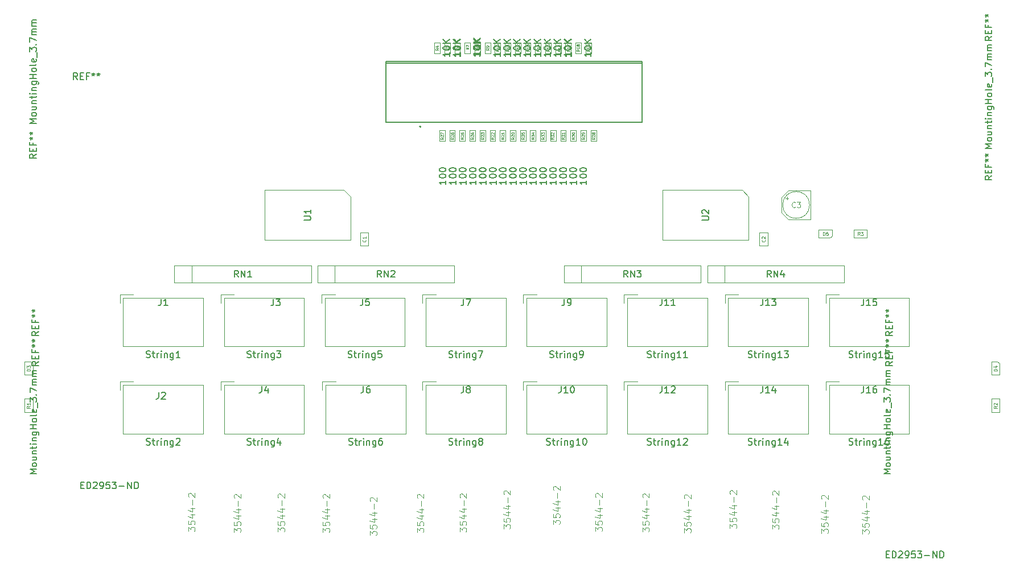
<source format=gbr>
G04 #@! TF.GenerationSoftware,KiCad,Pcbnew,(6.0.7)*
G04 #@! TF.CreationDate,2022-08-12T23:14:32-04:00*
G04 #@! TF.ProjectId,PB_16,50425f31-362e-46b6-9963-61645f706362,v3*
G04 #@! TF.SameCoordinates,Original*
G04 #@! TF.FileFunction,AssemblyDrawing,Top*
%FSLAX46Y46*%
G04 Gerber Fmt 4.6, Leading zero omitted, Abs format (unit mm)*
G04 Created by KiCad (PCBNEW (6.0.7)) date 2022-08-12 23:14:32*
%MOMM*%
%LPD*%
G01*
G04 APERTURE LIST*
%ADD10C,0.080000*%
%ADD11C,0.150000*%
%ADD12C,0.050000*%
%ADD13C,0.060000*%
%ADD14C,0.120000*%
%ADD15C,0.100000*%
%ADD16C,0.127000*%
%ADD17C,0.200000*%
G04 APERTURE END LIST*
D10*
X182079571Y-103701133D02*
X182103380Y-103724942D01*
X182127190Y-103796371D01*
X182127190Y-103843990D01*
X182103380Y-103915419D01*
X182055761Y-103963038D01*
X182008142Y-103986847D01*
X181912904Y-104010657D01*
X181841476Y-104010657D01*
X181746238Y-103986847D01*
X181698619Y-103963038D01*
X181651000Y-103915419D01*
X181627190Y-103843990D01*
X181627190Y-103796371D01*
X181651000Y-103724942D01*
X181674809Y-103701133D01*
X181674809Y-103510657D02*
X181651000Y-103486847D01*
X181627190Y-103439228D01*
X181627190Y-103320180D01*
X181651000Y-103272561D01*
X181674809Y-103248752D01*
X181722428Y-103224942D01*
X181770047Y-103224942D01*
X181841476Y-103248752D01*
X182127190Y-103534466D01*
X182127190Y-103224942D01*
D11*
X90100000Y-134204761D02*
X90242857Y-134252380D01*
X90480952Y-134252380D01*
X90576190Y-134204761D01*
X90623809Y-134157142D01*
X90671428Y-134061904D01*
X90671428Y-133966666D01*
X90623809Y-133871428D01*
X90576190Y-133823809D01*
X90480952Y-133776190D01*
X90290476Y-133728571D01*
X90195238Y-133680952D01*
X90147619Y-133633333D01*
X90100000Y-133538095D01*
X90100000Y-133442857D01*
X90147619Y-133347619D01*
X90195238Y-133300000D01*
X90290476Y-133252380D01*
X90528571Y-133252380D01*
X90671428Y-133300000D01*
X90957142Y-133585714D02*
X91338095Y-133585714D01*
X91100000Y-133252380D02*
X91100000Y-134109523D01*
X91147619Y-134204761D01*
X91242857Y-134252380D01*
X91338095Y-134252380D01*
X91671428Y-134252380D02*
X91671428Y-133585714D01*
X91671428Y-133776190D02*
X91719047Y-133680952D01*
X91766666Y-133633333D01*
X91861904Y-133585714D01*
X91957142Y-133585714D01*
X92290476Y-134252380D02*
X92290476Y-133585714D01*
X92290476Y-133252380D02*
X92242857Y-133300000D01*
X92290476Y-133347619D01*
X92338095Y-133300000D01*
X92290476Y-133252380D01*
X92290476Y-133347619D01*
X92766666Y-133585714D02*
X92766666Y-134252380D01*
X92766666Y-133680952D02*
X92814285Y-133633333D01*
X92909523Y-133585714D01*
X93052380Y-133585714D01*
X93147619Y-133633333D01*
X93195238Y-133728571D01*
X93195238Y-134252380D01*
X94100000Y-133585714D02*
X94100000Y-134395238D01*
X94052380Y-134490476D01*
X94004761Y-134538095D01*
X93909523Y-134585714D01*
X93766666Y-134585714D01*
X93671428Y-134538095D01*
X94100000Y-134204761D02*
X94004761Y-134252380D01*
X93814285Y-134252380D01*
X93719047Y-134204761D01*
X93671428Y-134157142D01*
X93623809Y-134061904D01*
X93623809Y-133776190D01*
X93671428Y-133680952D01*
X93719047Y-133633333D01*
X93814285Y-133585714D01*
X94004761Y-133585714D01*
X94100000Y-133633333D01*
X94528571Y-133347619D02*
X94576190Y-133300000D01*
X94671428Y-133252380D01*
X94909523Y-133252380D01*
X95004761Y-133300000D01*
X95052380Y-133347619D01*
X95100000Y-133442857D01*
X95100000Y-133538095D01*
X95052380Y-133680952D01*
X94480952Y-134252380D01*
X95100000Y-134252380D01*
X91925166Y-126393680D02*
X91925166Y-127107966D01*
X91877547Y-127250823D01*
X91782309Y-127346061D01*
X91639452Y-127393680D01*
X91544214Y-127393680D01*
X92353738Y-126488919D02*
X92401357Y-126441300D01*
X92496595Y-126393680D01*
X92734690Y-126393680D01*
X92829928Y-126441300D01*
X92877547Y-126488919D01*
X92925166Y-126584157D01*
X92925166Y-126679395D01*
X92877547Y-126822252D01*
X92306119Y-127393680D01*
X92925166Y-127393680D01*
X120100000Y-121204761D02*
X120242857Y-121252380D01*
X120480952Y-121252380D01*
X120576190Y-121204761D01*
X120623809Y-121157142D01*
X120671428Y-121061904D01*
X120671428Y-120966666D01*
X120623809Y-120871428D01*
X120576190Y-120823809D01*
X120480952Y-120776190D01*
X120290476Y-120728571D01*
X120195238Y-120680952D01*
X120147619Y-120633333D01*
X120100000Y-120538095D01*
X120100000Y-120442857D01*
X120147619Y-120347619D01*
X120195238Y-120300000D01*
X120290476Y-120252380D01*
X120528571Y-120252380D01*
X120671428Y-120300000D01*
X120957142Y-120585714D02*
X121338095Y-120585714D01*
X121100000Y-120252380D02*
X121100000Y-121109523D01*
X121147619Y-121204761D01*
X121242857Y-121252380D01*
X121338095Y-121252380D01*
X121671428Y-121252380D02*
X121671428Y-120585714D01*
X121671428Y-120776190D02*
X121719047Y-120680952D01*
X121766666Y-120633333D01*
X121861904Y-120585714D01*
X121957142Y-120585714D01*
X122290476Y-121252380D02*
X122290476Y-120585714D01*
X122290476Y-120252380D02*
X122242857Y-120300000D01*
X122290476Y-120347619D01*
X122338095Y-120300000D01*
X122290476Y-120252380D01*
X122290476Y-120347619D01*
X122766666Y-120585714D02*
X122766666Y-121252380D01*
X122766666Y-120680952D02*
X122814285Y-120633333D01*
X122909523Y-120585714D01*
X123052380Y-120585714D01*
X123147619Y-120633333D01*
X123195238Y-120728571D01*
X123195238Y-121252380D01*
X124100000Y-120585714D02*
X124100000Y-121395238D01*
X124052380Y-121490476D01*
X124004761Y-121538095D01*
X123909523Y-121585714D01*
X123766666Y-121585714D01*
X123671428Y-121538095D01*
X124100000Y-121204761D02*
X124004761Y-121252380D01*
X123814285Y-121252380D01*
X123719047Y-121204761D01*
X123671428Y-121157142D01*
X123623809Y-121061904D01*
X123623809Y-120776190D01*
X123671428Y-120680952D01*
X123719047Y-120633333D01*
X123814285Y-120585714D01*
X124004761Y-120585714D01*
X124100000Y-120633333D01*
X125052380Y-120252380D02*
X124576190Y-120252380D01*
X124528571Y-120728571D01*
X124576190Y-120680952D01*
X124671428Y-120633333D01*
X124909523Y-120633333D01*
X125004761Y-120680952D01*
X125052380Y-120728571D01*
X125100000Y-120823809D01*
X125100000Y-121061904D01*
X125052380Y-121157142D01*
X125004761Y-121204761D01*
X124909523Y-121252380D01*
X124671428Y-121252380D01*
X124576190Y-121204761D01*
X124528571Y-121157142D01*
X122266666Y-112502380D02*
X122266666Y-113216666D01*
X122219047Y-113359523D01*
X122123809Y-113454761D01*
X121980952Y-113502380D01*
X121885714Y-113502380D01*
X123219047Y-112502380D02*
X122742857Y-112502380D01*
X122695238Y-112978571D01*
X122742857Y-112930952D01*
X122838095Y-112883333D01*
X123076190Y-112883333D01*
X123171428Y-112930952D01*
X123219047Y-112978571D01*
X123266666Y-113073809D01*
X123266666Y-113311904D01*
X123219047Y-113407142D01*
X123171428Y-113454761D01*
X123076190Y-113502380D01*
X122838095Y-113502380D01*
X122742857Y-113454761D01*
X122695238Y-113407142D01*
X120214342Y-134204761D02*
X120357199Y-134252380D01*
X120595294Y-134252380D01*
X120690532Y-134204761D01*
X120738151Y-134157142D01*
X120785770Y-134061904D01*
X120785770Y-133966666D01*
X120738151Y-133871428D01*
X120690532Y-133823809D01*
X120595294Y-133776190D01*
X120404818Y-133728571D01*
X120309580Y-133680952D01*
X120261961Y-133633333D01*
X120214342Y-133538095D01*
X120214342Y-133442857D01*
X120261961Y-133347619D01*
X120309580Y-133300000D01*
X120404818Y-133252380D01*
X120642913Y-133252380D01*
X120785770Y-133300000D01*
X121071484Y-133585714D02*
X121452437Y-133585714D01*
X121214342Y-133252380D02*
X121214342Y-134109523D01*
X121261961Y-134204761D01*
X121357199Y-134252380D01*
X121452437Y-134252380D01*
X121785770Y-134252380D02*
X121785770Y-133585714D01*
X121785770Y-133776190D02*
X121833389Y-133680952D01*
X121881008Y-133633333D01*
X121976246Y-133585714D01*
X122071484Y-133585714D01*
X122404818Y-134252380D02*
X122404818Y-133585714D01*
X122404818Y-133252380D02*
X122357199Y-133300000D01*
X122404818Y-133347619D01*
X122452437Y-133300000D01*
X122404818Y-133252380D01*
X122404818Y-133347619D01*
X122881008Y-133585714D02*
X122881008Y-134252380D01*
X122881008Y-133680952D02*
X122928627Y-133633333D01*
X123023865Y-133585714D01*
X123166722Y-133585714D01*
X123261961Y-133633333D01*
X123309580Y-133728571D01*
X123309580Y-134252380D01*
X124214342Y-133585714D02*
X124214342Y-134395238D01*
X124166722Y-134490476D01*
X124119103Y-134538095D01*
X124023865Y-134585714D01*
X123881008Y-134585714D01*
X123785770Y-134538095D01*
X124214342Y-134204761D02*
X124119103Y-134252380D01*
X123928627Y-134252380D01*
X123833389Y-134204761D01*
X123785770Y-134157142D01*
X123738151Y-134061904D01*
X123738151Y-133776190D01*
X123785770Y-133680952D01*
X123833389Y-133633333D01*
X123928627Y-133585714D01*
X124119103Y-133585714D01*
X124214342Y-133633333D01*
X125119103Y-133252380D02*
X124928627Y-133252380D01*
X124833389Y-133300000D01*
X124785770Y-133347619D01*
X124690532Y-133490476D01*
X124642913Y-133680952D01*
X124642913Y-134061904D01*
X124690532Y-134157142D01*
X124738151Y-134204761D01*
X124833389Y-134252380D01*
X125023865Y-134252380D01*
X125119103Y-134204761D01*
X125166722Y-134157142D01*
X125214342Y-134061904D01*
X125214342Y-133823809D01*
X125166722Y-133728571D01*
X125119103Y-133680952D01*
X125023865Y-133633333D01*
X124833389Y-133633333D01*
X124738151Y-133680952D01*
X124690532Y-133728571D01*
X124642913Y-133823809D01*
X122381008Y-125502380D02*
X122381008Y-126216666D01*
X122333389Y-126359523D01*
X122238151Y-126454761D01*
X122095294Y-126502380D01*
X122000056Y-126502380D01*
X123285770Y-125502380D02*
X123095294Y-125502380D01*
X123000056Y-125550000D01*
X122952437Y-125597619D01*
X122857199Y-125740476D01*
X122809580Y-125930952D01*
X122809580Y-126311904D01*
X122857199Y-126407142D01*
X122904818Y-126454761D01*
X123000056Y-126502380D01*
X123190532Y-126502380D01*
X123285770Y-126454761D01*
X123333389Y-126407142D01*
X123381008Y-126311904D01*
X123381008Y-126073809D01*
X123333389Y-125978571D01*
X123285770Y-125930952D01*
X123190532Y-125883333D01*
X123000056Y-125883333D01*
X122904818Y-125930952D01*
X122857199Y-125978571D01*
X122809580Y-126073809D01*
X135100000Y-121204761D02*
X135242857Y-121252380D01*
X135480952Y-121252380D01*
X135576190Y-121204761D01*
X135623809Y-121157142D01*
X135671428Y-121061904D01*
X135671428Y-120966666D01*
X135623809Y-120871428D01*
X135576190Y-120823809D01*
X135480952Y-120776190D01*
X135290476Y-120728571D01*
X135195238Y-120680952D01*
X135147619Y-120633333D01*
X135100000Y-120538095D01*
X135100000Y-120442857D01*
X135147619Y-120347619D01*
X135195238Y-120300000D01*
X135290476Y-120252380D01*
X135528571Y-120252380D01*
X135671428Y-120300000D01*
X135957142Y-120585714D02*
X136338095Y-120585714D01*
X136100000Y-120252380D02*
X136100000Y-121109523D01*
X136147619Y-121204761D01*
X136242857Y-121252380D01*
X136338095Y-121252380D01*
X136671428Y-121252380D02*
X136671428Y-120585714D01*
X136671428Y-120776190D02*
X136719047Y-120680952D01*
X136766666Y-120633333D01*
X136861904Y-120585714D01*
X136957142Y-120585714D01*
X137290476Y-121252380D02*
X137290476Y-120585714D01*
X137290476Y-120252380D02*
X137242857Y-120300000D01*
X137290476Y-120347619D01*
X137338095Y-120300000D01*
X137290476Y-120252380D01*
X137290476Y-120347619D01*
X137766666Y-120585714D02*
X137766666Y-121252380D01*
X137766666Y-120680952D02*
X137814285Y-120633333D01*
X137909523Y-120585714D01*
X138052380Y-120585714D01*
X138147619Y-120633333D01*
X138195238Y-120728571D01*
X138195238Y-121252380D01*
X139100000Y-120585714D02*
X139100000Y-121395238D01*
X139052380Y-121490476D01*
X139004761Y-121538095D01*
X138909523Y-121585714D01*
X138766666Y-121585714D01*
X138671428Y-121538095D01*
X139100000Y-121204761D02*
X139004761Y-121252380D01*
X138814285Y-121252380D01*
X138719047Y-121204761D01*
X138671428Y-121157142D01*
X138623809Y-121061904D01*
X138623809Y-120776190D01*
X138671428Y-120680952D01*
X138719047Y-120633333D01*
X138814285Y-120585714D01*
X139004761Y-120585714D01*
X139100000Y-120633333D01*
X139480952Y-120252380D02*
X140147619Y-120252380D01*
X139719047Y-121252380D01*
X137266666Y-112502380D02*
X137266666Y-113216666D01*
X137219047Y-113359523D01*
X137123809Y-113454761D01*
X136980952Y-113502380D01*
X136885714Y-113502380D01*
X137647619Y-112502380D02*
X138314285Y-112502380D01*
X137885714Y-113502380D01*
X135100000Y-134204761D02*
X135242857Y-134252380D01*
X135480952Y-134252380D01*
X135576190Y-134204761D01*
X135623809Y-134157142D01*
X135671428Y-134061904D01*
X135671428Y-133966666D01*
X135623809Y-133871428D01*
X135576190Y-133823809D01*
X135480952Y-133776190D01*
X135290476Y-133728571D01*
X135195238Y-133680952D01*
X135147619Y-133633333D01*
X135100000Y-133538095D01*
X135100000Y-133442857D01*
X135147619Y-133347619D01*
X135195238Y-133300000D01*
X135290476Y-133252380D01*
X135528571Y-133252380D01*
X135671428Y-133300000D01*
X135957142Y-133585714D02*
X136338095Y-133585714D01*
X136100000Y-133252380D02*
X136100000Y-134109523D01*
X136147619Y-134204761D01*
X136242857Y-134252380D01*
X136338095Y-134252380D01*
X136671428Y-134252380D02*
X136671428Y-133585714D01*
X136671428Y-133776190D02*
X136719047Y-133680952D01*
X136766666Y-133633333D01*
X136861904Y-133585714D01*
X136957142Y-133585714D01*
X137290476Y-134252380D02*
X137290476Y-133585714D01*
X137290476Y-133252380D02*
X137242857Y-133300000D01*
X137290476Y-133347619D01*
X137338095Y-133300000D01*
X137290476Y-133252380D01*
X137290476Y-133347619D01*
X137766666Y-133585714D02*
X137766666Y-134252380D01*
X137766666Y-133680952D02*
X137814285Y-133633333D01*
X137909523Y-133585714D01*
X138052380Y-133585714D01*
X138147619Y-133633333D01*
X138195238Y-133728571D01*
X138195238Y-134252380D01*
X139100000Y-133585714D02*
X139100000Y-134395238D01*
X139052380Y-134490476D01*
X139004761Y-134538095D01*
X138909523Y-134585714D01*
X138766666Y-134585714D01*
X138671428Y-134538095D01*
X139100000Y-134204761D02*
X139004761Y-134252380D01*
X138814285Y-134252380D01*
X138719047Y-134204761D01*
X138671428Y-134157142D01*
X138623809Y-134061904D01*
X138623809Y-133776190D01*
X138671428Y-133680952D01*
X138719047Y-133633333D01*
X138814285Y-133585714D01*
X139004761Y-133585714D01*
X139100000Y-133633333D01*
X139719047Y-133680952D02*
X139623809Y-133633333D01*
X139576190Y-133585714D01*
X139528571Y-133490476D01*
X139528571Y-133442857D01*
X139576190Y-133347619D01*
X139623809Y-133300000D01*
X139719047Y-133252380D01*
X139909523Y-133252380D01*
X140004761Y-133300000D01*
X140052380Y-133347619D01*
X140100000Y-133442857D01*
X140100000Y-133490476D01*
X140052380Y-133585714D01*
X140004761Y-133633333D01*
X139909523Y-133680952D01*
X139719047Y-133680952D01*
X139623809Y-133728571D01*
X139576190Y-133776190D01*
X139528571Y-133871428D01*
X139528571Y-134061904D01*
X139576190Y-134157142D01*
X139623809Y-134204761D01*
X139719047Y-134252380D01*
X139909523Y-134252380D01*
X140004761Y-134204761D01*
X140052380Y-134157142D01*
X140100000Y-134061904D01*
X140100000Y-133871428D01*
X140052380Y-133776190D01*
X140004761Y-133728571D01*
X139909523Y-133680952D01*
X137266666Y-125502380D02*
X137266666Y-126216666D01*
X137219047Y-126359523D01*
X137123809Y-126454761D01*
X136980952Y-126502380D01*
X136885714Y-126502380D01*
X137885714Y-125930952D02*
X137790476Y-125883333D01*
X137742857Y-125835714D01*
X137695238Y-125740476D01*
X137695238Y-125692857D01*
X137742857Y-125597619D01*
X137790476Y-125550000D01*
X137885714Y-125502380D01*
X138076190Y-125502380D01*
X138171428Y-125550000D01*
X138219047Y-125597619D01*
X138266666Y-125692857D01*
X138266666Y-125740476D01*
X138219047Y-125835714D01*
X138171428Y-125883333D01*
X138076190Y-125930952D01*
X137885714Y-125930952D01*
X137790476Y-125978571D01*
X137742857Y-126026190D01*
X137695238Y-126121428D01*
X137695238Y-126311904D01*
X137742857Y-126407142D01*
X137790476Y-126454761D01*
X137885714Y-126502380D01*
X138076190Y-126502380D01*
X138171428Y-126454761D01*
X138219047Y-126407142D01*
X138266666Y-126311904D01*
X138266666Y-126121428D01*
X138219047Y-126026190D01*
X138171428Y-125978571D01*
X138076190Y-125930952D01*
X150100000Y-121204761D02*
X150242857Y-121252380D01*
X150480952Y-121252380D01*
X150576190Y-121204761D01*
X150623809Y-121157142D01*
X150671428Y-121061904D01*
X150671428Y-120966666D01*
X150623809Y-120871428D01*
X150576190Y-120823809D01*
X150480952Y-120776190D01*
X150290476Y-120728571D01*
X150195238Y-120680952D01*
X150147619Y-120633333D01*
X150100000Y-120538095D01*
X150100000Y-120442857D01*
X150147619Y-120347619D01*
X150195238Y-120300000D01*
X150290476Y-120252380D01*
X150528571Y-120252380D01*
X150671428Y-120300000D01*
X150957142Y-120585714D02*
X151338095Y-120585714D01*
X151100000Y-120252380D02*
X151100000Y-121109523D01*
X151147619Y-121204761D01*
X151242857Y-121252380D01*
X151338095Y-121252380D01*
X151671428Y-121252380D02*
X151671428Y-120585714D01*
X151671428Y-120776190D02*
X151719047Y-120680952D01*
X151766666Y-120633333D01*
X151861904Y-120585714D01*
X151957142Y-120585714D01*
X152290476Y-121252380D02*
X152290476Y-120585714D01*
X152290476Y-120252380D02*
X152242857Y-120300000D01*
X152290476Y-120347619D01*
X152338095Y-120300000D01*
X152290476Y-120252380D01*
X152290476Y-120347619D01*
X152766666Y-120585714D02*
X152766666Y-121252380D01*
X152766666Y-120680952D02*
X152814285Y-120633333D01*
X152909523Y-120585714D01*
X153052380Y-120585714D01*
X153147619Y-120633333D01*
X153195238Y-120728571D01*
X153195238Y-121252380D01*
X154100000Y-120585714D02*
X154100000Y-121395238D01*
X154052380Y-121490476D01*
X154004761Y-121538095D01*
X153909523Y-121585714D01*
X153766666Y-121585714D01*
X153671428Y-121538095D01*
X154100000Y-121204761D02*
X154004761Y-121252380D01*
X153814285Y-121252380D01*
X153719047Y-121204761D01*
X153671428Y-121157142D01*
X153623809Y-121061904D01*
X153623809Y-120776190D01*
X153671428Y-120680952D01*
X153719047Y-120633333D01*
X153814285Y-120585714D01*
X154004761Y-120585714D01*
X154100000Y-120633333D01*
X154623809Y-121252380D02*
X154814285Y-121252380D01*
X154909523Y-121204761D01*
X154957142Y-121157142D01*
X155052380Y-121014285D01*
X155100000Y-120823809D01*
X155100000Y-120442857D01*
X155052380Y-120347619D01*
X155004761Y-120300000D01*
X154909523Y-120252380D01*
X154719047Y-120252380D01*
X154623809Y-120300000D01*
X154576190Y-120347619D01*
X154528571Y-120442857D01*
X154528571Y-120680952D01*
X154576190Y-120776190D01*
X154623809Y-120823809D01*
X154719047Y-120871428D01*
X154909523Y-120871428D01*
X155004761Y-120823809D01*
X155052380Y-120776190D01*
X155100000Y-120680952D01*
X152266666Y-112502380D02*
X152266666Y-113216666D01*
X152219047Y-113359523D01*
X152123809Y-113454761D01*
X151980952Y-113502380D01*
X151885714Y-113502380D01*
X152790476Y-113502380D02*
X152980952Y-113502380D01*
X153076190Y-113454761D01*
X153123809Y-113407142D01*
X153219047Y-113264285D01*
X153266666Y-113073809D01*
X153266666Y-112692857D01*
X153219047Y-112597619D01*
X153171428Y-112550000D01*
X153076190Y-112502380D01*
X152885714Y-112502380D01*
X152790476Y-112550000D01*
X152742857Y-112597619D01*
X152695238Y-112692857D01*
X152695238Y-112930952D01*
X152742857Y-113026190D01*
X152790476Y-113073809D01*
X152885714Y-113121428D01*
X153076190Y-113121428D01*
X153171428Y-113073809D01*
X153219047Y-113026190D01*
X153266666Y-112930952D01*
X149623809Y-134204761D02*
X149766666Y-134252380D01*
X150004761Y-134252380D01*
X150100000Y-134204761D01*
X150147619Y-134157142D01*
X150195238Y-134061904D01*
X150195238Y-133966666D01*
X150147619Y-133871428D01*
X150100000Y-133823809D01*
X150004761Y-133776190D01*
X149814285Y-133728571D01*
X149719047Y-133680952D01*
X149671428Y-133633333D01*
X149623809Y-133538095D01*
X149623809Y-133442857D01*
X149671428Y-133347619D01*
X149719047Y-133300000D01*
X149814285Y-133252380D01*
X150052380Y-133252380D01*
X150195238Y-133300000D01*
X150480952Y-133585714D02*
X150861904Y-133585714D01*
X150623809Y-133252380D02*
X150623809Y-134109523D01*
X150671428Y-134204761D01*
X150766666Y-134252380D01*
X150861904Y-134252380D01*
X151195238Y-134252380D02*
X151195238Y-133585714D01*
X151195238Y-133776190D02*
X151242857Y-133680952D01*
X151290476Y-133633333D01*
X151385714Y-133585714D01*
X151480952Y-133585714D01*
X151814285Y-134252380D02*
X151814285Y-133585714D01*
X151814285Y-133252380D02*
X151766666Y-133300000D01*
X151814285Y-133347619D01*
X151861904Y-133300000D01*
X151814285Y-133252380D01*
X151814285Y-133347619D01*
X152290476Y-133585714D02*
X152290476Y-134252380D01*
X152290476Y-133680952D02*
X152338095Y-133633333D01*
X152433333Y-133585714D01*
X152576190Y-133585714D01*
X152671428Y-133633333D01*
X152719047Y-133728571D01*
X152719047Y-134252380D01*
X153623809Y-133585714D02*
X153623809Y-134395238D01*
X153576190Y-134490476D01*
X153528571Y-134538095D01*
X153433333Y-134585714D01*
X153290476Y-134585714D01*
X153195238Y-134538095D01*
X153623809Y-134204761D02*
X153528571Y-134252380D01*
X153338095Y-134252380D01*
X153242857Y-134204761D01*
X153195238Y-134157142D01*
X153147619Y-134061904D01*
X153147619Y-133776190D01*
X153195238Y-133680952D01*
X153242857Y-133633333D01*
X153338095Y-133585714D01*
X153528571Y-133585714D01*
X153623809Y-133633333D01*
X154623809Y-134252380D02*
X154052380Y-134252380D01*
X154338095Y-134252380D02*
X154338095Y-133252380D01*
X154242857Y-133395238D01*
X154147619Y-133490476D01*
X154052380Y-133538095D01*
X155242857Y-133252380D02*
X155338095Y-133252380D01*
X155433333Y-133300000D01*
X155480952Y-133347619D01*
X155528571Y-133442857D01*
X155576190Y-133633333D01*
X155576190Y-133871428D01*
X155528571Y-134061904D01*
X155480952Y-134157142D01*
X155433333Y-134204761D01*
X155338095Y-134252380D01*
X155242857Y-134252380D01*
X155147619Y-134204761D01*
X155100000Y-134157142D01*
X155052380Y-134061904D01*
X155004761Y-133871428D01*
X155004761Y-133633333D01*
X155052380Y-133442857D01*
X155100000Y-133347619D01*
X155147619Y-133300000D01*
X155242857Y-133252380D01*
X151790476Y-125502380D02*
X151790476Y-126216666D01*
X151742857Y-126359523D01*
X151647619Y-126454761D01*
X151504761Y-126502380D01*
X151409523Y-126502380D01*
X152790476Y-126502380D02*
X152219047Y-126502380D01*
X152504761Y-126502380D02*
X152504761Y-125502380D01*
X152409523Y-125645238D01*
X152314285Y-125740476D01*
X152219047Y-125788095D01*
X153409523Y-125502380D02*
X153504761Y-125502380D01*
X153600000Y-125550000D01*
X153647619Y-125597619D01*
X153695238Y-125692857D01*
X153742857Y-125883333D01*
X153742857Y-126121428D01*
X153695238Y-126311904D01*
X153647619Y-126407142D01*
X153600000Y-126454761D01*
X153504761Y-126502380D01*
X153409523Y-126502380D01*
X153314285Y-126454761D01*
X153266666Y-126407142D01*
X153219047Y-126311904D01*
X153171428Y-126121428D01*
X153171428Y-125883333D01*
X153219047Y-125692857D01*
X153266666Y-125597619D01*
X153314285Y-125550000D01*
X153409523Y-125502380D01*
X164623809Y-121204761D02*
X164766666Y-121252380D01*
X165004761Y-121252380D01*
X165100000Y-121204761D01*
X165147619Y-121157142D01*
X165195238Y-121061904D01*
X165195238Y-120966666D01*
X165147619Y-120871428D01*
X165100000Y-120823809D01*
X165004761Y-120776190D01*
X164814285Y-120728571D01*
X164719047Y-120680952D01*
X164671428Y-120633333D01*
X164623809Y-120538095D01*
X164623809Y-120442857D01*
X164671428Y-120347619D01*
X164719047Y-120300000D01*
X164814285Y-120252380D01*
X165052380Y-120252380D01*
X165195238Y-120300000D01*
X165480952Y-120585714D02*
X165861904Y-120585714D01*
X165623809Y-120252380D02*
X165623809Y-121109523D01*
X165671428Y-121204761D01*
X165766666Y-121252380D01*
X165861904Y-121252380D01*
X166195238Y-121252380D02*
X166195238Y-120585714D01*
X166195238Y-120776190D02*
X166242857Y-120680952D01*
X166290476Y-120633333D01*
X166385714Y-120585714D01*
X166480952Y-120585714D01*
X166814285Y-121252380D02*
X166814285Y-120585714D01*
X166814285Y-120252380D02*
X166766666Y-120300000D01*
X166814285Y-120347619D01*
X166861904Y-120300000D01*
X166814285Y-120252380D01*
X166814285Y-120347619D01*
X167290476Y-120585714D02*
X167290476Y-121252380D01*
X167290476Y-120680952D02*
X167338095Y-120633333D01*
X167433333Y-120585714D01*
X167576190Y-120585714D01*
X167671428Y-120633333D01*
X167719047Y-120728571D01*
X167719047Y-121252380D01*
X168623809Y-120585714D02*
X168623809Y-121395238D01*
X168576190Y-121490476D01*
X168528571Y-121538095D01*
X168433333Y-121585714D01*
X168290476Y-121585714D01*
X168195238Y-121538095D01*
X168623809Y-121204761D02*
X168528571Y-121252380D01*
X168338095Y-121252380D01*
X168242857Y-121204761D01*
X168195238Y-121157142D01*
X168147619Y-121061904D01*
X168147619Y-120776190D01*
X168195238Y-120680952D01*
X168242857Y-120633333D01*
X168338095Y-120585714D01*
X168528571Y-120585714D01*
X168623809Y-120633333D01*
X169623809Y-121252380D02*
X169052380Y-121252380D01*
X169338095Y-121252380D02*
X169338095Y-120252380D01*
X169242857Y-120395238D01*
X169147619Y-120490476D01*
X169052380Y-120538095D01*
X170576190Y-121252380D02*
X170004761Y-121252380D01*
X170290476Y-121252380D02*
X170290476Y-120252380D01*
X170195238Y-120395238D01*
X170100000Y-120490476D01*
X170004761Y-120538095D01*
X166790476Y-112502380D02*
X166790476Y-113216666D01*
X166742857Y-113359523D01*
X166647619Y-113454761D01*
X166504761Y-113502380D01*
X166409523Y-113502380D01*
X167790476Y-113502380D02*
X167219047Y-113502380D01*
X167504761Y-113502380D02*
X167504761Y-112502380D01*
X167409523Y-112645238D01*
X167314285Y-112740476D01*
X167219047Y-112788095D01*
X168742857Y-113502380D02*
X168171428Y-113502380D01*
X168457142Y-113502380D02*
X168457142Y-112502380D01*
X168361904Y-112645238D01*
X168266666Y-112740476D01*
X168171428Y-112788095D01*
X164623809Y-134204761D02*
X164766666Y-134252380D01*
X165004761Y-134252380D01*
X165100000Y-134204761D01*
X165147619Y-134157142D01*
X165195238Y-134061904D01*
X165195238Y-133966666D01*
X165147619Y-133871428D01*
X165100000Y-133823809D01*
X165004761Y-133776190D01*
X164814285Y-133728571D01*
X164719047Y-133680952D01*
X164671428Y-133633333D01*
X164623809Y-133538095D01*
X164623809Y-133442857D01*
X164671428Y-133347619D01*
X164719047Y-133300000D01*
X164814285Y-133252380D01*
X165052380Y-133252380D01*
X165195238Y-133300000D01*
X165480952Y-133585714D02*
X165861904Y-133585714D01*
X165623809Y-133252380D02*
X165623809Y-134109523D01*
X165671428Y-134204761D01*
X165766666Y-134252380D01*
X165861904Y-134252380D01*
X166195238Y-134252380D02*
X166195238Y-133585714D01*
X166195238Y-133776190D02*
X166242857Y-133680952D01*
X166290476Y-133633333D01*
X166385714Y-133585714D01*
X166480952Y-133585714D01*
X166814285Y-134252380D02*
X166814285Y-133585714D01*
X166814285Y-133252380D02*
X166766666Y-133300000D01*
X166814285Y-133347619D01*
X166861904Y-133300000D01*
X166814285Y-133252380D01*
X166814285Y-133347619D01*
X167290476Y-133585714D02*
X167290476Y-134252380D01*
X167290476Y-133680952D02*
X167338095Y-133633333D01*
X167433333Y-133585714D01*
X167576190Y-133585714D01*
X167671428Y-133633333D01*
X167719047Y-133728571D01*
X167719047Y-134252380D01*
X168623809Y-133585714D02*
X168623809Y-134395238D01*
X168576190Y-134490476D01*
X168528571Y-134538095D01*
X168433333Y-134585714D01*
X168290476Y-134585714D01*
X168195238Y-134538095D01*
X168623809Y-134204761D02*
X168528571Y-134252380D01*
X168338095Y-134252380D01*
X168242857Y-134204761D01*
X168195238Y-134157142D01*
X168147619Y-134061904D01*
X168147619Y-133776190D01*
X168195238Y-133680952D01*
X168242857Y-133633333D01*
X168338095Y-133585714D01*
X168528571Y-133585714D01*
X168623809Y-133633333D01*
X169623809Y-134252380D02*
X169052380Y-134252380D01*
X169338095Y-134252380D02*
X169338095Y-133252380D01*
X169242857Y-133395238D01*
X169147619Y-133490476D01*
X169052380Y-133538095D01*
X170004761Y-133347619D02*
X170052380Y-133300000D01*
X170147619Y-133252380D01*
X170385714Y-133252380D01*
X170480952Y-133300000D01*
X170528571Y-133347619D01*
X170576190Y-133442857D01*
X170576190Y-133538095D01*
X170528571Y-133680952D01*
X169957142Y-134252380D01*
X170576190Y-134252380D01*
X166790476Y-125502380D02*
X166790476Y-126216666D01*
X166742857Y-126359523D01*
X166647619Y-126454761D01*
X166504761Y-126502380D01*
X166409523Y-126502380D01*
X167790476Y-126502380D02*
X167219047Y-126502380D01*
X167504761Y-126502380D02*
X167504761Y-125502380D01*
X167409523Y-125645238D01*
X167314285Y-125740476D01*
X167219047Y-125788095D01*
X168171428Y-125597619D02*
X168219047Y-125550000D01*
X168314285Y-125502380D01*
X168552380Y-125502380D01*
X168647619Y-125550000D01*
X168695238Y-125597619D01*
X168742857Y-125692857D01*
X168742857Y-125788095D01*
X168695238Y-125930952D01*
X168123809Y-126502380D01*
X168742857Y-126502380D01*
X179623809Y-121204761D02*
X179766666Y-121252380D01*
X180004761Y-121252380D01*
X180100000Y-121204761D01*
X180147619Y-121157142D01*
X180195238Y-121061904D01*
X180195238Y-120966666D01*
X180147619Y-120871428D01*
X180100000Y-120823809D01*
X180004761Y-120776190D01*
X179814285Y-120728571D01*
X179719047Y-120680952D01*
X179671428Y-120633333D01*
X179623809Y-120538095D01*
X179623809Y-120442857D01*
X179671428Y-120347619D01*
X179719047Y-120300000D01*
X179814285Y-120252380D01*
X180052380Y-120252380D01*
X180195238Y-120300000D01*
X180480952Y-120585714D02*
X180861904Y-120585714D01*
X180623809Y-120252380D02*
X180623809Y-121109523D01*
X180671428Y-121204761D01*
X180766666Y-121252380D01*
X180861904Y-121252380D01*
X181195238Y-121252380D02*
X181195238Y-120585714D01*
X181195238Y-120776190D02*
X181242857Y-120680952D01*
X181290476Y-120633333D01*
X181385714Y-120585714D01*
X181480952Y-120585714D01*
X181814285Y-121252380D02*
X181814285Y-120585714D01*
X181814285Y-120252380D02*
X181766666Y-120300000D01*
X181814285Y-120347619D01*
X181861904Y-120300000D01*
X181814285Y-120252380D01*
X181814285Y-120347619D01*
X182290476Y-120585714D02*
X182290476Y-121252380D01*
X182290476Y-120680952D02*
X182338095Y-120633333D01*
X182433333Y-120585714D01*
X182576190Y-120585714D01*
X182671428Y-120633333D01*
X182719047Y-120728571D01*
X182719047Y-121252380D01*
X183623809Y-120585714D02*
X183623809Y-121395238D01*
X183576190Y-121490476D01*
X183528571Y-121538095D01*
X183433333Y-121585714D01*
X183290476Y-121585714D01*
X183195238Y-121538095D01*
X183623809Y-121204761D02*
X183528571Y-121252380D01*
X183338095Y-121252380D01*
X183242857Y-121204761D01*
X183195238Y-121157142D01*
X183147619Y-121061904D01*
X183147619Y-120776190D01*
X183195238Y-120680952D01*
X183242857Y-120633333D01*
X183338095Y-120585714D01*
X183528571Y-120585714D01*
X183623809Y-120633333D01*
X184623809Y-121252380D02*
X184052380Y-121252380D01*
X184338095Y-121252380D02*
X184338095Y-120252380D01*
X184242857Y-120395238D01*
X184147619Y-120490476D01*
X184052380Y-120538095D01*
X184957142Y-120252380D02*
X185576190Y-120252380D01*
X185242857Y-120633333D01*
X185385714Y-120633333D01*
X185480952Y-120680952D01*
X185528571Y-120728571D01*
X185576190Y-120823809D01*
X185576190Y-121061904D01*
X185528571Y-121157142D01*
X185480952Y-121204761D01*
X185385714Y-121252380D01*
X185100000Y-121252380D01*
X185004761Y-121204761D01*
X184957142Y-121157142D01*
X181790476Y-112502380D02*
X181790476Y-113216666D01*
X181742857Y-113359523D01*
X181647619Y-113454761D01*
X181504761Y-113502380D01*
X181409523Y-113502380D01*
X182790476Y-113502380D02*
X182219047Y-113502380D01*
X182504761Y-113502380D02*
X182504761Y-112502380D01*
X182409523Y-112645238D01*
X182314285Y-112740476D01*
X182219047Y-112788095D01*
X183123809Y-112502380D02*
X183742857Y-112502380D01*
X183409523Y-112883333D01*
X183552380Y-112883333D01*
X183647619Y-112930952D01*
X183695238Y-112978571D01*
X183742857Y-113073809D01*
X183742857Y-113311904D01*
X183695238Y-113407142D01*
X183647619Y-113454761D01*
X183552380Y-113502380D01*
X183266666Y-113502380D01*
X183171428Y-113454761D01*
X183123809Y-113407142D01*
X179623809Y-134204761D02*
X179766666Y-134252380D01*
X180004761Y-134252380D01*
X180100000Y-134204761D01*
X180147619Y-134157142D01*
X180195238Y-134061904D01*
X180195238Y-133966666D01*
X180147619Y-133871428D01*
X180100000Y-133823809D01*
X180004761Y-133776190D01*
X179814285Y-133728571D01*
X179719047Y-133680952D01*
X179671428Y-133633333D01*
X179623809Y-133538095D01*
X179623809Y-133442857D01*
X179671428Y-133347619D01*
X179719047Y-133300000D01*
X179814285Y-133252380D01*
X180052380Y-133252380D01*
X180195238Y-133300000D01*
X180480952Y-133585714D02*
X180861904Y-133585714D01*
X180623809Y-133252380D02*
X180623809Y-134109523D01*
X180671428Y-134204761D01*
X180766666Y-134252380D01*
X180861904Y-134252380D01*
X181195238Y-134252380D02*
X181195238Y-133585714D01*
X181195238Y-133776190D02*
X181242857Y-133680952D01*
X181290476Y-133633333D01*
X181385714Y-133585714D01*
X181480952Y-133585714D01*
X181814285Y-134252380D02*
X181814285Y-133585714D01*
X181814285Y-133252380D02*
X181766666Y-133300000D01*
X181814285Y-133347619D01*
X181861904Y-133300000D01*
X181814285Y-133252380D01*
X181814285Y-133347619D01*
X182290476Y-133585714D02*
X182290476Y-134252380D01*
X182290476Y-133680952D02*
X182338095Y-133633333D01*
X182433333Y-133585714D01*
X182576190Y-133585714D01*
X182671428Y-133633333D01*
X182719047Y-133728571D01*
X182719047Y-134252380D01*
X183623809Y-133585714D02*
X183623809Y-134395238D01*
X183576190Y-134490476D01*
X183528571Y-134538095D01*
X183433333Y-134585714D01*
X183290476Y-134585714D01*
X183195238Y-134538095D01*
X183623809Y-134204761D02*
X183528571Y-134252380D01*
X183338095Y-134252380D01*
X183242857Y-134204761D01*
X183195238Y-134157142D01*
X183147619Y-134061904D01*
X183147619Y-133776190D01*
X183195238Y-133680952D01*
X183242857Y-133633333D01*
X183338095Y-133585714D01*
X183528571Y-133585714D01*
X183623809Y-133633333D01*
X184623809Y-134252380D02*
X184052380Y-134252380D01*
X184338095Y-134252380D02*
X184338095Y-133252380D01*
X184242857Y-133395238D01*
X184147619Y-133490476D01*
X184052380Y-133538095D01*
X185480952Y-133585714D02*
X185480952Y-134252380D01*
X185242857Y-133204761D02*
X185004761Y-133919047D01*
X185623809Y-133919047D01*
X181790476Y-125502380D02*
X181790476Y-126216666D01*
X181742857Y-126359523D01*
X181647619Y-126454761D01*
X181504761Y-126502380D01*
X181409523Y-126502380D01*
X182790476Y-126502380D02*
X182219047Y-126502380D01*
X182504761Y-126502380D02*
X182504761Y-125502380D01*
X182409523Y-125645238D01*
X182314285Y-125740476D01*
X182219047Y-125788095D01*
X183647619Y-125835714D02*
X183647619Y-126502380D01*
X183409523Y-125454761D02*
X183171428Y-126169047D01*
X183790476Y-126169047D01*
X194623809Y-121204761D02*
X194766666Y-121252380D01*
X195004761Y-121252380D01*
X195100000Y-121204761D01*
X195147619Y-121157142D01*
X195195238Y-121061904D01*
X195195238Y-120966666D01*
X195147619Y-120871428D01*
X195100000Y-120823809D01*
X195004761Y-120776190D01*
X194814285Y-120728571D01*
X194719047Y-120680952D01*
X194671428Y-120633333D01*
X194623809Y-120538095D01*
X194623809Y-120442857D01*
X194671428Y-120347619D01*
X194719047Y-120300000D01*
X194814285Y-120252380D01*
X195052380Y-120252380D01*
X195195238Y-120300000D01*
X195480952Y-120585714D02*
X195861904Y-120585714D01*
X195623809Y-120252380D02*
X195623809Y-121109523D01*
X195671428Y-121204761D01*
X195766666Y-121252380D01*
X195861904Y-121252380D01*
X196195238Y-121252380D02*
X196195238Y-120585714D01*
X196195238Y-120776190D02*
X196242857Y-120680952D01*
X196290476Y-120633333D01*
X196385714Y-120585714D01*
X196480952Y-120585714D01*
X196814285Y-121252380D02*
X196814285Y-120585714D01*
X196814285Y-120252380D02*
X196766666Y-120300000D01*
X196814285Y-120347619D01*
X196861904Y-120300000D01*
X196814285Y-120252380D01*
X196814285Y-120347619D01*
X197290476Y-120585714D02*
X197290476Y-121252380D01*
X197290476Y-120680952D02*
X197338095Y-120633333D01*
X197433333Y-120585714D01*
X197576190Y-120585714D01*
X197671428Y-120633333D01*
X197719047Y-120728571D01*
X197719047Y-121252380D01*
X198623809Y-120585714D02*
X198623809Y-121395238D01*
X198576190Y-121490476D01*
X198528571Y-121538095D01*
X198433333Y-121585714D01*
X198290476Y-121585714D01*
X198195238Y-121538095D01*
X198623809Y-121204761D02*
X198528571Y-121252380D01*
X198338095Y-121252380D01*
X198242857Y-121204761D01*
X198195238Y-121157142D01*
X198147619Y-121061904D01*
X198147619Y-120776190D01*
X198195238Y-120680952D01*
X198242857Y-120633333D01*
X198338095Y-120585714D01*
X198528571Y-120585714D01*
X198623809Y-120633333D01*
X199623809Y-121252380D02*
X199052380Y-121252380D01*
X199338095Y-121252380D02*
X199338095Y-120252380D01*
X199242857Y-120395238D01*
X199147619Y-120490476D01*
X199052380Y-120538095D01*
X200528571Y-120252380D02*
X200052380Y-120252380D01*
X200004761Y-120728571D01*
X200052380Y-120680952D01*
X200147619Y-120633333D01*
X200385714Y-120633333D01*
X200480952Y-120680952D01*
X200528571Y-120728571D01*
X200576190Y-120823809D01*
X200576190Y-121061904D01*
X200528571Y-121157142D01*
X200480952Y-121204761D01*
X200385714Y-121252380D01*
X200147619Y-121252380D01*
X200052380Y-121204761D01*
X200004761Y-121157142D01*
X196790476Y-112502380D02*
X196790476Y-113216666D01*
X196742857Y-113359523D01*
X196647619Y-113454761D01*
X196504761Y-113502380D01*
X196409523Y-113502380D01*
X197790476Y-113502380D02*
X197219047Y-113502380D01*
X197504761Y-113502380D02*
X197504761Y-112502380D01*
X197409523Y-112645238D01*
X197314285Y-112740476D01*
X197219047Y-112788095D01*
X198695238Y-112502380D02*
X198219047Y-112502380D01*
X198171428Y-112978571D01*
X198219047Y-112930952D01*
X198314285Y-112883333D01*
X198552380Y-112883333D01*
X198647619Y-112930952D01*
X198695238Y-112978571D01*
X198742857Y-113073809D01*
X198742857Y-113311904D01*
X198695238Y-113407142D01*
X198647619Y-113454761D01*
X198552380Y-113502380D01*
X198314285Y-113502380D01*
X198219047Y-113454761D01*
X198171428Y-113407142D01*
X194623809Y-134204761D02*
X194766666Y-134252380D01*
X195004761Y-134252380D01*
X195100000Y-134204761D01*
X195147619Y-134157142D01*
X195195238Y-134061904D01*
X195195238Y-133966666D01*
X195147619Y-133871428D01*
X195100000Y-133823809D01*
X195004761Y-133776190D01*
X194814285Y-133728571D01*
X194719047Y-133680952D01*
X194671428Y-133633333D01*
X194623809Y-133538095D01*
X194623809Y-133442857D01*
X194671428Y-133347619D01*
X194719047Y-133300000D01*
X194814285Y-133252380D01*
X195052380Y-133252380D01*
X195195238Y-133300000D01*
X195480952Y-133585714D02*
X195861904Y-133585714D01*
X195623809Y-133252380D02*
X195623809Y-134109523D01*
X195671428Y-134204761D01*
X195766666Y-134252380D01*
X195861904Y-134252380D01*
X196195238Y-134252380D02*
X196195238Y-133585714D01*
X196195238Y-133776190D02*
X196242857Y-133680952D01*
X196290476Y-133633333D01*
X196385714Y-133585714D01*
X196480952Y-133585714D01*
X196814285Y-134252380D02*
X196814285Y-133585714D01*
X196814285Y-133252380D02*
X196766666Y-133300000D01*
X196814285Y-133347619D01*
X196861904Y-133300000D01*
X196814285Y-133252380D01*
X196814285Y-133347619D01*
X197290476Y-133585714D02*
X197290476Y-134252380D01*
X197290476Y-133680952D02*
X197338095Y-133633333D01*
X197433333Y-133585714D01*
X197576190Y-133585714D01*
X197671428Y-133633333D01*
X197719047Y-133728571D01*
X197719047Y-134252380D01*
X198623809Y-133585714D02*
X198623809Y-134395238D01*
X198576190Y-134490476D01*
X198528571Y-134538095D01*
X198433333Y-134585714D01*
X198290476Y-134585714D01*
X198195238Y-134538095D01*
X198623809Y-134204761D02*
X198528571Y-134252380D01*
X198338095Y-134252380D01*
X198242857Y-134204761D01*
X198195238Y-134157142D01*
X198147619Y-134061904D01*
X198147619Y-133776190D01*
X198195238Y-133680952D01*
X198242857Y-133633333D01*
X198338095Y-133585714D01*
X198528571Y-133585714D01*
X198623809Y-133633333D01*
X199623809Y-134252380D02*
X199052380Y-134252380D01*
X199338095Y-134252380D02*
X199338095Y-133252380D01*
X199242857Y-133395238D01*
X199147619Y-133490476D01*
X199052380Y-133538095D01*
X200480952Y-133252380D02*
X200290476Y-133252380D01*
X200195238Y-133300000D01*
X200147619Y-133347619D01*
X200052380Y-133490476D01*
X200004761Y-133680952D01*
X200004761Y-134061904D01*
X200052380Y-134157142D01*
X200100000Y-134204761D01*
X200195238Y-134252380D01*
X200385714Y-134252380D01*
X200480952Y-134204761D01*
X200528571Y-134157142D01*
X200576190Y-134061904D01*
X200576190Y-133823809D01*
X200528571Y-133728571D01*
X200480952Y-133680952D01*
X200385714Y-133633333D01*
X200195238Y-133633333D01*
X200100000Y-133680952D01*
X200052380Y-133728571D01*
X200004761Y-133823809D01*
X196790476Y-125502380D02*
X196790476Y-126216666D01*
X196742857Y-126359523D01*
X196647619Y-126454761D01*
X196504761Y-126502380D01*
X196409523Y-126502380D01*
X197790476Y-126502380D02*
X197219047Y-126502380D01*
X197504761Y-126502380D02*
X197504761Y-125502380D01*
X197409523Y-125645238D01*
X197314285Y-125740476D01*
X197219047Y-125788095D01*
X198647619Y-125502380D02*
X198457142Y-125502380D01*
X198361904Y-125550000D01*
X198314285Y-125597619D01*
X198219047Y-125740476D01*
X198171428Y-125930952D01*
X198171428Y-126311904D01*
X198219047Y-126407142D01*
X198266666Y-126454761D01*
X198361904Y-126502380D01*
X198552380Y-126502380D01*
X198647619Y-126454761D01*
X198695238Y-126407142D01*
X198742857Y-126311904D01*
X198742857Y-126073809D01*
X198695238Y-125978571D01*
X198647619Y-125930952D01*
X198552380Y-125883333D01*
X198361904Y-125883333D01*
X198266666Y-125930952D01*
X198219047Y-125978571D01*
X198171428Y-126073809D01*
D12*
X96314880Y-147088842D02*
X96314880Y-146469795D01*
X96695833Y-146803128D01*
X96695833Y-146660271D01*
X96743452Y-146565033D01*
X96791071Y-146517414D01*
X96886309Y-146469795D01*
X97124404Y-146469795D01*
X97219642Y-146517414D01*
X97267261Y-146565033D01*
X97314880Y-146660271D01*
X97314880Y-146945985D01*
X97267261Y-147041223D01*
X97219642Y-147088842D01*
X96314880Y-145565033D02*
X96314880Y-146041223D01*
X96791071Y-146088842D01*
X96743452Y-146041223D01*
X96695833Y-145945985D01*
X96695833Y-145707890D01*
X96743452Y-145612652D01*
X96791071Y-145565033D01*
X96886309Y-145517414D01*
X97124404Y-145517414D01*
X97219642Y-145565033D01*
X97267261Y-145612652D01*
X97314880Y-145707890D01*
X97314880Y-145945985D01*
X97267261Y-146041223D01*
X97219642Y-146088842D01*
X96648214Y-144660271D02*
X97314880Y-144660271D01*
X96267261Y-144898366D02*
X96981547Y-145136461D01*
X96981547Y-144517414D01*
X96648214Y-143707890D02*
X97314880Y-143707890D01*
X96267261Y-143945985D02*
X96981547Y-144184080D01*
X96981547Y-143565033D01*
X96933928Y-143184080D02*
X96933928Y-142422176D01*
X96410119Y-141993604D02*
X96362500Y-141945985D01*
X96314880Y-141850747D01*
X96314880Y-141612652D01*
X96362500Y-141517414D01*
X96410119Y-141469795D01*
X96505357Y-141422176D01*
X96600595Y-141422176D01*
X96743452Y-141469795D01*
X97314880Y-142041223D01*
X97314880Y-141422176D01*
X136700978Y-147186142D02*
X136700978Y-146567095D01*
X137081931Y-146900428D01*
X137081931Y-146757571D01*
X137129550Y-146662333D01*
X137177169Y-146614714D01*
X137272407Y-146567095D01*
X137510502Y-146567095D01*
X137605740Y-146614714D01*
X137653359Y-146662333D01*
X137700978Y-146757571D01*
X137700978Y-147043285D01*
X137653359Y-147138523D01*
X137605740Y-147186142D01*
X136700978Y-145662333D02*
X136700978Y-146138523D01*
X137177169Y-146186142D01*
X137129550Y-146138523D01*
X137081931Y-146043285D01*
X137081931Y-145805190D01*
X137129550Y-145709952D01*
X137177169Y-145662333D01*
X137272407Y-145614714D01*
X137510502Y-145614714D01*
X137605740Y-145662333D01*
X137653359Y-145709952D01*
X137700978Y-145805190D01*
X137700978Y-146043285D01*
X137653359Y-146138523D01*
X137605740Y-146186142D01*
X137034312Y-144757571D02*
X137700978Y-144757571D01*
X136653359Y-144995666D02*
X137367645Y-145233761D01*
X137367645Y-144614714D01*
X137034312Y-143805190D02*
X137700978Y-143805190D01*
X136653359Y-144043285D02*
X137367645Y-144281380D01*
X137367645Y-143662333D01*
X137320026Y-143281380D02*
X137320026Y-142519476D01*
X136796217Y-142090904D02*
X136748598Y-142043285D01*
X136700978Y-141948047D01*
X136700978Y-141709952D01*
X136748598Y-141614714D01*
X136796217Y-141567095D01*
X136891455Y-141519476D01*
X136986693Y-141519476D01*
X137129550Y-141567095D01*
X137700978Y-142138523D01*
X137700978Y-141519476D01*
X183179409Y-146775742D02*
X183179409Y-146156695D01*
X183560362Y-146490028D01*
X183560362Y-146347171D01*
X183607981Y-146251933D01*
X183655600Y-146204314D01*
X183750838Y-146156695D01*
X183988933Y-146156695D01*
X184084171Y-146204314D01*
X184131790Y-146251933D01*
X184179409Y-146347171D01*
X184179409Y-146632885D01*
X184131790Y-146728123D01*
X184084171Y-146775742D01*
X183179409Y-145251933D02*
X183179409Y-145728123D01*
X183655600Y-145775742D01*
X183607981Y-145728123D01*
X183560362Y-145632885D01*
X183560362Y-145394790D01*
X183607981Y-145299552D01*
X183655600Y-145251933D01*
X183750838Y-145204314D01*
X183988933Y-145204314D01*
X184084171Y-145251933D01*
X184131790Y-145299552D01*
X184179409Y-145394790D01*
X184179409Y-145632885D01*
X184131790Y-145728123D01*
X184084171Y-145775742D01*
X183512743Y-144347171D02*
X184179409Y-144347171D01*
X183131790Y-144585266D02*
X183846076Y-144823361D01*
X183846076Y-144204314D01*
X183512743Y-143394790D02*
X184179409Y-143394790D01*
X183131790Y-143632885D02*
X183846076Y-143870980D01*
X183846076Y-143251933D01*
X183798457Y-142870980D02*
X183798457Y-142109076D01*
X183274648Y-141680504D02*
X183227029Y-141632885D01*
X183179409Y-141537647D01*
X183179409Y-141299552D01*
X183227029Y-141204314D01*
X183274648Y-141156695D01*
X183369886Y-141109076D01*
X183465124Y-141109076D01*
X183607981Y-141156695D01*
X184179409Y-141728123D01*
X184179409Y-141109076D01*
D10*
X122679571Y-103701133D02*
X122703380Y-103724942D01*
X122727190Y-103796371D01*
X122727190Y-103843990D01*
X122703380Y-103915419D01*
X122655761Y-103963038D01*
X122608142Y-103986847D01*
X122512904Y-104010657D01*
X122441476Y-104010657D01*
X122346238Y-103986847D01*
X122298619Y-103963038D01*
X122251000Y-103915419D01*
X122227190Y-103843990D01*
X122227190Y-103796371D01*
X122251000Y-103724942D01*
X122274809Y-103701133D01*
X122727190Y-103224942D02*
X122727190Y-103510657D01*
X122727190Y-103367800D02*
X122227190Y-103367800D01*
X122298619Y-103415419D01*
X122346238Y-103463038D01*
X122370047Y-103510657D01*
D12*
X103125413Y-147241942D02*
X103125413Y-146622895D01*
X103506366Y-146956228D01*
X103506366Y-146813371D01*
X103553985Y-146718133D01*
X103601604Y-146670514D01*
X103696842Y-146622895D01*
X103934937Y-146622895D01*
X104030175Y-146670514D01*
X104077794Y-146718133D01*
X104125413Y-146813371D01*
X104125413Y-147099085D01*
X104077794Y-147194323D01*
X104030175Y-147241942D01*
X103125413Y-145718133D02*
X103125413Y-146194323D01*
X103601604Y-146241942D01*
X103553985Y-146194323D01*
X103506366Y-146099085D01*
X103506366Y-145860990D01*
X103553985Y-145765752D01*
X103601604Y-145718133D01*
X103696842Y-145670514D01*
X103934937Y-145670514D01*
X104030175Y-145718133D01*
X104077794Y-145765752D01*
X104125413Y-145860990D01*
X104125413Y-146099085D01*
X104077794Y-146194323D01*
X104030175Y-146241942D01*
X103458747Y-144813371D02*
X104125413Y-144813371D01*
X103077794Y-145051466D02*
X103792080Y-145289561D01*
X103792080Y-144670514D01*
X103458747Y-143860990D02*
X104125413Y-143860990D01*
X103077794Y-144099085D02*
X103792080Y-144337180D01*
X103792080Y-143718133D01*
X103744461Y-143337180D02*
X103744461Y-142575276D01*
X103220652Y-142146704D02*
X103173033Y-142099085D01*
X103125413Y-142003847D01*
X103125413Y-141765752D01*
X103173033Y-141670514D01*
X103220652Y-141622895D01*
X103315890Y-141575276D01*
X103411128Y-141575276D01*
X103553985Y-141622895D01*
X104125413Y-142194323D01*
X104125413Y-141575276D01*
X130352145Y-147248042D02*
X130352145Y-146628995D01*
X130733098Y-146962328D01*
X130733098Y-146819471D01*
X130780717Y-146724233D01*
X130828336Y-146676614D01*
X130923574Y-146628995D01*
X131161669Y-146628995D01*
X131256907Y-146676614D01*
X131304526Y-146724233D01*
X131352145Y-146819471D01*
X131352145Y-147105185D01*
X131304526Y-147200423D01*
X131256907Y-147248042D01*
X130352145Y-145724233D02*
X130352145Y-146200423D01*
X130828336Y-146248042D01*
X130780717Y-146200423D01*
X130733098Y-146105185D01*
X130733098Y-145867090D01*
X130780717Y-145771852D01*
X130828336Y-145724233D01*
X130923574Y-145676614D01*
X131161669Y-145676614D01*
X131256907Y-145724233D01*
X131304526Y-145771852D01*
X131352145Y-145867090D01*
X131352145Y-146105185D01*
X131304526Y-146200423D01*
X131256907Y-146248042D01*
X130685479Y-144819471D02*
X131352145Y-144819471D01*
X130304526Y-145057566D02*
X131018812Y-145295661D01*
X131018812Y-144676614D01*
X130685479Y-143867090D02*
X131352145Y-143867090D01*
X130304526Y-144105185D02*
X131018812Y-144343280D01*
X131018812Y-143724233D01*
X130971193Y-143343280D02*
X130971193Y-142581376D01*
X130447384Y-142152804D02*
X130399765Y-142105185D01*
X130352145Y-142009947D01*
X130352145Y-141771852D01*
X130399765Y-141676614D01*
X130447384Y-141628995D01*
X130542622Y-141581376D01*
X130637860Y-141581376D01*
X130780717Y-141628995D01*
X131352145Y-142200423D01*
X131352145Y-141581376D01*
X143226011Y-146710742D02*
X143226011Y-146091695D01*
X143606964Y-146425028D01*
X143606964Y-146282171D01*
X143654583Y-146186933D01*
X143702202Y-146139314D01*
X143797440Y-146091695D01*
X144035535Y-146091695D01*
X144130773Y-146139314D01*
X144178392Y-146186933D01*
X144226011Y-146282171D01*
X144226011Y-146567885D01*
X144178392Y-146663123D01*
X144130773Y-146710742D01*
X143226011Y-145186933D02*
X143226011Y-145663123D01*
X143702202Y-145710742D01*
X143654583Y-145663123D01*
X143606964Y-145567885D01*
X143606964Y-145329790D01*
X143654583Y-145234552D01*
X143702202Y-145186933D01*
X143797440Y-145139314D01*
X144035535Y-145139314D01*
X144130773Y-145186933D01*
X144178392Y-145234552D01*
X144226011Y-145329790D01*
X144226011Y-145567885D01*
X144178392Y-145663123D01*
X144130773Y-145710742D01*
X143559345Y-144282171D02*
X144226011Y-144282171D01*
X143178392Y-144520266D02*
X143892678Y-144758361D01*
X143892678Y-144139314D01*
X143559345Y-143329790D02*
X144226011Y-143329790D01*
X143178392Y-143567885D02*
X143892678Y-143805980D01*
X143892678Y-143186933D01*
X143845059Y-142805980D02*
X143845059Y-142044076D01*
X143321250Y-141615504D02*
X143273631Y-141567885D01*
X143226011Y-141472647D01*
X143226011Y-141234552D01*
X143273631Y-141139314D01*
X143321250Y-141091695D01*
X143416488Y-141044076D01*
X143511726Y-141044076D01*
X143654583Y-141091695D01*
X144226011Y-141663123D01*
X144226011Y-141044076D01*
X150596344Y-146060742D02*
X150596344Y-145441695D01*
X150977297Y-145775028D01*
X150977297Y-145632171D01*
X151024916Y-145536933D01*
X151072535Y-145489314D01*
X151167773Y-145441695D01*
X151405868Y-145441695D01*
X151501106Y-145489314D01*
X151548725Y-145536933D01*
X151596344Y-145632171D01*
X151596344Y-145917885D01*
X151548725Y-146013123D01*
X151501106Y-146060742D01*
X150596344Y-144536933D02*
X150596344Y-145013123D01*
X151072535Y-145060742D01*
X151024916Y-145013123D01*
X150977297Y-144917885D01*
X150977297Y-144679790D01*
X151024916Y-144584552D01*
X151072535Y-144536933D01*
X151167773Y-144489314D01*
X151405868Y-144489314D01*
X151501106Y-144536933D01*
X151548725Y-144584552D01*
X151596344Y-144679790D01*
X151596344Y-144917885D01*
X151548725Y-145013123D01*
X151501106Y-145060742D01*
X150929678Y-143632171D02*
X151596344Y-143632171D01*
X150548725Y-143870266D02*
X151263011Y-144108361D01*
X151263011Y-143489314D01*
X150929678Y-142679790D02*
X151596344Y-142679790D01*
X150548725Y-142917885D02*
X151263011Y-143155980D01*
X151263011Y-142536933D01*
X151215392Y-142155980D02*
X151215392Y-141394076D01*
X150691583Y-140965504D02*
X150643964Y-140917885D01*
X150596344Y-140822647D01*
X150596344Y-140584552D01*
X150643964Y-140489314D01*
X150691583Y-140441695D01*
X150786821Y-140394076D01*
X150882059Y-140394076D01*
X151024916Y-140441695D01*
X151596344Y-141013123D01*
X151596344Y-140394076D01*
X156878877Y-147110742D02*
X156878877Y-146491695D01*
X157259830Y-146825028D01*
X157259830Y-146682171D01*
X157307449Y-146586933D01*
X157355068Y-146539314D01*
X157450306Y-146491695D01*
X157688401Y-146491695D01*
X157783639Y-146539314D01*
X157831258Y-146586933D01*
X157878877Y-146682171D01*
X157878877Y-146967885D01*
X157831258Y-147063123D01*
X157783639Y-147110742D01*
X156878877Y-145586933D02*
X156878877Y-146063123D01*
X157355068Y-146110742D01*
X157307449Y-146063123D01*
X157259830Y-145967885D01*
X157259830Y-145729790D01*
X157307449Y-145634552D01*
X157355068Y-145586933D01*
X157450306Y-145539314D01*
X157688401Y-145539314D01*
X157783639Y-145586933D01*
X157831258Y-145634552D01*
X157878877Y-145729790D01*
X157878877Y-145967885D01*
X157831258Y-146063123D01*
X157783639Y-146110742D01*
X157212211Y-144682171D02*
X157878877Y-144682171D01*
X156831258Y-144920266D02*
X157545544Y-145158361D01*
X157545544Y-144539314D01*
X157212211Y-143729790D02*
X157878877Y-143729790D01*
X156831258Y-143967885D02*
X157545544Y-144205980D01*
X157545544Y-143586933D01*
X157497925Y-143205980D02*
X157497925Y-142444076D01*
X156974116Y-142015504D02*
X156926497Y-141967885D01*
X156878877Y-141872647D01*
X156878877Y-141634552D01*
X156926497Y-141539314D01*
X156974116Y-141491695D01*
X157069354Y-141444076D01*
X157164592Y-141444076D01*
X157307449Y-141491695D01*
X157878877Y-142063123D01*
X157878877Y-141444076D01*
X196576380Y-147475742D02*
X196576380Y-146856695D01*
X196957333Y-147190028D01*
X196957333Y-147047171D01*
X197004952Y-146951933D01*
X197052571Y-146904314D01*
X197147809Y-146856695D01*
X197385904Y-146856695D01*
X197481142Y-146904314D01*
X197528761Y-146951933D01*
X197576380Y-147047171D01*
X197576380Y-147332885D01*
X197528761Y-147428123D01*
X197481142Y-147475742D01*
X196576380Y-145951933D02*
X196576380Y-146428123D01*
X197052571Y-146475742D01*
X197004952Y-146428123D01*
X196957333Y-146332885D01*
X196957333Y-146094790D01*
X197004952Y-145999552D01*
X197052571Y-145951933D01*
X197147809Y-145904314D01*
X197385904Y-145904314D01*
X197481142Y-145951933D01*
X197528761Y-145999552D01*
X197576380Y-146094790D01*
X197576380Y-146332885D01*
X197528761Y-146428123D01*
X197481142Y-146475742D01*
X196909714Y-145047171D02*
X197576380Y-145047171D01*
X196528761Y-145285266D02*
X197243047Y-145523361D01*
X197243047Y-144904314D01*
X196909714Y-144094790D02*
X197576380Y-144094790D01*
X196528761Y-144332885D02*
X197243047Y-144570980D01*
X197243047Y-143951933D01*
X197195428Y-143570980D02*
X197195428Y-142809076D01*
X196671619Y-142380504D02*
X196624000Y-142332885D01*
X196576380Y-142237647D01*
X196576380Y-141999552D01*
X196624000Y-141904314D01*
X196671619Y-141856695D01*
X196766857Y-141809076D01*
X196862095Y-141809076D01*
X197004952Y-141856695D01*
X197576380Y-142428123D01*
X197576380Y-141809076D01*
X123335812Y-147710742D02*
X123335812Y-147091695D01*
X123716765Y-147425028D01*
X123716765Y-147282171D01*
X123764384Y-147186933D01*
X123812003Y-147139314D01*
X123907241Y-147091695D01*
X124145336Y-147091695D01*
X124240574Y-147139314D01*
X124288193Y-147186933D01*
X124335812Y-147282171D01*
X124335812Y-147567885D01*
X124288193Y-147663123D01*
X124240574Y-147710742D01*
X123335812Y-146186933D02*
X123335812Y-146663123D01*
X123812003Y-146710742D01*
X123764384Y-146663123D01*
X123716765Y-146567885D01*
X123716765Y-146329790D01*
X123764384Y-146234552D01*
X123812003Y-146186933D01*
X123907241Y-146139314D01*
X124145336Y-146139314D01*
X124240574Y-146186933D01*
X124288193Y-146234552D01*
X124335812Y-146329790D01*
X124335812Y-146567885D01*
X124288193Y-146663123D01*
X124240574Y-146710742D01*
X123669146Y-145282171D02*
X124335812Y-145282171D01*
X123288193Y-145520266D02*
X124002479Y-145758361D01*
X124002479Y-145139314D01*
X123669146Y-144329790D02*
X124335812Y-144329790D01*
X123288193Y-144567885D02*
X124002479Y-144805980D01*
X124002479Y-144186933D01*
X123954860Y-143805980D02*
X123954860Y-143044076D01*
X123431051Y-142615504D02*
X123383432Y-142567885D01*
X123335812Y-142472647D01*
X123335812Y-142234552D01*
X123383432Y-142139314D01*
X123431051Y-142091695D01*
X123526289Y-142044076D01*
X123621527Y-142044076D01*
X123764384Y-142091695D01*
X124335812Y-142663123D01*
X124335812Y-142044076D01*
X109625846Y-147191142D02*
X109625846Y-146572095D01*
X110006799Y-146905428D01*
X110006799Y-146762571D01*
X110054418Y-146667333D01*
X110102037Y-146619714D01*
X110197275Y-146572095D01*
X110435370Y-146572095D01*
X110530608Y-146619714D01*
X110578227Y-146667333D01*
X110625846Y-146762571D01*
X110625846Y-147048285D01*
X110578227Y-147143523D01*
X110530608Y-147191142D01*
X109625846Y-145667333D02*
X109625846Y-146143523D01*
X110102037Y-146191142D01*
X110054418Y-146143523D01*
X110006799Y-146048285D01*
X110006799Y-145810190D01*
X110054418Y-145714952D01*
X110102037Y-145667333D01*
X110197275Y-145619714D01*
X110435370Y-145619714D01*
X110530608Y-145667333D01*
X110578227Y-145714952D01*
X110625846Y-145810190D01*
X110625846Y-146048285D01*
X110578227Y-146143523D01*
X110530608Y-146191142D01*
X109959180Y-144762571D02*
X110625846Y-144762571D01*
X109578227Y-145000666D02*
X110292513Y-145238761D01*
X110292513Y-144619714D01*
X109959180Y-143810190D02*
X110625846Y-143810190D01*
X109578227Y-144048285D02*
X110292513Y-144286380D01*
X110292513Y-143667333D01*
X110244894Y-143286380D02*
X110244894Y-142524476D01*
X109721085Y-142095904D02*
X109673466Y-142048285D01*
X109625846Y-141953047D01*
X109625846Y-141714952D01*
X109673466Y-141619714D01*
X109721085Y-141572095D01*
X109816323Y-141524476D01*
X109911561Y-141524476D01*
X110054418Y-141572095D01*
X110625846Y-142143523D01*
X110625846Y-141524476D01*
X176861476Y-146675742D02*
X176861476Y-146056695D01*
X177242429Y-146390028D01*
X177242429Y-146247171D01*
X177290048Y-146151933D01*
X177337667Y-146104314D01*
X177432905Y-146056695D01*
X177671000Y-146056695D01*
X177766238Y-146104314D01*
X177813857Y-146151933D01*
X177861476Y-146247171D01*
X177861476Y-146532885D01*
X177813857Y-146628123D01*
X177766238Y-146675742D01*
X176861476Y-145151933D02*
X176861476Y-145628123D01*
X177337667Y-145675742D01*
X177290048Y-145628123D01*
X177242429Y-145532885D01*
X177242429Y-145294790D01*
X177290048Y-145199552D01*
X177337667Y-145151933D01*
X177432905Y-145104314D01*
X177671000Y-145104314D01*
X177766238Y-145151933D01*
X177813857Y-145199552D01*
X177861476Y-145294790D01*
X177861476Y-145532885D01*
X177813857Y-145628123D01*
X177766238Y-145675742D01*
X177194810Y-144247171D02*
X177861476Y-144247171D01*
X176813857Y-144485266D02*
X177528143Y-144723361D01*
X177528143Y-144104314D01*
X177194810Y-143294790D02*
X177861476Y-143294790D01*
X176813857Y-143532885D02*
X177528143Y-143770980D01*
X177528143Y-143151933D01*
X177480524Y-142770980D02*
X177480524Y-142009076D01*
X176956715Y-141580504D02*
X176909096Y-141532885D01*
X176861476Y-141437647D01*
X176861476Y-141199552D01*
X176909096Y-141104314D01*
X176956715Y-141056695D01*
X177051953Y-141009076D01*
X177147191Y-141009076D01*
X177290048Y-141056695D01*
X177861476Y-141628123D01*
X177861476Y-141009076D01*
D11*
X103761023Y-109265980D02*
X103427690Y-108789790D01*
X103189595Y-109265980D02*
X103189595Y-108265980D01*
X103570547Y-108265980D01*
X103665785Y-108313600D01*
X103713404Y-108361219D01*
X103761023Y-108456457D01*
X103761023Y-108599314D01*
X103713404Y-108694552D01*
X103665785Y-108742171D01*
X103570547Y-108789790D01*
X103189595Y-108789790D01*
X104189595Y-109265980D02*
X104189595Y-108265980D01*
X104761023Y-109265980D01*
X104761023Y-108265980D01*
X105761023Y-109265980D02*
X105189595Y-109265980D01*
X105475309Y-109265980D02*
X105475309Y-108265980D01*
X105380071Y-108408838D01*
X105284833Y-108504076D01*
X105189595Y-108551695D01*
D12*
X163879310Y-147160742D02*
X163879310Y-146541695D01*
X164260263Y-146875028D01*
X164260263Y-146732171D01*
X164307882Y-146636933D01*
X164355501Y-146589314D01*
X164450739Y-146541695D01*
X164688834Y-146541695D01*
X164784072Y-146589314D01*
X164831691Y-146636933D01*
X164879310Y-146732171D01*
X164879310Y-147017885D01*
X164831691Y-147113123D01*
X164784072Y-147160742D01*
X163879310Y-145636933D02*
X163879310Y-146113123D01*
X164355501Y-146160742D01*
X164307882Y-146113123D01*
X164260263Y-146017885D01*
X164260263Y-145779790D01*
X164307882Y-145684552D01*
X164355501Y-145636933D01*
X164450739Y-145589314D01*
X164688834Y-145589314D01*
X164784072Y-145636933D01*
X164831691Y-145684552D01*
X164879310Y-145779790D01*
X164879310Y-146017885D01*
X164831691Y-146113123D01*
X164784072Y-146160742D01*
X164212644Y-144732171D02*
X164879310Y-144732171D01*
X163831691Y-144970266D02*
X164545977Y-145208361D01*
X164545977Y-144589314D01*
X164212644Y-143779790D02*
X164879310Y-143779790D01*
X163831691Y-144017885D02*
X164545977Y-144255980D01*
X164545977Y-143636933D01*
X164498358Y-143255980D02*
X164498358Y-142494076D01*
X163974549Y-142065504D02*
X163926930Y-142017885D01*
X163879310Y-141922647D01*
X163879310Y-141684552D01*
X163926930Y-141589314D01*
X163974549Y-141541695D01*
X164069787Y-141494076D01*
X164165025Y-141494076D01*
X164307882Y-141541695D01*
X164879310Y-142113123D01*
X164879310Y-141494076D01*
D11*
X161685723Y-109265980D02*
X161352390Y-108789790D01*
X161114295Y-109265980D02*
X161114295Y-108265980D01*
X161495247Y-108265980D01*
X161590485Y-108313600D01*
X161638104Y-108361219D01*
X161685723Y-108456457D01*
X161685723Y-108599314D01*
X161638104Y-108694552D01*
X161590485Y-108742171D01*
X161495247Y-108789790D01*
X161114295Y-108789790D01*
X162114295Y-109265980D02*
X162114295Y-108265980D01*
X162685723Y-109265980D01*
X162685723Y-108265980D01*
X163066676Y-108265980D02*
X163685723Y-108265980D01*
X163352390Y-108646933D01*
X163495247Y-108646933D01*
X163590485Y-108694552D01*
X163638104Y-108742171D01*
X163685723Y-108837409D01*
X163685723Y-109075504D01*
X163638104Y-109170742D01*
X163590485Y-109218361D01*
X163495247Y-109265980D01*
X163209533Y-109265980D01*
X163114295Y-109218361D01*
X163066676Y-109170742D01*
X183012123Y-109265980D02*
X182678790Y-108789790D01*
X182440695Y-109265980D02*
X182440695Y-108265980D01*
X182821647Y-108265980D01*
X182916885Y-108313600D01*
X182964504Y-108361219D01*
X183012123Y-108456457D01*
X183012123Y-108599314D01*
X182964504Y-108694552D01*
X182916885Y-108742171D01*
X182821647Y-108789790D01*
X182440695Y-108789790D01*
X183440695Y-109265980D02*
X183440695Y-108265980D01*
X184012123Y-109265980D01*
X184012123Y-108265980D01*
X184916885Y-108599314D02*
X184916885Y-109265980D01*
X184678790Y-108218361D02*
X184440695Y-108932647D01*
X185059742Y-108932647D01*
X125052223Y-109265980D02*
X124718890Y-108789790D01*
X124480795Y-109265980D02*
X124480795Y-108265980D01*
X124861747Y-108265980D01*
X124956985Y-108313600D01*
X125004604Y-108361219D01*
X125052223Y-108456457D01*
X125052223Y-108599314D01*
X125004604Y-108694552D01*
X124956985Y-108742171D01*
X124861747Y-108789790D01*
X124480795Y-108789790D01*
X125480795Y-109265980D02*
X125480795Y-108265980D01*
X126052223Y-109265980D01*
X126052223Y-108265980D01*
X126480795Y-108361219D02*
X126528414Y-108313600D01*
X126623652Y-108265980D01*
X126861747Y-108265980D01*
X126956985Y-108313600D01*
X127004604Y-108361219D01*
X127052223Y-108456457D01*
X127052223Y-108551695D01*
X127004604Y-108694552D01*
X126433176Y-109265980D01*
X127052223Y-109265980D01*
D12*
X116326279Y-147253842D02*
X116326279Y-146634795D01*
X116707232Y-146968128D01*
X116707232Y-146825271D01*
X116754851Y-146730033D01*
X116802470Y-146682414D01*
X116897708Y-146634795D01*
X117135803Y-146634795D01*
X117231041Y-146682414D01*
X117278660Y-146730033D01*
X117326279Y-146825271D01*
X117326279Y-147110985D01*
X117278660Y-147206223D01*
X117231041Y-147253842D01*
X116326279Y-145730033D02*
X116326279Y-146206223D01*
X116802470Y-146253842D01*
X116754851Y-146206223D01*
X116707232Y-146110985D01*
X116707232Y-145872890D01*
X116754851Y-145777652D01*
X116802470Y-145730033D01*
X116897708Y-145682414D01*
X117135803Y-145682414D01*
X117231041Y-145730033D01*
X117278660Y-145777652D01*
X117326279Y-145872890D01*
X117326279Y-146110985D01*
X117278660Y-146206223D01*
X117231041Y-146253842D01*
X116659613Y-144825271D02*
X117326279Y-144825271D01*
X116278660Y-145063366D02*
X116992946Y-145301461D01*
X116992946Y-144682414D01*
X116659613Y-143872890D02*
X117326279Y-143872890D01*
X116278660Y-144110985D02*
X116992946Y-144349080D01*
X116992946Y-143730033D01*
X116945327Y-143349080D02*
X116945327Y-142587176D01*
X116421518Y-142158604D02*
X116373899Y-142110985D01*
X116326279Y-142015747D01*
X116326279Y-141777652D01*
X116373899Y-141682414D01*
X116421518Y-141634795D01*
X116516756Y-141587176D01*
X116611994Y-141587176D01*
X116754851Y-141634795D01*
X117326279Y-142206223D01*
X117326279Y-141587176D01*
D11*
X90100000Y-121204761D02*
X90242857Y-121252380D01*
X90480952Y-121252380D01*
X90576190Y-121204761D01*
X90623809Y-121157142D01*
X90671428Y-121061904D01*
X90671428Y-120966666D01*
X90623809Y-120871428D01*
X90576190Y-120823809D01*
X90480952Y-120776190D01*
X90290476Y-120728571D01*
X90195238Y-120680952D01*
X90147619Y-120633333D01*
X90100000Y-120538095D01*
X90100000Y-120442857D01*
X90147619Y-120347619D01*
X90195238Y-120300000D01*
X90290476Y-120252380D01*
X90528571Y-120252380D01*
X90671428Y-120300000D01*
X90957142Y-120585714D02*
X91338095Y-120585714D01*
X91100000Y-120252380D02*
X91100000Y-121109523D01*
X91147619Y-121204761D01*
X91242857Y-121252380D01*
X91338095Y-121252380D01*
X91671428Y-121252380D02*
X91671428Y-120585714D01*
X91671428Y-120776190D02*
X91719047Y-120680952D01*
X91766666Y-120633333D01*
X91861904Y-120585714D01*
X91957142Y-120585714D01*
X92290476Y-121252380D02*
X92290476Y-120585714D01*
X92290476Y-120252380D02*
X92242857Y-120300000D01*
X92290476Y-120347619D01*
X92338095Y-120300000D01*
X92290476Y-120252380D01*
X92290476Y-120347619D01*
X92766666Y-120585714D02*
X92766666Y-121252380D01*
X92766666Y-120680952D02*
X92814285Y-120633333D01*
X92909523Y-120585714D01*
X93052380Y-120585714D01*
X93147619Y-120633333D01*
X93195238Y-120728571D01*
X93195238Y-121252380D01*
X94100000Y-120585714D02*
X94100000Y-121395238D01*
X94052380Y-121490476D01*
X94004761Y-121538095D01*
X93909523Y-121585714D01*
X93766666Y-121585714D01*
X93671428Y-121538095D01*
X94100000Y-121204761D02*
X94004761Y-121252380D01*
X93814285Y-121252380D01*
X93719047Y-121204761D01*
X93671428Y-121157142D01*
X93623809Y-121061904D01*
X93623809Y-120776190D01*
X93671428Y-120680952D01*
X93719047Y-120633333D01*
X93814285Y-120585714D01*
X94004761Y-120585714D01*
X94100000Y-120633333D01*
X95100000Y-121252380D02*
X94528571Y-121252380D01*
X94814285Y-121252380D02*
X94814285Y-120252380D01*
X94719047Y-120395238D01*
X94623809Y-120490476D01*
X94528571Y-120538095D01*
X92266666Y-112502380D02*
X92266666Y-113216666D01*
X92219047Y-113359523D01*
X92123809Y-113454761D01*
X91980952Y-113502380D01*
X91885714Y-113502380D01*
X93266666Y-113502380D02*
X92695238Y-113502380D01*
X92980952Y-113502380D02*
X92980952Y-112502380D01*
X92885714Y-112645238D01*
X92790476Y-112740476D01*
X92695238Y-112788095D01*
X105100000Y-121204761D02*
X105242857Y-121252380D01*
X105480952Y-121252380D01*
X105576190Y-121204761D01*
X105623809Y-121157142D01*
X105671428Y-121061904D01*
X105671428Y-120966666D01*
X105623809Y-120871428D01*
X105576190Y-120823809D01*
X105480952Y-120776190D01*
X105290476Y-120728571D01*
X105195238Y-120680952D01*
X105147619Y-120633333D01*
X105100000Y-120538095D01*
X105100000Y-120442857D01*
X105147619Y-120347619D01*
X105195238Y-120300000D01*
X105290476Y-120252380D01*
X105528571Y-120252380D01*
X105671428Y-120300000D01*
X105957142Y-120585714D02*
X106338095Y-120585714D01*
X106100000Y-120252380D02*
X106100000Y-121109523D01*
X106147619Y-121204761D01*
X106242857Y-121252380D01*
X106338095Y-121252380D01*
X106671428Y-121252380D02*
X106671428Y-120585714D01*
X106671428Y-120776190D02*
X106719047Y-120680952D01*
X106766666Y-120633333D01*
X106861904Y-120585714D01*
X106957142Y-120585714D01*
X107290476Y-121252380D02*
X107290476Y-120585714D01*
X107290476Y-120252380D02*
X107242857Y-120300000D01*
X107290476Y-120347619D01*
X107338095Y-120300000D01*
X107290476Y-120252380D01*
X107290476Y-120347619D01*
X107766666Y-120585714D02*
X107766666Y-121252380D01*
X107766666Y-120680952D02*
X107814285Y-120633333D01*
X107909523Y-120585714D01*
X108052380Y-120585714D01*
X108147619Y-120633333D01*
X108195238Y-120728571D01*
X108195238Y-121252380D01*
X109100000Y-120585714D02*
X109100000Y-121395238D01*
X109052380Y-121490476D01*
X109004761Y-121538095D01*
X108909523Y-121585714D01*
X108766666Y-121585714D01*
X108671428Y-121538095D01*
X109100000Y-121204761D02*
X109004761Y-121252380D01*
X108814285Y-121252380D01*
X108719047Y-121204761D01*
X108671428Y-121157142D01*
X108623809Y-121061904D01*
X108623809Y-120776190D01*
X108671428Y-120680952D01*
X108719047Y-120633333D01*
X108814285Y-120585714D01*
X109004761Y-120585714D01*
X109100000Y-120633333D01*
X109480952Y-120252380D02*
X110100000Y-120252380D01*
X109766666Y-120633333D01*
X109909523Y-120633333D01*
X110004761Y-120680952D01*
X110052380Y-120728571D01*
X110100000Y-120823809D01*
X110100000Y-121061904D01*
X110052380Y-121157142D01*
X110004761Y-121204761D01*
X109909523Y-121252380D01*
X109623809Y-121252380D01*
X109528571Y-121204761D01*
X109480952Y-121157142D01*
X108986666Y-112502380D02*
X108986666Y-113216666D01*
X108939047Y-113359523D01*
X108843809Y-113454761D01*
X108700952Y-113502380D01*
X108605714Y-113502380D01*
X109367619Y-112502380D02*
X109986666Y-112502380D01*
X109653333Y-112883333D01*
X109796190Y-112883333D01*
X109891428Y-112930952D01*
X109939047Y-112978571D01*
X109986666Y-113073809D01*
X109986666Y-113311904D01*
X109939047Y-113407142D01*
X109891428Y-113454761D01*
X109796190Y-113502380D01*
X109510476Y-113502380D01*
X109415238Y-113454761D01*
X109367619Y-113407142D01*
X105100000Y-134204761D02*
X105242857Y-134252380D01*
X105480952Y-134252380D01*
X105576190Y-134204761D01*
X105623809Y-134157142D01*
X105671428Y-134061904D01*
X105671428Y-133966666D01*
X105623809Y-133871428D01*
X105576190Y-133823809D01*
X105480952Y-133776190D01*
X105290476Y-133728571D01*
X105195238Y-133680952D01*
X105147619Y-133633333D01*
X105100000Y-133538095D01*
X105100000Y-133442857D01*
X105147619Y-133347619D01*
X105195238Y-133300000D01*
X105290476Y-133252380D01*
X105528571Y-133252380D01*
X105671428Y-133300000D01*
X105957142Y-133585714D02*
X106338095Y-133585714D01*
X106100000Y-133252380D02*
X106100000Y-134109523D01*
X106147619Y-134204761D01*
X106242857Y-134252380D01*
X106338095Y-134252380D01*
X106671428Y-134252380D02*
X106671428Y-133585714D01*
X106671428Y-133776190D02*
X106719047Y-133680952D01*
X106766666Y-133633333D01*
X106861904Y-133585714D01*
X106957142Y-133585714D01*
X107290476Y-134252380D02*
X107290476Y-133585714D01*
X107290476Y-133252380D02*
X107242857Y-133300000D01*
X107290476Y-133347619D01*
X107338095Y-133300000D01*
X107290476Y-133252380D01*
X107290476Y-133347619D01*
X107766666Y-133585714D02*
X107766666Y-134252380D01*
X107766666Y-133680952D02*
X107814285Y-133633333D01*
X107909523Y-133585714D01*
X108052380Y-133585714D01*
X108147619Y-133633333D01*
X108195238Y-133728571D01*
X108195238Y-134252380D01*
X109100000Y-133585714D02*
X109100000Y-134395238D01*
X109052380Y-134490476D01*
X109004761Y-134538095D01*
X108909523Y-134585714D01*
X108766666Y-134585714D01*
X108671428Y-134538095D01*
X109100000Y-134204761D02*
X109004761Y-134252380D01*
X108814285Y-134252380D01*
X108719047Y-134204761D01*
X108671428Y-134157142D01*
X108623809Y-134061904D01*
X108623809Y-133776190D01*
X108671428Y-133680952D01*
X108719047Y-133633333D01*
X108814285Y-133585714D01*
X109004761Y-133585714D01*
X109100000Y-133633333D01*
X110004761Y-133585714D02*
X110004761Y-134252380D01*
X109766666Y-133204761D02*
X109528571Y-133919047D01*
X110147619Y-133919047D01*
X107266666Y-125502380D02*
X107266666Y-126216666D01*
X107219047Y-126359523D01*
X107123809Y-126454761D01*
X106980952Y-126502380D01*
X106885714Y-126502380D01*
X108171428Y-125835714D02*
X108171428Y-126502380D01*
X107933333Y-125454761D02*
X107695238Y-126169047D01*
X108314285Y-126169047D01*
D12*
X190487042Y-147375742D02*
X190487042Y-146756695D01*
X190867995Y-147090028D01*
X190867995Y-146947171D01*
X190915614Y-146851933D01*
X190963233Y-146804314D01*
X191058471Y-146756695D01*
X191296566Y-146756695D01*
X191391804Y-146804314D01*
X191439423Y-146851933D01*
X191487042Y-146947171D01*
X191487042Y-147232885D01*
X191439423Y-147328123D01*
X191391804Y-147375742D01*
X190487042Y-145851933D02*
X190487042Y-146328123D01*
X190963233Y-146375742D01*
X190915614Y-146328123D01*
X190867995Y-146232885D01*
X190867995Y-145994790D01*
X190915614Y-145899552D01*
X190963233Y-145851933D01*
X191058471Y-145804314D01*
X191296566Y-145804314D01*
X191391804Y-145851933D01*
X191439423Y-145899552D01*
X191487042Y-145994790D01*
X191487042Y-146232885D01*
X191439423Y-146328123D01*
X191391804Y-146375742D01*
X190820376Y-144947171D02*
X191487042Y-144947171D01*
X190439423Y-145185266D02*
X191153709Y-145423361D01*
X191153709Y-144804314D01*
X190820376Y-143994790D02*
X191487042Y-143994790D01*
X190439423Y-144232885D02*
X191153709Y-144470980D01*
X191153709Y-143851933D01*
X191106090Y-143470980D02*
X191106090Y-142709076D01*
X190582281Y-142280504D02*
X190534662Y-142232885D01*
X190487042Y-142137647D01*
X190487042Y-141899552D01*
X190534662Y-141804314D01*
X190582281Y-141756695D01*
X190677519Y-141709076D01*
X190772757Y-141709076D01*
X190915614Y-141756695D01*
X191487042Y-142328123D01*
X191487042Y-141709076D01*
X170079743Y-147298842D02*
X170079743Y-146679795D01*
X170460696Y-147013128D01*
X170460696Y-146870271D01*
X170508315Y-146775033D01*
X170555934Y-146727414D01*
X170651172Y-146679795D01*
X170889267Y-146679795D01*
X170984505Y-146727414D01*
X171032124Y-146775033D01*
X171079743Y-146870271D01*
X171079743Y-147155985D01*
X171032124Y-147251223D01*
X170984505Y-147298842D01*
X170079743Y-145775033D02*
X170079743Y-146251223D01*
X170555934Y-146298842D01*
X170508315Y-146251223D01*
X170460696Y-146155985D01*
X170460696Y-145917890D01*
X170508315Y-145822652D01*
X170555934Y-145775033D01*
X170651172Y-145727414D01*
X170889267Y-145727414D01*
X170984505Y-145775033D01*
X171032124Y-145822652D01*
X171079743Y-145917890D01*
X171079743Y-146155985D01*
X171032124Y-146251223D01*
X170984505Y-146298842D01*
X170413077Y-144870271D02*
X171079743Y-144870271D01*
X170032124Y-145108366D02*
X170746410Y-145346461D01*
X170746410Y-144727414D01*
X170413077Y-143917890D02*
X171079743Y-143917890D01*
X170032124Y-144155985D02*
X170746410Y-144394080D01*
X170746410Y-143775033D01*
X170698791Y-143394080D02*
X170698791Y-142632176D01*
X170174982Y-142203604D02*
X170127363Y-142155985D01*
X170079743Y-142060747D01*
X170079743Y-141822652D01*
X170127363Y-141727414D01*
X170174982Y-141679795D01*
X170270220Y-141632176D01*
X170365458Y-141632176D01*
X170508315Y-141679795D01*
X171079743Y-142251223D01*
X171079743Y-141632176D01*
D11*
X73717980Y-90941133D02*
X73241790Y-91274466D01*
X73717980Y-91512561D02*
X72717980Y-91512561D01*
X72717980Y-91131609D01*
X72765600Y-91036371D01*
X72813219Y-90988752D01*
X72908457Y-90941133D01*
X73051314Y-90941133D01*
X73146552Y-90988752D01*
X73194171Y-91036371D01*
X73241790Y-91131609D01*
X73241790Y-91512561D01*
X73194171Y-90512561D02*
X73194171Y-90179228D01*
X73717980Y-90036371D02*
X73717980Y-90512561D01*
X72717980Y-90512561D01*
X72717980Y-90036371D01*
X73194171Y-89274466D02*
X73194171Y-89607800D01*
X73717980Y-89607800D02*
X72717980Y-89607800D01*
X72717980Y-89131609D01*
X72717980Y-88607800D02*
X72956076Y-88607800D01*
X72860838Y-88845895D02*
X72956076Y-88607800D01*
X72860838Y-88369704D01*
X73146552Y-88750657D02*
X72956076Y-88607800D01*
X73146552Y-88464942D01*
X72717980Y-87845895D02*
X72956076Y-87845895D01*
X72860838Y-88083990D02*
X72956076Y-87845895D01*
X72860838Y-87607800D01*
X73146552Y-87988752D02*
X72956076Y-87845895D01*
X73146552Y-87703038D01*
X73717980Y-86376276D02*
X72717980Y-86376276D01*
X73432266Y-86042942D01*
X72717980Y-85709609D01*
X73717980Y-85709609D01*
X73717980Y-85090561D02*
X73670361Y-85185800D01*
X73622742Y-85233419D01*
X73527504Y-85281038D01*
X73241790Y-85281038D01*
X73146552Y-85233419D01*
X73098933Y-85185800D01*
X73051314Y-85090561D01*
X73051314Y-84947704D01*
X73098933Y-84852466D01*
X73146552Y-84804847D01*
X73241790Y-84757228D01*
X73527504Y-84757228D01*
X73622742Y-84804847D01*
X73670361Y-84852466D01*
X73717980Y-84947704D01*
X73717980Y-85090561D01*
X73051314Y-83900085D02*
X73717980Y-83900085D01*
X73051314Y-84328657D02*
X73575123Y-84328657D01*
X73670361Y-84281038D01*
X73717980Y-84185800D01*
X73717980Y-84042942D01*
X73670361Y-83947704D01*
X73622742Y-83900085D01*
X73051314Y-83423895D02*
X73717980Y-83423895D01*
X73146552Y-83423895D02*
X73098933Y-83376276D01*
X73051314Y-83281038D01*
X73051314Y-83138180D01*
X73098933Y-83042942D01*
X73194171Y-82995323D01*
X73717980Y-82995323D01*
X73051314Y-82661990D02*
X73051314Y-82281038D01*
X72717980Y-82519133D02*
X73575123Y-82519133D01*
X73670361Y-82471514D01*
X73717980Y-82376276D01*
X73717980Y-82281038D01*
X73717980Y-81947704D02*
X73051314Y-81947704D01*
X72717980Y-81947704D02*
X72765600Y-81995323D01*
X72813219Y-81947704D01*
X72765600Y-81900085D01*
X72717980Y-81947704D01*
X72813219Y-81947704D01*
X73051314Y-81471514D02*
X73717980Y-81471514D01*
X73146552Y-81471514D02*
X73098933Y-81423895D01*
X73051314Y-81328657D01*
X73051314Y-81185800D01*
X73098933Y-81090561D01*
X73194171Y-81042942D01*
X73717980Y-81042942D01*
X73051314Y-80138180D02*
X73860838Y-80138180D01*
X73956076Y-80185800D01*
X74003695Y-80233419D01*
X74051314Y-80328657D01*
X74051314Y-80471514D01*
X74003695Y-80566752D01*
X73670361Y-80138180D02*
X73717980Y-80233419D01*
X73717980Y-80423895D01*
X73670361Y-80519133D01*
X73622742Y-80566752D01*
X73527504Y-80614371D01*
X73241790Y-80614371D01*
X73146552Y-80566752D01*
X73098933Y-80519133D01*
X73051314Y-80423895D01*
X73051314Y-80233419D01*
X73098933Y-80138180D01*
X73717980Y-79661990D02*
X72717980Y-79661990D01*
X73194171Y-79661990D02*
X73194171Y-79090561D01*
X73717980Y-79090561D02*
X72717980Y-79090561D01*
X73717980Y-78471514D02*
X73670361Y-78566752D01*
X73622742Y-78614371D01*
X73527504Y-78661990D01*
X73241790Y-78661990D01*
X73146552Y-78614371D01*
X73098933Y-78566752D01*
X73051314Y-78471514D01*
X73051314Y-78328657D01*
X73098933Y-78233419D01*
X73146552Y-78185800D01*
X73241790Y-78138180D01*
X73527504Y-78138180D01*
X73622742Y-78185800D01*
X73670361Y-78233419D01*
X73717980Y-78328657D01*
X73717980Y-78471514D01*
X73717980Y-77566752D02*
X73670361Y-77661990D01*
X73575123Y-77709609D01*
X72717980Y-77709609D01*
X73670361Y-76804847D02*
X73717980Y-76900085D01*
X73717980Y-77090561D01*
X73670361Y-77185800D01*
X73575123Y-77233419D01*
X73194171Y-77233419D01*
X73098933Y-77185800D01*
X73051314Y-77090561D01*
X73051314Y-76900085D01*
X73098933Y-76804847D01*
X73194171Y-76757228D01*
X73289409Y-76757228D01*
X73384647Y-77233419D01*
X73813219Y-76566752D02*
X73813219Y-75804847D01*
X72717980Y-75661990D02*
X72717980Y-75042942D01*
X73098933Y-75376276D01*
X73098933Y-75233419D01*
X73146552Y-75138180D01*
X73194171Y-75090561D01*
X73289409Y-75042942D01*
X73527504Y-75042942D01*
X73622742Y-75090561D01*
X73670361Y-75138180D01*
X73717980Y-75233419D01*
X73717980Y-75519133D01*
X73670361Y-75614371D01*
X73622742Y-75661990D01*
X73622742Y-74614371D02*
X73670361Y-74566752D01*
X73717980Y-74614371D01*
X73670361Y-74661990D01*
X73622742Y-74614371D01*
X73717980Y-74614371D01*
X72717980Y-74233419D02*
X72717980Y-73566752D01*
X73717980Y-73995323D01*
X73717980Y-73185800D02*
X73051314Y-73185800D01*
X73146552Y-73185800D02*
X73098933Y-73138180D01*
X73051314Y-73042942D01*
X73051314Y-72900085D01*
X73098933Y-72804847D01*
X73194171Y-72757228D01*
X73717980Y-72757228D01*
X73194171Y-72757228D02*
X73098933Y-72709609D01*
X73051314Y-72614371D01*
X73051314Y-72471514D01*
X73098933Y-72376276D01*
X73194171Y-72328657D01*
X73717980Y-72328657D01*
X73717980Y-71852466D02*
X73051314Y-71852466D01*
X73146552Y-71852466D02*
X73098933Y-71804847D01*
X73051314Y-71709609D01*
X73051314Y-71566752D01*
X73098933Y-71471514D01*
X73194171Y-71423895D01*
X73717980Y-71423895D01*
X73194171Y-71423895D02*
X73098933Y-71376276D01*
X73051314Y-71281038D01*
X73051314Y-71138180D01*
X73098933Y-71042942D01*
X73194171Y-70995323D01*
X73717980Y-70995323D01*
X79857066Y-79849380D02*
X79523733Y-79373190D01*
X79285638Y-79849380D02*
X79285638Y-78849380D01*
X79666590Y-78849380D01*
X79761828Y-78897000D01*
X79809447Y-78944619D01*
X79857066Y-79039857D01*
X79857066Y-79182714D01*
X79809447Y-79277952D01*
X79761828Y-79325571D01*
X79666590Y-79373190D01*
X79285638Y-79373190D01*
X80285638Y-79325571D02*
X80618971Y-79325571D01*
X80761828Y-79849380D02*
X80285638Y-79849380D01*
X80285638Y-78849380D01*
X80761828Y-78849380D01*
X81523733Y-79325571D02*
X81190400Y-79325571D01*
X81190400Y-79849380D02*
X81190400Y-78849380D01*
X81666590Y-78849380D01*
X82190400Y-78849380D02*
X82190400Y-79087476D01*
X81952304Y-78992238D02*
X82190400Y-79087476D01*
X82428495Y-78992238D01*
X82047542Y-79277952D02*
X82190400Y-79087476D01*
X82333257Y-79277952D01*
X82952304Y-78849380D02*
X82952304Y-79087476D01*
X82714209Y-78992238D02*
X82952304Y-79087476D01*
X83190400Y-78992238D01*
X82809447Y-79277952D02*
X82952304Y-79087476D01*
X83095161Y-79277952D01*
X215851580Y-94192333D02*
X215375390Y-94525666D01*
X215851580Y-94763761D02*
X214851580Y-94763761D01*
X214851580Y-94382809D01*
X214899200Y-94287571D01*
X214946819Y-94239952D01*
X215042057Y-94192333D01*
X215184914Y-94192333D01*
X215280152Y-94239952D01*
X215327771Y-94287571D01*
X215375390Y-94382809D01*
X215375390Y-94763761D01*
X215327771Y-93763761D02*
X215327771Y-93430428D01*
X215851580Y-93287571D02*
X215851580Y-93763761D01*
X214851580Y-93763761D01*
X214851580Y-93287571D01*
X215327771Y-92525666D02*
X215327771Y-92859000D01*
X215851580Y-92859000D02*
X214851580Y-92859000D01*
X214851580Y-92382809D01*
X214851580Y-91859000D02*
X215089676Y-91859000D01*
X214994438Y-92097095D02*
X215089676Y-91859000D01*
X214994438Y-91620904D01*
X215280152Y-92001857D02*
X215089676Y-91859000D01*
X215280152Y-91716142D01*
X214851580Y-91097095D02*
X215089676Y-91097095D01*
X214994438Y-91335190D02*
X215089676Y-91097095D01*
X214994438Y-90859000D01*
X215280152Y-91239952D02*
X215089676Y-91097095D01*
X215280152Y-90954238D01*
X215851580Y-90084676D02*
X214851580Y-90084676D01*
X215565866Y-89751342D01*
X214851580Y-89418009D01*
X215851580Y-89418009D01*
X215851580Y-88798961D02*
X215803961Y-88894200D01*
X215756342Y-88941819D01*
X215661104Y-88989438D01*
X215375390Y-88989438D01*
X215280152Y-88941819D01*
X215232533Y-88894200D01*
X215184914Y-88798961D01*
X215184914Y-88656104D01*
X215232533Y-88560866D01*
X215280152Y-88513247D01*
X215375390Y-88465628D01*
X215661104Y-88465628D01*
X215756342Y-88513247D01*
X215803961Y-88560866D01*
X215851580Y-88656104D01*
X215851580Y-88798961D01*
X215184914Y-87608485D02*
X215851580Y-87608485D01*
X215184914Y-88037057D02*
X215708723Y-88037057D01*
X215803961Y-87989438D01*
X215851580Y-87894200D01*
X215851580Y-87751342D01*
X215803961Y-87656104D01*
X215756342Y-87608485D01*
X215184914Y-87132295D02*
X215851580Y-87132295D01*
X215280152Y-87132295D02*
X215232533Y-87084676D01*
X215184914Y-86989438D01*
X215184914Y-86846580D01*
X215232533Y-86751342D01*
X215327771Y-86703723D01*
X215851580Y-86703723D01*
X215184914Y-86370390D02*
X215184914Y-85989438D01*
X214851580Y-86227533D02*
X215708723Y-86227533D01*
X215803961Y-86179914D01*
X215851580Y-86084676D01*
X215851580Y-85989438D01*
X215851580Y-85656104D02*
X215184914Y-85656104D01*
X214851580Y-85656104D02*
X214899200Y-85703723D01*
X214946819Y-85656104D01*
X214899200Y-85608485D01*
X214851580Y-85656104D01*
X214946819Y-85656104D01*
X215184914Y-85179914D02*
X215851580Y-85179914D01*
X215280152Y-85179914D02*
X215232533Y-85132295D01*
X215184914Y-85037057D01*
X215184914Y-84894200D01*
X215232533Y-84798961D01*
X215327771Y-84751342D01*
X215851580Y-84751342D01*
X215184914Y-83846580D02*
X215994438Y-83846580D01*
X216089676Y-83894200D01*
X216137295Y-83941819D01*
X216184914Y-84037057D01*
X216184914Y-84179914D01*
X216137295Y-84275152D01*
X215803961Y-83846580D02*
X215851580Y-83941819D01*
X215851580Y-84132295D01*
X215803961Y-84227533D01*
X215756342Y-84275152D01*
X215661104Y-84322771D01*
X215375390Y-84322771D01*
X215280152Y-84275152D01*
X215232533Y-84227533D01*
X215184914Y-84132295D01*
X215184914Y-83941819D01*
X215232533Y-83846580D01*
X215851580Y-83370390D02*
X214851580Y-83370390D01*
X215327771Y-83370390D02*
X215327771Y-82798961D01*
X215851580Y-82798961D02*
X214851580Y-82798961D01*
X215851580Y-82179914D02*
X215803961Y-82275152D01*
X215756342Y-82322771D01*
X215661104Y-82370390D01*
X215375390Y-82370390D01*
X215280152Y-82322771D01*
X215232533Y-82275152D01*
X215184914Y-82179914D01*
X215184914Y-82037057D01*
X215232533Y-81941819D01*
X215280152Y-81894200D01*
X215375390Y-81846580D01*
X215661104Y-81846580D01*
X215756342Y-81894200D01*
X215803961Y-81941819D01*
X215851580Y-82037057D01*
X215851580Y-82179914D01*
X215851580Y-81275152D02*
X215803961Y-81370390D01*
X215708723Y-81418009D01*
X214851580Y-81418009D01*
X215803961Y-80513247D02*
X215851580Y-80608485D01*
X215851580Y-80798961D01*
X215803961Y-80894200D01*
X215708723Y-80941819D01*
X215327771Y-80941819D01*
X215232533Y-80894200D01*
X215184914Y-80798961D01*
X215184914Y-80608485D01*
X215232533Y-80513247D01*
X215327771Y-80465628D01*
X215423009Y-80465628D01*
X215518247Y-80941819D01*
X215946819Y-80275152D02*
X215946819Y-79513247D01*
X214851580Y-79370390D02*
X214851580Y-78751342D01*
X215232533Y-79084676D01*
X215232533Y-78941819D01*
X215280152Y-78846580D01*
X215327771Y-78798961D01*
X215423009Y-78751342D01*
X215661104Y-78751342D01*
X215756342Y-78798961D01*
X215803961Y-78846580D01*
X215851580Y-78941819D01*
X215851580Y-79227533D01*
X215803961Y-79322771D01*
X215756342Y-79370390D01*
X215756342Y-78322771D02*
X215803961Y-78275152D01*
X215851580Y-78322771D01*
X215803961Y-78370390D01*
X215756342Y-78322771D01*
X215851580Y-78322771D01*
X214851580Y-77941819D02*
X214851580Y-77275152D01*
X215851580Y-77703723D01*
X215851580Y-76894200D02*
X215184914Y-76894200D01*
X215280152Y-76894200D02*
X215232533Y-76846580D01*
X215184914Y-76751342D01*
X215184914Y-76608485D01*
X215232533Y-76513247D01*
X215327771Y-76465628D01*
X215851580Y-76465628D01*
X215327771Y-76465628D02*
X215232533Y-76418009D01*
X215184914Y-76322771D01*
X215184914Y-76179914D01*
X215232533Y-76084676D01*
X215327771Y-76037057D01*
X215851580Y-76037057D01*
X215851580Y-75560866D02*
X215184914Y-75560866D01*
X215280152Y-75560866D02*
X215232533Y-75513247D01*
X215184914Y-75418009D01*
X215184914Y-75275152D01*
X215232533Y-75179914D01*
X215327771Y-75132295D01*
X215851580Y-75132295D01*
X215327771Y-75132295D02*
X215232533Y-75084676D01*
X215184914Y-74989438D01*
X215184914Y-74846580D01*
X215232533Y-74751342D01*
X215327771Y-74703723D01*
X215851580Y-74703723D01*
X215851580Y-73415133D02*
X215375390Y-73748466D01*
X215851580Y-73986561D02*
X214851580Y-73986561D01*
X214851580Y-73605609D01*
X214899200Y-73510371D01*
X214946819Y-73462752D01*
X215042057Y-73415133D01*
X215184914Y-73415133D01*
X215280152Y-73462752D01*
X215327771Y-73510371D01*
X215375390Y-73605609D01*
X215375390Y-73986561D01*
X215327771Y-72986561D02*
X215327771Y-72653228D01*
X215851580Y-72510371D02*
X215851580Y-72986561D01*
X214851580Y-72986561D01*
X214851580Y-72510371D01*
X215327771Y-71748466D02*
X215327771Y-72081800D01*
X215851580Y-72081800D02*
X214851580Y-72081800D01*
X214851580Y-71605609D01*
X214851580Y-71081800D02*
X215089676Y-71081800D01*
X214994438Y-71319895D02*
X215089676Y-71081800D01*
X214994438Y-70843704D01*
X215280152Y-71224657D02*
X215089676Y-71081800D01*
X215280152Y-70938942D01*
X214851580Y-70319895D02*
X215089676Y-70319895D01*
X214994438Y-70557990D02*
X215089676Y-70319895D01*
X214994438Y-70081800D01*
X215280152Y-70462752D02*
X215089676Y-70319895D01*
X215280152Y-70177038D01*
D10*
X72827190Y-123200047D02*
X72327190Y-123200047D01*
X72327190Y-123081000D01*
X72351000Y-123009571D01*
X72398619Y-122961952D01*
X72446238Y-122938142D01*
X72541476Y-122914333D01*
X72612904Y-122914333D01*
X72708142Y-122938142D01*
X72755761Y-122961952D01*
X72803380Y-123009571D01*
X72827190Y-123081000D01*
X72827190Y-123200047D01*
X72327190Y-122747666D02*
X72327190Y-122438142D01*
X72517666Y-122604809D01*
X72517666Y-122533380D01*
X72541476Y-122485761D01*
X72565285Y-122461952D01*
X72612904Y-122438142D01*
X72731952Y-122438142D01*
X72779571Y-122461952D01*
X72803380Y-122485761D01*
X72827190Y-122533380D01*
X72827190Y-122676238D01*
X72803380Y-122723857D01*
X72779571Y-122747666D01*
X72827190Y-128475333D02*
X72589095Y-128642000D01*
X72827190Y-128761047D02*
X72327190Y-128761047D01*
X72327190Y-128570571D01*
X72351000Y-128522952D01*
X72374809Y-128499142D01*
X72422428Y-128475333D01*
X72493857Y-128475333D01*
X72541476Y-128499142D01*
X72565285Y-128522952D01*
X72589095Y-128570571D01*
X72589095Y-128761047D01*
X72827190Y-127999142D02*
X72827190Y-128284857D01*
X72827190Y-128142000D02*
X72327190Y-128142000D01*
X72398619Y-128189619D01*
X72446238Y-128237238D01*
X72470047Y-128284857D01*
X190731952Y-103043990D02*
X190731952Y-102543990D01*
X190851000Y-102543990D01*
X190922428Y-102567800D01*
X190970047Y-102615419D01*
X190993857Y-102663038D01*
X191017666Y-102758276D01*
X191017666Y-102829704D01*
X190993857Y-102924942D01*
X190970047Y-102972561D01*
X190922428Y-103020180D01*
X190851000Y-103043990D01*
X190731952Y-103043990D01*
X191470047Y-102543990D02*
X191231952Y-102543990D01*
X191208142Y-102782085D01*
X191231952Y-102758276D01*
X191279571Y-102734466D01*
X191398619Y-102734466D01*
X191446238Y-102758276D01*
X191470047Y-102782085D01*
X191493857Y-102829704D01*
X191493857Y-102948752D01*
X191470047Y-102996371D01*
X191446238Y-103020180D01*
X191398619Y-103043990D01*
X191279571Y-103043990D01*
X191231952Y-103020180D01*
X191208142Y-102996371D01*
X196217666Y-103043990D02*
X196051000Y-102805895D01*
X195931952Y-103043990D02*
X195931952Y-102543990D01*
X196122428Y-102543990D01*
X196170047Y-102567800D01*
X196193857Y-102591609D01*
X196217666Y-102639228D01*
X196217666Y-102710657D01*
X196193857Y-102758276D01*
X196170047Y-102782085D01*
X196122428Y-102805895D01*
X195931952Y-102805895D01*
X196384333Y-102543990D02*
X196693857Y-102543990D01*
X196527190Y-102734466D01*
X196598619Y-102734466D01*
X196646238Y-102758276D01*
X196670047Y-102782085D01*
X196693857Y-102829704D01*
X196693857Y-102948752D01*
X196670047Y-102996371D01*
X196646238Y-103020180D01*
X196598619Y-103043990D01*
X196455761Y-103043990D01*
X196408142Y-103020180D01*
X196384333Y-102996371D01*
D11*
X80339095Y-140246371D02*
X80672428Y-140246371D01*
X80815285Y-140770180D02*
X80339095Y-140770180D01*
X80339095Y-139770180D01*
X80815285Y-139770180D01*
X81243857Y-140770180D02*
X81243857Y-139770180D01*
X81481952Y-139770180D01*
X81624809Y-139817800D01*
X81720047Y-139913038D01*
X81767666Y-140008276D01*
X81815285Y-140198752D01*
X81815285Y-140341609D01*
X81767666Y-140532085D01*
X81720047Y-140627323D01*
X81624809Y-140722561D01*
X81481952Y-140770180D01*
X81243857Y-140770180D01*
X82196238Y-139865419D02*
X82243857Y-139817800D01*
X82339095Y-139770180D01*
X82577190Y-139770180D01*
X82672428Y-139817800D01*
X82720047Y-139865419D01*
X82767666Y-139960657D01*
X82767666Y-140055895D01*
X82720047Y-140198752D01*
X82148619Y-140770180D01*
X82767666Y-140770180D01*
X83243857Y-140770180D02*
X83434333Y-140770180D01*
X83529571Y-140722561D01*
X83577190Y-140674942D01*
X83672428Y-140532085D01*
X83720047Y-140341609D01*
X83720047Y-139960657D01*
X83672428Y-139865419D01*
X83624809Y-139817800D01*
X83529571Y-139770180D01*
X83339095Y-139770180D01*
X83243857Y-139817800D01*
X83196238Y-139865419D01*
X83148619Y-139960657D01*
X83148619Y-140198752D01*
X83196238Y-140293990D01*
X83243857Y-140341609D01*
X83339095Y-140389228D01*
X83529571Y-140389228D01*
X83624809Y-140341609D01*
X83672428Y-140293990D01*
X83720047Y-140198752D01*
X84624809Y-139770180D02*
X84148619Y-139770180D01*
X84101000Y-140246371D01*
X84148619Y-140198752D01*
X84243857Y-140151133D01*
X84481952Y-140151133D01*
X84577190Y-140198752D01*
X84624809Y-140246371D01*
X84672428Y-140341609D01*
X84672428Y-140579704D01*
X84624809Y-140674942D01*
X84577190Y-140722561D01*
X84481952Y-140770180D01*
X84243857Y-140770180D01*
X84148619Y-140722561D01*
X84101000Y-140674942D01*
X85005761Y-139770180D02*
X85624809Y-139770180D01*
X85291476Y-140151133D01*
X85434333Y-140151133D01*
X85529571Y-140198752D01*
X85577190Y-140246371D01*
X85624809Y-140341609D01*
X85624809Y-140579704D01*
X85577190Y-140674942D01*
X85529571Y-140722561D01*
X85434333Y-140770180D01*
X85148619Y-140770180D01*
X85053380Y-140722561D01*
X85005761Y-140674942D01*
X86053380Y-140389228D02*
X86815285Y-140389228D01*
X87291476Y-140770180D02*
X87291476Y-139770180D01*
X87862904Y-140770180D01*
X87862904Y-139770180D01*
X88339095Y-140770180D02*
X88339095Y-139770180D01*
X88577190Y-139770180D01*
X88720047Y-139817800D01*
X88815285Y-139913038D01*
X88862904Y-140008276D01*
X88910523Y-140198752D01*
X88910523Y-140341609D01*
X88862904Y-140532085D01*
X88815285Y-140627323D01*
X88720047Y-140722561D01*
X88577190Y-140770180D01*
X88339095Y-140770180D01*
X201083380Y-121827533D02*
X200607190Y-122160866D01*
X201083380Y-122398961D02*
X200083380Y-122398961D01*
X200083380Y-122018009D01*
X200131000Y-121922771D01*
X200178619Y-121875152D01*
X200273857Y-121827533D01*
X200416714Y-121827533D01*
X200511952Y-121875152D01*
X200559571Y-121922771D01*
X200607190Y-122018009D01*
X200607190Y-122398961D01*
X200559571Y-121398961D02*
X200559571Y-121065628D01*
X201083380Y-120922771D02*
X201083380Y-121398961D01*
X200083380Y-121398961D01*
X200083380Y-120922771D01*
X200559571Y-120160866D02*
X200559571Y-120494200D01*
X201083380Y-120494200D02*
X200083380Y-120494200D01*
X200083380Y-120018009D01*
X200083380Y-119494200D02*
X200321476Y-119494200D01*
X200226238Y-119732295D02*
X200321476Y-119494200D01*
X200226238Y-119256104D01*
X200511952Y-119637057D02*
X200321476Y-119494200D01*
X200511952Y-119351342D01*
X200083380Y-118732295D02*
X200321476Y-118732295D01*
X200226238Y-118970390D02*
X200321476Y-118732295D01*
X200226238Y-118494200D01*
X200511952Y-118875152D02*
X200321476Y-118732295D01*
X200511952Y-118589438D01*
X200774980Y-138547076D02*
X199774980Y-138547076D01*
X200489266Y-138213742D01*
X199774980Y-137880409D01*
X200774980Y-137880409D01*
X200774980Y-137261361D02*
X200727361Y-137356600D01*
X200679742Y-137404219D01*
X200584504Y-137451838D01*
X200298790Y-137451838D01*
X200203552Y-137404219D01*
X200155933Y-137356600D01*
X200108314Y-137261361D01*
X200108314Y-137118504D01*
X200155933Y-137023266D01*
X200203552Y-136975647D01*
X200298790Y-136928028D01*
X200584504Y-136928028D01*
X200679742Y-136975647D01*
X200727361Y-137023266D01*
X200774980Y-137118504D01*
X200774980Y-137261361D01*
X200108314Y-136070885D02*
X200774980Y-136070885D01*
X200108314Y-136499457D02*
X200632123Y-136499457D01*
X200727361Y-136451838D01*
X200774980Y-136356600D01*
X200774980Y-136213742D01*
X200727361Y-136118504D01*
X200679742Y-136070885D01*
X200108314Y-135594695D02*
X200774980Y-135594695D01*
X200203552Y-135594695D02*
X200155933Y-135547076D01*
X200108314Y-135451838D01*
X200108314Y-135308980D01*
X200155933Y-135213742D01*
X200251171Y-135166123D01*
X200774980Y-135166123D01*
X200108314Y-134832790D02*
X200108314Y-134451838D01*
X199774980Y-134689933D02*
X200632123Y-134689933D01*
X200727361Y-134642314D01*
X200774980Y-134547076D01*
X200774980Y-134451838D01*
X200774980Y-134118504D02*
X200108314Y-134118504D01*
X199774980Y-134118504D02*
X199822600Y-134166123D01*
X199870219Y-134118504D01*
X199822600Y-134070885D01*
X199774980Y-134118504D01*
X199870219Y-134118504D01*
X200108314Y-133642314D02*
X200774980Y-133642314D01*
X200203552Y-133642314D02*
X200155933Y-133594695D01*
X200108314Y-133499457D01*
X200108314Y-133356600D01*
X200155933Y-133261361D01*
X200251171Y-133213742D01*
X200774980Y-133213742D01*
X200108314Y-132308980D02*
X200917838Y-132308980D01*
X201013076Y-132356600D01*
X201060695Y-132404219D01*
X201108314Y-132499457D01*
X201108314Y-132642314D01*
X201060695Y-132737552D01*
X200727361Y-132308980D02*
X200774980Y-132404219D01*
X200774980Y-132594695D01*
X200727361Y-132689933D01*
X200679742Y-132737552D01*
X200584504Y-132785171D01*
X200298790Y-132785171D01*
X200203552Y-132737552D01*
X200155933Y-132689933D01*
X200108314Y-132594695D01*
X200108314Y-132404219D01*
X200155933Y-132308980D01*
X200774980Y-131832790D02*
X199774980Y-131832790D01*
X200251171Y-131832790D02*
X200251171Y-131261361D01*
X200774980Y-131261361D02*
X199774980Y-131261361D01*
X200774980Y-130642314D02*
X200727361Y-130737552D01*
X200679742Y-130785171D01*
X200584504Y-130832790D01*
X200298790Y-130832790D01*
X200203552Y-130785171D01*
X200155933Y-130737552D01*
X200108314Y-130642314D01*
X200108314Y-130499457D01*
X200155933Y-130404219D01*
X200203552Y-130356600D01*
X200298790Y-130308980D01*
X200584504Y-130308980D01*
X200679742Y-130356600D01*
X200727361Y-130404219D01*
X200774980Y-130499457D01*
X200774980Y-130642314D01*
X200774980Y-129737552D02*
X200727361Y-129832790D01*
X200632123Y-129880409D01*
X199774980Y-129880409D01*
X200727361Y-128975647D02*
X200774980Y-129070885D01*
X200774980Y-129261361D01*
X200727361Y-129356600D01*
X200632123Y-129404219D01*
X200251171Y-129404219D01*
X200155933Y-129356600D01*
X200108314Y-129261361D01*
X200108314Y-129070885D01*
X200155933Y-128975647D01*
X200251171Y-128928028D01*
X200346409Y-128928028D01*
X200441647Y-129404219D01*
X200870219Y-128737552D02*
X200870219Y-127975647D01*
X199774980Y-127832790D02*
X199774980Y-127213742D01*
X200155933Y-127547076D01*
X200155933Y-127404219D01*
X200203552Y-127308980D01*
X200251171Y-127261361D01*
X200346409Y-127213742D01*
X200584504Y-127213742D01*
X200679742Y-127261361D01*
X200727361Y-127308980D01*
X200774980Y-127404219D01*
X200774980Y-127689933D01*
X200727361Y-127785171D01*
X200679742Y-127832790D01*
X200679742Y-126785171D02*
X200727361Y-126737552D01*
X200774980Y-126785171D01*
X200727361Y-126832790D01*
X200679742Y-126785171D01*
X200774980Y-126785171D01*
X199774980Y-126404219D02*
X199774980Y-125737552D01*
X200774980Y-126166123D01*
X200774980Y-125356600D02*
X200108314Y-125356600D01*
X200203552Y-125356600D02*
X200155933Y-125308980D01*
X200108314Y-125213742D01*
X200108314Y-125070885D01*
X200155933Y-124975647D01*
X200251171Y-124928028D01*
X200774980Y-124928028D01*
X200251171Y-124928028D02*
X200155933Y-124880409D01*
X200108314Y-124785171D01*
X200108314Y-124642314D01*
X200155933Y-124547076D01*
X200251171Y-124499457D01*
X200774980Y-124499457D01*
X200774980Y-124023266D02*
X200108314Y-124023266D01*
X200203552Y-124023266D02*
X200155933Y-123975647D01*
X200108314Y-123880409D01*
X200108314Y-123737552D01*
X200155933Y-123642314D01*
X200251171Y-123594695D01*
X200774980Y-123594695D01*
X200251171Y-123594695D02*
X200155933Y-123547076D01*
X200108314Y-123451838D01*
X200108314Y-123308980D01*
X200155933Y-123213742D01*
X200251171Y-123166123D01*
X200774980Y-123166123D01*
X201083380Y-117357133D02*
X200607190Y-117690466D01*
X201083380Y-117928561D02*
X200083380Y-117928561D01*
X200083380Y-117547609D01*
X200131000Y-117452371D01*
X200178619Y-117404752D01*
X200273857Y-117357133D01*
X200416714Y-117357133D01*
X200511952Y-117404752D01*
X200559571Y-117452371D01*
X200607190Y-117547609D01*
X200607190Y-117928561D01*
X200559571Y-116928561D02*
X200559571Y-116595228D01*
X201083380Y-116452371D02*
X201083380Y-116928561D01*
X200083380Y-116928561D01*
X200083380Y-116452371D01*
X200559571Y-115690466D02*
X200559571Y-116023800D01*
X201083380Y-116023800D02*
X200083380Y-116023800D01*
X200083380Y-115547609D01*
X200083380Y-115023800D02*
X200321476Y-115023800D01*
X200226238Y-115261895D02*
X200321476Y-115023800D01*
X200226238Y-114785704D01*
X200511952Y-115166657D02*
X200321476Y-115023800D01*
X200511952Y-114880942D01*
X200083380Y-114261895D02*
X200321476Y-114261895D01*
X200226238Y-114499990D02*
X200321476Y-114261895D01*
X200226238Y-114023800D01*
X200511952Y-114404752D02*
X200321476Y-114261895D01*
X200511952Y-114119038D01*
X200139095Y-150546371D02*
X200472428Y-150546371D01*
X200615285Y-151070180D02*
X200139095Y-151070180D01*
X200139095Y-150070180D01*
X200615285Y-150070180D01*
X201043857Y-151070180D02*
X201043857Y-150070180D01*
X201281952Y-150070180D01*
X201424809Y-150117800D01*
X201520047Y-150213038D01*
X201567666Y-150308276D01*
X201615285Y-150498752D01*
X201615285Y-150641609D01*
X201567666Y-150832085D01*
X201520047Y-150927323D01*
X201424809Y-151022561D01*
X201281952Y-151070180D01*
X201043857Y-151070180D01*
X201996238Y-150165419D02*
X202043857Y-150117800D01*
X202139095Y-150070180D01*
X202377190Y-150070180D01*
X202472428Y-150117800D01*
X202520047Y-150165419D01*
X202567666Y-150260657D01*
X202567666Y-150355895D01*
X202520047Y-150498752D01*
X201948619Y-151070180D01*
X202567666Y-151070180D01*
X203043857Y-151070180D02*
X203234333Y-151070180D01*
X203329571Y-151022561D01*
X203377190Y-150974942D01*
X203472428Y-150832085D01*
X203520047Y-150641609D01*
X203520047Y-150260657D01*
X203472428Y-150165419D01*
X203424809Y-150117800D01*
X203329571Y-150070180D01*
X203139095Y-150070180D01*
X203043857Y-150117800D01*
X202996238Y-150165419D01*
X202948619Y-150260657D01*
X202948619Y-150498752D01*
X202996238Y-150593990D01*
X203043857Y-150641609D01*
X203139095Y-150689228D01*
X203329571Y-150689228D01*
X203424809Y-150641609D01*
X203472428Y-150593990D01*
X203520047Y-150498752D01*
X204424809Y-150070180D02*
X203948619Y-150070180D01*
X203901000Y-150546371D01*
X203948619Y-150498752D01*
X204043857Y-150451133D01*
X204281952Y-150451133D01*
X204377190Y-150498752D01*
X204424809Y-150546371D01*
X204472428Y-150641609D01*
X204472428Y-150879704D01*
X204424809Y-150974942D01*
X204377190Y-151022561D01*
X204281952Y-151070180D01*
X204043857Y-151070180D01*
X203948619Y-151022561D01*
X203901000Y-150974942D01*
X204805761Y-150070180D02*
X205424809Y-150070180D01*
X205091476Y-150451133D01*
X205234333Y-150451133D01*
X205329571Y-150498752D01*
X205377190Y-150546371D01*
X205424809Y-150641609D01*
X205424809Y-150879704D01*
X205377190Y-150974942D01*
X205329571Y-151022561D01*
X205234333Y-151070180D01*
X204948619Y-151070180D01*
X204853380Y-151022561D01*
X204805761Y-150974942D01*
X205853380Y-150689228D02*
X206615285Y-150689228D01*
X207091476Y-151070180D02*
X207091476Y-150070180D01*
X207662904Y-151070180D01*
X207662904Y-150070180D01*
X208139095Y-151070180D02*
X208139095Y-150070180D01*
X208377190Y-150070180D01*
X208520047Y-150117800D01*
X208615285Y-150213038D01*
X208662904Y-150308276D01*
X208710523Y-150498752D01*
X208710523Y-150641609D01*
X208662904Y-150832085D01*
X208615285Y-150927323D01*
X208520047Y-151022561D01*
X208377190Y-151070180D01*
X208139095Y-151070180D01*
D10*
X216627190Y-128475333D02*
X216389095Y-128642000D01*
X216627190Y-128761047D02*
X216127190Y-128761047D01*
X216127190Y-128570571D01*
X216151000Y-128522952D01*
X216174809Y-128499142D01*
X216222428Y-128475333D01*
X216293857Y-128475333D01*
X216341476Y-128499142D01*
X216365285Y-128522952D01*
X216389095Y-128570571D01*
X216389095Y-128761047D01*
X216174809Y-128284857D02*
X216151000Y-128261047D01*
X216127190Y-128213428D01*
X216127190Y-128094380D01*
X216151000Y-128046761D01*
X216174809Y-128022952D01*
X216222428Y-127999142D01*
X216270047Y-127999142D01*
X216341476Y-128022952D01*
X216627190Y-128308666D01*
X216627190Y-127999142D01*
X216627190Y-123200047D02*
X216127190Y-123200047D01*
X216127190Y-123081000D01*
X216151000Y-123009571D01*
X216198619Y-122961952D01*
X216246238Y-122938142D01*
X216341476Y-122914333D01*
X216412904Y-122914333D01*
X216508142Y-122938142D01*
X216555761Y-122961952D01*
X216603380Y-123009571D01*
X216627190Y-123081000D01*
X216627190Y-123200047D01*
X216293857Y-122485761D02*
X216627190Y-122485761D01*
X216103380Y-122604809D02*
X216460523Y-122723857D01*
X216460523Y-122414333D01*
D11*
X172753380Y-100779704D02*
X173562904Y-100779704D01*
X173658142Y-100732085D01*
X173705761Y-100684466D01*
X173753380Y-100589228D01*
X173753380Y-100398752D01*
X173705761Y-100303514D01*
X173658142Y-100255895D01*
X173562904Y-100208276D01*
X172753380Y-100208276D01*
X172848619Y-99779704D02*
X172801000Y-99732085D01*
X172753380Y-99636847D01*
X172753380Y-99398752D01*
X172801000Y-99303514D01*
X172848619Y-99255895D01*
X172943857Y-99208276D01*
X173039095Y-99208276D01*
X173181952Y-99255895D01*
X173753380Y-99827323D01*
X173753380Y-99208276D01*
X113553380Y-100779704D02*
X114362904Y-100779704D01*
X114458142Y-100732085D01*
X114505761Y-100684466D01*
X114553380Y-100589228D01*
X114553380Y-100398752D01*
X114505761Y-100303514D01*
X114458142Y-100255895D01*
X114362904Y-100208276D01*
X113553380Y-100208276D01*
X114553380Y-99208276D02*
X114553380Y-99779704D01*
X114553380Y-99493990D02*
X113553380Y-99493990D01*
X113696238Y-99589228D01*
X113791476Y-99684466D01*
X113839095Y-99779704D01*
X137640046Y-94884466D02*
X137640046Y-95455895D01*
X137640046Y-95170180D02*
X136640046Y-95170180D01*
X136782904Y-95265419D01*
X136878142Y-95360657D01*
X136925761Y-95455895D01*
X136640046Y-94265419D02*
X136640046Y-94170180D01*
X136687666Y-94074942D01*
X136735285Y-94027323D01*
X136830523Y-93979704D01*
X137020999Y-93932085D01*
X137259094Y-93932085D01*
X137449570Y-93979704D01*
X137544808Y-94027323D01*
X137592427Y-94074942D01*
X137640046Y-94170180D01*
X137640046Y-94265419D01*
X137592427Y-94360657D01*
X137544808Y-94408276D01*
X137449570Y-94455895D01*
X137259094Y-94503514D01*
X137020999Y-94503514D01*
X136830523Y-94455895D01*
X136735285Y-94408276D01*
X136687666Y-94360657D01*
X136640046Y-94265419D01*
X136640046Y-93313038D02*
X136640046Y-93217800D01*
X136687666Y-93122561D01*
X136735285Y-93074942D01*
X136830523Y-93027323D01*
X137020999Y-92979704D01*
X137259094Y-92979704D01*
X137449570Y-93027323D01*
X137544808Y-93074942D01*
X137592427Y-93122561D01*
X137640046Y-93217800D01*
X137640046Y-93313038D01*
X137592427Y-93408276D01*
X137544808Y-93455895D01*
X137449570Y-93503514D01*
X137259094Y-93551133D01*
X137020999Y-93551133D01*
X136830523Y-93503514D01*
X136735285Y-93455895D01*
X136687666Y-93408276D01*
X136640046Y-93313038D01*
D13*
X137281952Y-88474942D02*
X137091476Y-88608276D01*
X137281952Y-88703514D02*
X136881952Y-88703514D01*
X136881952Y-88551133D01*
X136901000Y-88513038D01*
X136920047Y-88493990D01*
X136958142Y-88474942D01*
X137015285Y-88474942D01*
X137053380Y-88493990D01*
X137072428Y-88513038D01*
X137091476Y-88551133D01*
X137091476Y-88703514D01*
X136920047Y-88322561D02*
X136901000Y-88303514D01*
X136881952Y-88265419D01*
X136881952Y-88170180D01*
X136901000Y-88132085D01*
X136920047Y-88113038D01*
X136958142Y-88093990D01*
X136996238Y-88093990D01*
X137053380Y-88113038D01*
X137281952Y-88341609D01*
X137281952Y-88093990D01*
X136881952Y-87732085D02*
X136881952Y-87922561D01*
X137072428Y-87941609D01*
X137053380Y-87922561D01*
X137034333Y-87884466D01*
X137034333Y-87789228D01*
X137053380Y-87751133D01*
X137072428Y-87732085D01*
X137110523Y-87713038D01*
X137205761Y-87713038D01*
X137243857Y-87732085D01*
X137262904Y-87751133D01*
X137281952Y-87789228D01*
X137281952Y-87884466D01*
X137262904Y-87922561D01*
X137243857Y-87941609D01*
D11*
X154066709Y-94884466D02*
X154066709Y-95455895D01*
X154066709Y-95170180D02*
X153066709Y-95170180D01*
X153209567Y-95265419D01*
X153304805Y-95360657D01*
X153352424Y-95455895D01*
X153066709Y-94265419D02*
X153066709Y-94170180D01*
X153114329Y-94074942D01*
X153161948Y-94027323D01*
X153257186Y-93979704D01*
X153447662Y-93932085D01*
X153685757Y-93932085D01*
X153876233Y-93979704D01*
X153971471Y-94027323D01*
X154019090Y-94074942D01*
X154066709Y-94170180D01*
X154066709Y-94265419D01*
X154019090Y-94360657D01*
X153971471Y-94408276D01*
X153876233Y-94455895D01*
X153685757Y-94503514D01*
X153447662Y-94503514D01*
X153257186Y-94455895D01*
X153161948Y-94408276D01*
X153114329Y-94360657D01*
X153066709Y-94265419D01*
X153066709Y-93313038D02*
X153066709Y-93217800D01*
X153114329Y-93122561D01*
X153161948Y-93074942D01*
X153257186Y-93027323D01*
X153447662Y-92979704D01*
X153685757Y-92979704D01*
X153876233Y-93027323D01*
X153971471Y-93074942D01*
X154019090Y-93122561D01*
X154066709Y-93217800D01*
X154066709Y-93313038D01*
X154019090Y-93408276D01*
X153971471Y-93455895D01*
X153876233Y-93503514D01*
X153685757Y-93551133D01*
X153447662Y-93551133D01*
X153257186Y-93503514D01*
X153161948Y-93455895D01*
X153114329Y-93408276D01*
X153066709Y-93313038D01*
D13*
X153781952Y-88474942D02*
X153591476Y-88608276D01*
X153781952Y-88703514D02*
X153381952Y-88703514D01*
X153381952Y-88551133D01*
X153401000Y-88513038D01*
X153420047Y-88493990D01*
X153458142Y-88474942D01*
X153515285Y-88474942D01*
X153553380Y-88493990D01*
X153572428Y-88513038D01*
X153591476Y-88551133D01*
X153591476Y-88703514D01*
X153381952Y-88341609D02*
X153381952Y-88093990D01*
X153534333Y-88227323D01*
X153534333Y-88170180D01*
X153553380Y-88132085D01*
X153572428Y-88113038D01*
X153610523Y-88093990D01*
X153705761Y-88093990D01*
X153743857Y-88113038D01*
X153762904Y-88132085D01*
X153781952Y-88170180D01*
X153781952Y-88284466D01*
X153762904Y-88322561D01*
X153743857Y-88341609D01*
X153381952Y-87846371D02*
X153381952Y-87808276D01*
X153401000Y-87770180D01*
X153420047Y-87751133D01*
X153458142Y-87732085D01*
X153534333Y-87713038D01*
X153629571Y-87713038D01*
X153705761Y-87732085D01*
X153743857Y-87751133D01*
X153762904Y-87770180D01*
X153781952Y-87808276D01*
X153781952Y-87846371D01*
X153762904Y-87884466D01*
X153743857Y-87903514D01*
X153705761Y-87922561D01*
X153629571Y-87941609D01*
X153534333Y-87941609D01*
X153458142Y-87922561D01*
X153420047Y-87903514D01*
X153401000Y-87884466D01*
X153381952Y-87846371D01*
X156781952Y-88474942D02*
X156591476Y-88608276D01*
X156781952Y-88703514D02*
X156381952Y-88703514D01*
X156381952Y-88551133D01*
X156401000Y-88513038D01*
X156420047Y-88493990D01*
X156458142Y-88474942D01*
X156515285Y-88474942D01*
X156553380Y-88493990D01*
X156572428Y-88513038D01*
X156591476Y-88551133D01*
X156591476Y-88703514D01*
X156420047Y-88322561D02*
X156401000Y-88303514D01*
X156381952Y-88265419D01*
X156381952Y-88170180D01*
X156401000Y-88132085D01*
X156420047Y-88113038D01*
X156458142Y-88093990D01*
X156496238Y-88093990D01*
X156553380Y-88113038D01*
X156781952Y-88341609D01*
X156781952Y-88093990D01*
X156553380Y-87865419D02*
X156534333Y-87903514D01*
X156515285Y-87922561D01*
X156477190Y-87941609D01*
X156458142Y-87941609D01*
X156420047Y-87922561D01*
X156401000Y-87903514D01*
X156381952Y-87865419D01*
X156381952Y-87789228D01*
X156401000Y-87751133D01*
X156420047Y-87732085D01*
X156458142Y-87713038D01*
X156477190Y-87713038D01*
X156515285Y-87732085D01*
X156534333Y-87751133D01*
X156553380Y-87789228D01*
X156553380Y-87865419D01*
X156572428Y-87903514D01*
X156591476Y-87922561D01*
X156629571Y-87941609D01*
X156705761Y-87941609D01*
X156743857Y-87922561D01*
X156762904Y-87903514D01*
X156781952Y-87865419D01*
X156781952Y-87789228D01*
X156762904Y-87751133D01*
X156743857Y-87732085D01*
X156705761Y-87713038D01*
X156629571Y-87713038D01*
X156591476Y-87732085D01*
X156572428Y-87751133D01*
X156553380Y-87789228D01*
D11*
X140626712Y-94884466D02*
X140626712Y-95455895D01*
X140626712Y-95170180D02*
X139626712Y-95170180D01*
X139769570Y-95265419D01*
X139864808Y-95360657D01*
X139912427Y-95455895D01*
X139626712Y-94265419D02*
X139626712Y-94170180D01*
X139674332Y-94074942D01*
X139721951Y-94027323D01*
X139817189Y-93979704D01*
X140007665Y-93932085D01*
X140245760Y-93932085D01*
X140436236Y-93979704D01*
X140531474Y-94027323D01*
X140579093Y-94074942D01*
X140626712Y-94170180D01*
X140626712Y-94265419D01*
X140579093Y-94360657D01*
X140531474Y-94408276D01*
X140436236Y-94455895D01*
X140245760Y-94503514D01*
X140007665Y-94503514D01*
X139817189Y-94455895D01*
X139721951Y-94408276D01*
X139674332Y-94360657D01*
X139626712Y-94265419D01*
X139626712Y-93313038D02*
X139626712Y-93217800D01*
X139674332Y-93122561D01*
X139721951Y-93074942D01*
X139817189Y-93027323D01*
X140007665Y-92979704D01*
X140245760Y-92979704D01*
X140436236Y-93027323D01*
X140531474Y-93074942D01*
X140579093Y-93122561D01*
X140626712Y-93217800D01*
X140626712Y-93313038D01*
X140579093Y-93408276D01*
X140531474Y-93455895D01*
X140436236Y-93503514D01*
X140245760Y-93551133D01*
X140007665Y-93551133D01*
X139817189Y-93503514D01*
X139721951Y-93455895D01*
X139674332Y-93408276D01*
X139626712Y-93313038D01*
D13*
X140281952Y-88474942D02*
X140091476Y-88608276D01*
X140281952Y-88703514D02*
X139881952Y-88703514D01*
X139881952Y-88551133D01*
X139901000Y-88513038D01*
X139920047Y-88493990D01*
X139958142Y-88474942D01*
X140015285Y-88474942D01*
X140053380Y-88493990D01*
X140072428Y-88513038D01*
X140091476Y-88551133D01*
X140091476Y-88703514D01*
X139920047Y-88322561D02*
X139901000Y-88303514D01*
X139881952Y-88265419D01*
X139881952Y-88170180D01*
X139901000Y-88132085D01*
X139920047Y-88113038D01*
X139958142Y-88093990D01*
X139996238Y-88093990D01*
X140053380Y-88113038D01*
X140281952Y-88341609D01*
X140281952Y-88093990D01*
X139881952Y-87960657D02*
X139881952Y-87713038D01*
X140034333Y-87846371D01*
X140034333Y-87789228D01*
X140053380Y-87751133D01*
X140072428Y-87732085D01*
X140110523Y-87713038D01*
X140205761Y-87713038D01*
X140243857Y-87732085D01*
X140262904Y-87751133D01*
X140281952Y-87789228D01*
X140281952Y-87903514D01*
X140262904Y-87941609D01*
X140243857Y-87960657D01*
D11*
X155560042Y-94884466D02*
X155560042Y-95455895D01*
X155560042Y-95170180D02*
X154560042Y-95170180D01*
X154702900Y-95265419D01*
X154798138Y-95360657D01*
X154845757Y-95455895D01*
X154560042Y-94265419D02*
X154560042Y-94170180D01*
X154607662Y-94074942D01*
X154655281Y-94027323D01*
X154750519Y-93979704D01*
X154940995Y-93932085D01*
X155179090Y-93932085D01*
X155369566Y-93979704D01*
X155464804Y-94027323D01*
X155512423Y-94074942D01*
X155560042Y-94170180D01*
X155560042Y-94265419D01*
X155512423Y-94360657D01*
X155464804Y-94408276D01*
X155369566Y-94455895D01*
X155179090Y-94503514D01*
X154940995Y-94503514D01*
X154750519Y-94455895D01*
X154655281Y-94408276D01*
X154607662Y-94360657D01*
X154560042Y-94265419D01*
X154560042Y-93313038D02*
X154560042Y-93217800D01*
X154607662Y-93122561D01*
X154655281Y-93074942D01*
X154750519Y-93027323D01*
X154940995Y-92979704D01*
X155179090Y-92979704D01*
X155369566Y-93027323D01*
X155464804Y-93074942D01*
X155512423Y-93122561D01*
X155560042Y-93217800D01*
X155560042Y-93313038D01*
X155512423Y-93408276D01*
X155464804Y-93455895D01*
X155369566Y-93503514D01*
X155179090Y-93551133D01*
X154940995Y-93551133D01*
X154750519Y-93503514D01*
X154655281Y-93455895D01*
X154607662Y-93408276D01*
X154560042Y-93313038D01*
D13*
X155281952Y-88474942D02*
X155091476Y-88608276D01*
X155281952Y-88703514D02*
X154881952Y-88703514D01*
X154881952Y-88551133D01*
X154901000Y-88513038D01*
X154920047Y-88493990D01*
X154958142Y-88474942D01*
X155015285Y-88474942D01*
X155053380Y-88493990D01*
X155072428Y-88513038D01*
X155091476Y-88551133D01*
X155091476Y-88703514D01*
X154920047Y-88322561D02*
X154901000Y-88303514D01*
X154881952Y-88265419D01*
X154881952Y-88170180D01*
X154901000Y-88132085D01*
X154920047Y-88113038D01*
X154958142Y-88093990D01*
X154996238Y-88093990D01*
X155053380Y-88113038D01*
X155281952Y-88341609D01*
X155281952Y-88093990D01*
X155281952Y-87903514D02*
X155281952Y-87827323D01*
X155262904Y-87789228D01*
X155243857Y-87770180D01*
X155186714Y-87732085D01*
X155110523Y-87713038D01*
X154958142Y-87713038D01*
X154920047Y-87732085D01*
X154901000Y-87751133D01*
X154881952Y-87789228D01*
X154881952Y-87865419D01*
X154901000Y-87903514D01*
X154920047Y-87922561D01*
X154958142Y-87941609D01*
X155053380Y-87941609D01*
X155091476Y-87922561D01*
X155110523Y-87903514D01*
X155129571Y-87865419D01*
X155129571Y-87789228D01*
X155110523Y-87751133D01*
X155091476Y-87732085D01*
X155053380Y-87713038D01*
D11*
X142120045Y-94884466D02*
X142120045Y-95455895D01*
X142120045Y-95170180D02*
X141120045Y-95170180D01*
X141262903Y-95265419D01*
X141358141Y-95360657D01*
X141405760Y-95455895D01*
X141120045Y-94265419D02*
X141120045Y-94170180D01*
X141167665Y-94074942D01*
X141215284Y-94027323D01*
X141310522Y-93979704D01*
X141500998Y-93932085D01*
X141739093Y-93932085D01*
X141929569Y-93979704D01*
X142024807Y-94027323D01*
X142072426Y-94074942D01*
X142120045Y-94170180D01*
X142120045Y-94265419D01*
X142072426Y-94360657D01*
X142024807Y-94408276D01*
X141929569Y-94455895D01*
X141739093Y-94503514D01*
X141500998Y-94503514D01*
X141310522Y-94455895D01*
X141215284Y-94408276D01*
X141167665Y-94360657D01*
X141120045Y-94265419D01*
X141120045Y-93313038D02*
X141120045Y-93217800D01*
X141167665Y-93122561D01*
X141215284Y-93074942D01*
X141310522Y-93027323D01*
X141500998Y-92979704D01*
X141739093Y-92979704D01*
X141929569Y-93027323D01*
X142024807Y-93074942D01*
X142072426Y-93122561D01*
X142120045Y-93217800D01*
X142120045Y-93313038D01*
X142072426Y-93408276D01*
X142024807Y-93455895D01*
X141929569Y-93503514D01*
X141739093Y-93551133D01*
X141500998Y-93551133D01*
X141310522Y-93503514D01*
X141215284Y-93455895D01*
X141167665Y-93408276D01*
X141120045Y-93313038D01*
D13*
X141781952Y-88474942D02*
X141591476Y-88608276D01*
X141781952Y-88703514D02*
X141381952Y-88703514D01*
X141381952Y-88551133D01*
X141401000Y-88513038D01*
X141420047Y-88493990D01*
X141458142Y-88474942D01*
X141515285Y-88474942D01*
X141553380Y-88493990D01*
X141572428Y-88513038D01*
X141591476Y-88551133D01*
X141591476Y-88703514D01*
X141420047Y-88322561D02*
X141401000Y-88303514D01*
X141381952Y-88265419D01*
X141381952Y-88170180D01*
X141401000Y-88132085D01*
X141420047Y-88113038D01*
X141458142Y-88093990D01*
X141496238Y-88093990D01*
X141553380Y-88113038D01*
X141781952Y-88341609D01*
X141781952Y-88093990D01*
X141420047Y-87941609D02*
X141401000Y-87922561D01*
X141381952Y-87884466D01*
X141381952Y-87789228D01*
X141401000Y-87751133D01*
X141420047Y-87732085D01*
X141458142Y-87713038D01*
X141496238Y-87713038D01*
X141553380Y-87732085D01*
X141781952Y-87960657D01*
X141781952Y-87713038D01*
D11*
X148093377Y-94884466D02*
X148093377Y-95455895D01*
X148093377Y-95170180D02*
X147093377Y-95170180D01*
X147236235Y-95265419D01*
X147331473Y-95360657D01*
X147379092Y-95455895D01*
X147093377Y-94265419D02*
X147093377Y-94170180D01*
X147140997Y-94074942D01*
X147188616Y-94027323D01*
X147283854Y-93979704D01*
X147474330Y-93932085D01*
X147712425Y-93932085D01*
X147902901Y-93979704D01*
X147998139Y-94027323D01*
X148045758Y-94074942D01*
X148093377Y-94170180D01*
X148093377Y-94265419D01*
X148045758Y-94360657D01*
X147998139Y-94408276D01*
X147902901Y-94455895D01*
X147712425Y-94503514D01*
X147474330Y-94503514D01*
X147283854Y-94455895D01*
X147188616Y-94408276D01*
X147140997Y-94360657D01*
X147093377Y-94265419D01*
X147093377Y-93313038D02*
X147093377Y-93217800D01*
X147140997Y-93122561D01*
X147188616Y-93074942D01*
X147283854Y-93027323D01*
X147474330Y-92979704D01*
X147712425Y-92979704D01*
X147902901Y-93027323D01*
X147998139Y-93074942D01*
X148045758Y-93122561D01*
X148093377Y-93217800D01*
X148093377Y-93313038D01*
X148045758Y-93408276D01*
X147998139Y-93455895D01*
X147902901Y-93503514D01*
X147712425Y-93551133D01*
X147474330Y-93551133D01*
X147283854Y-93503514D01*
X147188616Y-93455895D01*
X147140997Y-93408276D01*
X147093377Y-93313038D01*
D13*
X147781952Y-88474942D02*
X147591476Y-88608276D01*
X147781952Y-88703514D02*
X147381952Y-88703514D01*
X147381952Y-88551133D01*
X147401000Y-88513038D01*
X147420047Y-88493990D01*
X147458142Y-88474942D01*
X147515285Y-88474942D01*
X147553380Y-88493990D01*
X147572428Y-88513038D01*
X147591476Y-88551133D01*
X147591476Y-88703514D01*
X147381952Y-88341609D02*
X147381952Y-88093990D01*
X147534333Y-88227323D01*
X147534333Y-88170180D01*
X147553380Y-88132085D01*
X147572428Y-88113038D01*
X147610523Y-88093990D01*
X147705761Y-88093990D01*
X147743857Y-88113038D01*
X147762904Y-88132085D01*
X147781952Y-88170180D01*
X147781952Y-88284466D01*
X147762904Y-88322561D01*
X147743857Y-88341609D01*
X147515285Y-87751133D02*
X147781952Y-87751133D01*
X147362904Y-87846371D02*
X147648619Y-87941609D01*
X147648619Y-87693990D01*
D11*
X143613378Y-94884466D02*
X143613378Y-95455895D01*
X143613378Y-95170180D02*
X142613378Y-95170180D01*
X142756236Y-95265419D01*
X142851474Y-95360657D01*
X142899093Y-95455895D01*
X142613378Y-94265419D02*
X142613378Y-94170180D01*
X142660998Y-94074942D01*
X142708617Y-94027323D01*
X142803855Y-93979704D01*
X142994331Y-93932085D01*
X143232426Y-93932085D01*
X143422902Y-93979704D01*
X143518140Y-94027323D01*
X143565759Y-94074942D01*
X143613378Y-94170180D01*
X143613378Y-94265419D01*
X143565759Y-94360657D01*
X143518140Y-94408276D01*
X143422902Y-94455895D01*
X143232426Y-94503514D01*
X142994331Y-94503514D01*
X142803855Y-94455895D01*
X142708617Y-94408276D01*
X142660998Y-94360657D01*
X142613378Y-94265419D01*
X142613378Y-93313038D02*
X142613378Y-93217800D01*
X142660998Y-93122561D01*
X142708617Y-93074942D01*
X142803855Y-93027323D01*
X142994331Y-92979704D01*
X143232426Y-92979704D01*
X143422902Y-93027323D01*
X143518140Y-93074942D01*
X143565759Y-93122561D01*
X143613378Y-93217800D01*
X143613378Y-93313038D01*
X143565759Y-93408276D01*
X143518140Y-93455895D01*
X143422902Y-93503514D01*
X143232426Y-93551133D01*
X142994331Y-93551133D01*
X142803855Y-93503514D01*
X142708617Y-93455895D01*
X142660998Y-93408276D01*
X142613378Y-93313038D01*
D13*
X143281952Y-88474942D02*
X143091476Y-88608276D01*
X143281952Y-88703514D02*
X142881952Y-88703514D01*
X142881952Y-88551133D01*
X142901000Y-88513038D01*
X142920047Y-88493990D01*
X142958142Y-88474942D01*
X143015285Y-88474942D01*
X143053380Y-88493990D01*
X143072428Y-88513038D01*
X143091476Y-88551133D01*
X143091476Y-88703514D01*
X142920047Y-88322561D02*
X142901000Y-88303514D01*
X142881952Y-88265419D01*
X142881952Y-88170180D01*
X142901000Y-88132085D01*
X142920047Y-88113038D01*
X142958142Y-88093990D01*
X142996238Y-88093990D01*
X143053380Y-88113038D01*
X143281952Y-88341609D01*
X143281952Y-88093990D01*
X143281952Y-87713038D02*
X143281952Y-87941609D01*
X143281952Y-87827323D02*
X142881952Y-87827323D01*
X142939095Y-87865419D01*
X142977190Y-87903514D01*
X142996238Y-87941609D01*
D11*
X146600044Y-94884466D02*
X146600044Y-95455895D01*
X146600044Y-95170180D02*
X145600044Y-95170180D01*
X145742902Y-95265419D01*
X145838140Y-95360657D01*
X145885759Y-95455895D01*
X145600044Y-94265419D02*
X145600044Y-94170180D01*
X145647664Y-94074942D01*
X145695283Y-94027323D01*
X145790521Y-93979704D01*
X145980997Y-93932085D01*
X146219092Y-93932085D01*
X146409568Y-93979704D01*
X146504806Y-94027323D01*
X146552425Y-94074942D01*
X146600044Y-94170180D01*
X146600044Y-94265419D01*
X146552425Y-94360657D01*
X146504806Y-94408276D01*
X146409568Y-94455895D01*
X146219092Y-94503514D01*
X145980997Y-94503514D01*
X145790521Y-94455895D01*
X145695283Y-94408276D01*
X145647664Y-94360657D01*
X145600044Y-94265419D01*
X145600044Y-93313038D02*
X145600044Y-93217800D01*
X145647664Y-93122561D01*
X145695283Y-93074942D01*
X145790521Y-93027323D01*
X145980997Y-92979704D01*
X146219092Y-92979704D01*
X146409568Y-93027323D01*
X146504806Y-93074942D01*
X146552425Y-93122561D01*
X146600044Y-93217800D01*
X146600044Y-93313038D01*
X146552425Y-93408276D01*
X146504806Y-93455895D01*
X146409568Y-93503514D01*
X146219092Y-93551133D01*
X145980997Y-93551133D01*
X145790521Y-93503514D01*
X145695283Y-93455895D01*
X145647664Y-93408276D01*
X145600044Y-93313038D01*
D13*
X146281952Y-88474942D02*
X146091476Y-88608276D01*
X146281952Y-88703514D02*
X145881952Y-88703514D01*
X145881952Y-88551133D01*
X145901000Y-88513038D01*
X145920047Y-88493990D01*
X145958142Y-88474942D01*
X146015285Y-88474942D01*
X146053380Y-88493990D01*
X146072428Y-88513038D01*
X146091476Y-88551133D01*
X146091476Y-88703514D01*
X145881952Y-88341609D02*
X145881952Y-88093990D01*
X146034333Y-88227323D01*
X146034333Y-88170180D01*
X146053380Y-88132085D01*
X146072428Y-88113038D01*
X146110523Y-88093990D01*
X146205761Y-88093990D01*
X146243857Y-88113038D01*
X146262904Y-88132085D01*
X146281952Y-88170180D01*
X146281952Y-88284466D01*
X146262904Y-88322561D01*
X146243857Y-88341609D01*
X145881952Y-87732085D02*
X145881952Y-87922561D01*
X146072428Y-87941609D01*
X146053380Y-87922561D01*
X146034333Y-87884466D01*
X146034333Y-87789228D01*
X146053380Y-87751133D01*
X146072428Y-87732085D01*
X146110523Y-87713038D01*
X146205761Y-87713038D01*
X146243857Y-87732085D01*
X146262904Y-87751133D01*
X146281952Y-87789228D01*
X146281952Y-87884466D01*
X146262904Y-87922561D01*
X146243857Y-87941609D01*
D11*
X150233380Y-75808276D02*
X150233380Y-76379704D01*
X150233380Y-76093990D02*
X149233380Y-76093990D01*
X149376238Y-76189228D01*
X149471476Y-76284466D01*
X149519095Y-76379704D01*
X149233380Y-75189228D02*
X149233380Y-75093990D01*
X149281000Y-74998752D01*
X149328619Y-74951133D01*
X149423857Y-74903514D01*
X149614333Y-74855895D01*
X149852428Y-74855895D01*
X150042904Y-74903514D01*
X150138142Y-74951133D01*
X150185761Y-74998752D01*
X150233380Y-75093990D01*
X150233380Y-75189228D01*
X150185761Y-75284466D01*
X150138142Y-75332085D01*
X150042904Y-75379704D01*
X149852428Y-75427323D01*
X149614333Y-75427323D01*
X149423857Y-75379704D01*
X149328619Y-75332085D01*
X149281000Y-75284466D01*
X149233380Y-75189228D01*
X150233380Y-74427323D02*
X149233380Y-74427323D01*
X150233380Y-73855895D02*
X149661952Y-74284466D01*
X149233380Y-73855895D02*
X149804809Y-74427323D01*
D13*
X148531952Y-75374942D02*
X148341476Y-75508276D01*
X148531952Y-75603514D02*
X148131952Y-75603514D01*
X148131952Y-75451133D01*
X148151000Y-75413038D01*
X148170047Y-75393990D01*
X148208142Y-75374942D01*
X148265285Y-75374942D01*
X148303380Y-75393990D01*
X148322428Y-75413038D01*
X148341476Y-75451133D01*
X148341476Y-75603514D01*
X148531952Y-74993990D02*
X148531952Y-75222561D01*
X148531952Y-75108276D02*
X148131952Y-75108276D01*
X148189095Y-75146371D01*
X148227190Y-75184466D01*
X148246238Y-75222561D01*
X148265285Y-74651133D02*
X148531952Y-74651133D01*
X148112904Y-74746371D02*
X148398619Y-74841609D01*
X148398619Y-74593990D01*
D11*
X136853380Y-75808276D02*
X136853380Y-76379704D01*
X136853380Y-76093990D02*
X135853380Y-76093990D01*
X135996238Y-76189228D01*
X136091476Y-76284466D01*
X136139095Y-76379704D01*
X135853380Y-75189228D02*
X135853380Y-75093990D01*
X135901000Y-74998752D01*
X135948619Y-74951133D01*
X136043857Y-74903514D01*
X136234333Y-74855895D01*
X136472428Y-74855895D01*
X136662904Y-74903514D01*
X136758142Y-74951133D01*
X136805761Y-74998752D01*
X136853380Y-75093990D01*
X136853380Y-75189228D01*
X136805761Y-75284466D01*
X136758142Y-75332085D01*
X136662904Y-75379704D01*
X136472428Y-75427323D01*
X136234333Y-75427323D01*
X136043857Y-75379704D01*
X135948619Y-75332085D01*
X135901000Y-75284466D01*
X135853380Y-75189228D01*
X136853380Y-74427323D02*
X135853380Y-74427323D01*
X136853380Y-73855895D02*
X136281952Y-74284466D01*
X135853380Y-73855895D02*
X136424809Y-74427323D01*
D13*
X136531952Y-75184466D02*
X136341476Y-75317800D01*
X136531952Y-75413038D02*
X136131952Y-75413038D01*
X136131952Y-75260657D01*
X136151000Y-75222561D01*
X136170047Y-75203514D01*
X136208142Y-75184466D01*
X136265285Y-75184466D01*
X136303380Y-75203514D01*
X136322428Y-75222561D01*
X136341476Y-75260657D01*
X136341476Y-75413038D01*
X136131952Y-74841609D02*
X136131952Y-74917800D01*
X136151000Y-74955895D01*
X136170047Y-74974942D01*
X136227190Y-75013038D01*
X136303380Y-75032085D01*
X136455761Y-75032085D01*
X136493857Y-75013038D01*
X136512904Y-74993990D01*
X136531952Y-74955895D01*
X136531952Y-74879704D01*
X136512904Y-74841609D01*
X136493857Y-74822561D01*
X136455761Y-74803514D01*
X136360523Y-74803514D01*
X136322428Y-74822561D01*
X136303380Y-74841609D01*
X136284333Y-74879704D01*
X136284333Y-74955895D01*
X136303380Y-74993990D01*
X136322428Y-75013038D01*
X136360523Y-75032085D01*
D11*
X136146713Y-94884466D02*
X136146713Y-95455895D01*
X136146713Y-95170180D02*
X135146713Y-95170180D01*
X135289571Y-95265419D01*
X135384809Y-95360657D01*
X135432428Y-95455895D01*
X135146713Y-94265419D02*
X135146713Y-94170180D01*
X135194333Y-94074942D01*
X135241952Y-94027323D01*
X135337190Y-93979704D01*
X135527666Y-93932085D01*
X135765761Y-93932085D01*
X135956237Y-93979704D01*
X136051475Y-94027323D01*
X136099094Y-94074942D01*
X136146713Y-94170180D01*
X136146713Y-94265419D01*
X136099094Y-94360657D01*
X136051475Y-94408276D01*
X135956237Y-94455895D01*
X135765761Y-94503514D01*
X135527666Y-94503514D01*
X135337190Y-94455895D01*
X135241952Y-94408276D01*
X135194333Y-94360657D01*
X135146713Y-94265419D01*
X135146713Y-93313038D02*
X135146713Y-93217800D01*
X135194333Y-93122561D01*
X135241952Y-93074942D01*
X135337190Y-93027323D01*
X135527666Y-92979704D01*
X135765761Y-92979704D01*
X135956237Y-93027323D01*
X136051475Y-93074942D01*
X136099094Y-93122561D01*
X136146713Y-93217800D01*
X136146713Y-93313038D01*
X136099094Y-93408276D01*
X136051475Y-93455895D01*
X135956237Y-93503514D01*
X135765761Y-93551133D01*
X135527666Y-93551133D01*
X135337190Y-93503514D01*
X135241952Y-93455895D01*
X135194333Y-93408276D01*
X135146713Y-93313038D01*
D13*
X135781952Y-88474942D02*
X135591476Y-88608276D01*
X135781952Y-88703514D02*
X135381952Y-88703514D01*
X135381952Y-88551133D01*
X135401000Y-88513038D01*
X135420047Y-88493990D01*
X135458142Y-88474942D01*
X135515285Y-88474942D01*
X135553380Y-88493990D01*
X135572428Y-88513038D01*
X135591476Y-88551133D01*
X135591476Y-88703514D01*
X135420047Y-88322561D02*
X135401000Y-88303514D01*
X135381952Y-88265419D01*
X135381952Y-88170180D01*
X135401000Y-88132085D01*
X135420047Y-88113038D01*
X135458142Y-88093990D01*
X135496238Y-88093990D01*
X135553380Y-88113038D01*
X135781952Y-88341609D01*
X135781952Y-88093990D01*
X135381952Y-87751133D02*
X135381952Y-87827323D01*
X135401000Y-87865419D01*
X135420047Y-87884466D01*
X135477190Y-87922561D01*
X135553380Y-87941609D01*
X135705761Y-87941609D01*
X135743857Y-87922561D01*
X135762904Y-87903514D01*
X135781952Y-87865419D01*
X135781952Y-87789228D01*
X135762904Y-87751133D01*
X135743857Y-87732085D01*
X135705761Y-87713038D01*
X135610523Y-87713038D01*
X135572428Y-87732085D01*
X135553380Y-87751133D01*
X135534333Y-87789228D01*
X135534333Y-87865419D01*
X135553380Y-87903514D01*
X135572428Y-87922561D01*
X135610523Y-87941609D01*
D11*
X139133379Y-94884466D02*
X139133379Y-95455895D01*
X139133379Y-95170180D02*
X138133379Y-95170180D01*
X138276237Y-95265419D01*
X138371475Y-95360657D01*
X138419094Y-95455895D01*
X138133379Y-94265419D02*
X138133379Y-94170180D01*
X138180999Y-94074942D01*
X138228618Y-94027323D01*
X138323856Y-93979704D01*
X138514332Y-93932085D01*
X138752427Y-93932085D01*
X138942903Y-93979704D01*
X139038141Y-94027323D01*
X139085760Y-94074942D01*
X139133379Y-94170180D01*
X139133379Y-94265419D01*
X139085760Y-94360657D01*
X139038141Y-94408276D01*
X138942903Y-94455895D01*
X138752427Y-94503514D01*
X138514332Y-94503514D01*
X138323856Y-94455895D01*
X138228618Y-94408276D01*
X138180999Y-94360657D01*
X138133379Y-94265419D01*
X138133379Y-93313038D02*
X138133379Y-93217800D01*
X138180999Y-93122561D01*
X138228618Y-93074942D01*
X138323856Y-93027323D01*
X138514332Y-92979704D01*
X138752427Y-92979704D01*
X138942903Y-93027323D01*
X139038141Y-93074942D01*
X139085760Y-93122561D01*
X139133379Y-93217800D01*
X139133379Y-93313038D01*
X139085760Y-93408276D01*
X139038141Y-93455895D01*
X138942903Y-93503514D01*
X138752427Y-93551133D01*
X138514332Y-93551133D01*
X138323856Y-93503514D01*
X138228618Y-93455895D01*
X138180999Y-93408276D01*
X138133379Y-93313038D01*
D13*
X138781952Y-88474942D02*
X138591476Y-88608276D01*
X138781952Y-88703514D02*
X138381952Y-88703514D01*
X138381952Y-88551133D01*
X138401000Y-88513038D01*
X138420047Y-88493990D01*
X138458142Y-88474942D01*
X138515285Y-88474942D01*
X138553380Y-88493990D01*
X138572428Y-88513038D01*
X138591476Y-88551133D01*
X138591476Y-88703514D01*
X138420047Y-88322561D02*
X138401000Y-88303514D01*
X138381952Y-88265419D01*
X138381952Y-88170180D01*
X138401000Y-88132085D01*
X138420047Y-88113038D01*
X138458142Y-88093990D01*
X138496238Y-88093990D01*
X138553380Y-88113038D01*
X138781952Y-88341609D01*
X138781952Y-88093990D01*
X138515285Y-87751133D02*
X138781952Y-87751133D01*
X138362904Y-87846371D02*
X138648619Y-87941609D01*
X138648619Y-87693990D01*
D11*
X136733380Y-75808276D02*
X136733380Y-76379704D01*
X136733380Y-76093990D02*
X135733380Y-76093990D01*
X135876238Y-76189228D01*
X135971476Y-76284466D01*
X136019095Y-76379704D01*
X135733380Y-75189228D02*
X135733380Y-75093990D01*
X135781000Y-74998752D01*
X135828619Y-74951133D01*
X135923857Y-74903514D01*
X136114333Y-74855895D01*
X136352428Y-74855895D01*
X136542904Y-74903514D01*
X136638142Y-74951133D01*
X136685761Y-74998752D01*
X136733380Y-75093990D01*
X136733380Y-75189228D01*
X136685761Y-75284466D01*
X136638142Y-75332085D01*
X136542904Y-75379704D01*
X136352428Y-75427323D01*
X136114333Y-75427323D01*
X135923857Y-75379704D01*
X135828619Y-75332085D01*
X135781000Y-75284466D01*
X135733380Y-75189228D01*
X136733380Y-74427323D02*
X135733380Y-74427323D01*
X136733380Y-73855895D02*
X136161952Y-74284466D01*
X135733380Y-73855895D02*
X136304809Y-74427323D01*
D13*
X135031952Y-75184466D02*
X134841476Y-75317800D01*
X135031952Y-75413038D02*
X134631952Y-75413038D01*
X134631952Y-75260657D01*
X134651000Y-75222561D01*
X134670047Y-75203514D01*
X134708142Y-75184466D01*
X134765285Y-75184466D01*
X134803380Y-75203514D01*
X134822428Y-75222561D01*
X134841476Y-75260657D01*
X134841476Y-75413038D01*
X134631952Y-74822561D02*
X134631952Y-75013038D01*
X134822428Y-75032085D01*
X134803380Y-75013038D01*
X134784333Y-74974942D01*
X134784333Y-74879704D01*
X134803380Y-74841609D01*
X134822428Y-74822561D01*
X134860523Y-74803514D01*
X134955761Y-74803514D01*
X134993857Y-74822561D01*
X135012904Y-74841609D01*
X135031952Y-74879704D01*
X135031952Y-74974942D01*
X135012904Y-75013038D01*
X134993857Y-75032085D01*
D11*
X148733380Y-75808276D02*
X148733380Y-76379704D01*
X148733380Y-76093990D02*
X147733380Y-76093990D01*
X147876238Y-76189228D01*
X147971476Y-76284466D01*
X148019095Y-76379704D01*
X147733380Y-75189228D02*
X147733380Y-75093990D01*
X147781000Y-74998752D01*
X147828619Y-74951133D01*
X147923857Y-74903514D01*
X148114333Y-74855895D01*
X148352428Y-74855895D01*
X148542904Y-74903514D01*
X148638142Y-74951133D01*
X148685761Y-74998752D01*
X148733380Y-75093990D01*
X148733380Y-75189228D01*
X148685761Y-75284466D01*
X148638142Y-75332085D01*
X148542904Y-75379704D01*
X148352428Y-75427323D01*
X148114333Y-75427323D01*
X147923857Y-75379704D01*
X147828619Y-75332085D01*
X147781000Y-75284466D01*
X147733380Y-75189228D01*
X148733380Y-74427323D02*
X147733380Y-74427323D01*
X148733380Y-73855895D02*
X148161952Y-74284466D01*
X147733380Y-73855895D02*
X148304809Y-74427323D01*
D13*
X147031952Y-75374942D02*
X146841476Y-75508276D01*
X147031952Y-75603514D02*
X146631952Y-75603514D01*
X146631952Y-75451133D01*
X146651000Y-75413038D01*
X146670047Y-75393990D01*
X146708142Y-75374942D01*
X146765285Y-75374942D01*
X146803380Y-75393990D01*
X146822428Y-75413038D01*
X146841476Y-75451133D01*
X146841476Y-75603514D01*
X147031952Y-74993990D02*
X147031952Y-75222561D01*
X147031952Y-75108276D02*
X146631952Y-75108276D01*
X146689095Y-75146371D01*
X146727190Y-75184466D01*
X146746238Y-75222561D01*
X146631952Y-74860657D02*
X146631952Y-74613038D01*
X146784333Y-74746371D01*
X146784333Y-74689228D01*
X146803380Y-74651133D01*
X146822428Y-74632085D01*
X146860523Y-74613038D01*
X146955761Y-74613038D01*
X146993857Y-74632085D01*
X147012904Y-74651133D01*
X147031952Y-74689228D01*
X147031952Y-74803514D01*
X147012904Y-74841609D01*
X146993857Y-74860657D01*
D11*
X153233380Y-75808276D02*
X153233380Y-76379704D01*
X153233380Y-76093990D02*
X152233380Y-76093990D01*
X152376238Y-76189228D01*
X152471476Y-76284466D01*
X152519095Y-76379704D01*
X152233380Y-75189228D02*
X152233380Y-75093990D01*
X152281000Y-74998752D01*
X152328619Y-74951133D01*
X152423857Y-74903514D01*
X152614333Y-74855895D01*
X152852428Y-74855895D01*
X153042904Y-74903514D01*
X153138142Y-74951133D01*
X153185761Y-74998752D01*
X153233380Y-75093990D01*
X153233380Y-75189228D01*
X153185761Y-75284466D01*
X153138142Y-75332085D01*
X153042904Y-75379704D01*
X152852428Y-75427323D01*
X152614333Y-75427323D01*
X152423857Y-75379704D01*
X152328619Y-75332085D01*
X152281000Y-75284466D01*
X152233380Y-75189228D01*
X153233380Y-74427323D02*
X152233380Y-74427323D01*
X153233380Y-73855895D02*
X152661952Y-74284466D01*
X152233380Y-73855895D02*
X152804809Y-74427323D01*
D13*
X151681952Y-75424942D02*
X151491476Y-75558276D01*
X151681952Y-75653514D02*
X151281952Y-75653514D01*
X151281952Y-75501133D01*
X151301000Y-75463038D01*
X151320047Y-75443990D01*
X151358142Y-75424942D01*
X151415285Y-75424942D01*
X151453380Y-75443990D01*
X151472428Y-75463038D01*
X151491476Y-75501133D01*
X151491476Y-75653514D01*
X151681952Y-75043990D02*
X151681952Y-75272561D01*
X151681952Y-75158276D02*
X151281952Y-75158276D01*
X151339095Y-75196371D01*
X151377190Y-75234466D01*
X151396238Y-75272561D01*
X151281952Y-74701133D02*
X151281952Y-74777323D01*
X151301000Y-74815419D01*
X151320047Y-74834466D01*
X151377190Y-74872561D01*
X151453380Y-74891609D01*
X151605761Y-74891609D01*
X151643857Y-74872561D01*
X151662904Y-74853514D01*
X151681952Y-74815419D01*
X151681952Y-74739228D01*
X151662904Y-74701133D01*
X151643857Y-74682085D01*
X151605761Y-74663038D01*
X151510523Y-74663038D01*
X151472428Y-74682085D01*
X151453380Y-74701133D01*
X151434333Y-74739228D01*
X151434333Y-74815419D01*
X151453380Y-74853514D01*
X151472428Y-74872561D01*
X151510523Y-74891609D01*
D11*
X144233380Y-75808276D02*
X144233380Y-76379704D01*
X144233380Y-76093990D02*
X143233380Y-76093990D01*
X143376238Y-76189228D01*
X143471476Y-76284466D01*
X143519095Y-76379704D01*
X143233380Y-75189228D02*
X143233380Y-75093990D01*
X143281000Y-74998752D01*
X143328619Y-74951133D01*
X143423857Y-74903514D01*
X143614333Y-74855895D01*
X143852428Y-74855895D01*
X144042904Y-74903514D01*
X144138142Y-74951133D01*
X144185761Y-74998752D01*
X144233380Y-75093990D01*
X144233380Y-75189228D01*
X144185761Y-75284466D01*
X144138142Y-75332085D01*
X144042904Y-75379704D01*
X143852428Y-75427323D01*
X143614333Y-75427323D01*
X143423857Y-75379704D01*
X143328619Y-75332085D01*
X143281000Y-75284466D01*
X143233380Y-75189228D01*
X144233380Y-74427323D02*
X143233380Y-74427323D01*
X144233380Y-73855895D02*
X143661952Y-74284466D01*
X143233380Y-73855895D02*
X143804809Y-74427323D01*
D13*
X142531952Y-75374942D02*
X142341476Y-75508276D01*
X142531952Y-75603514D02*
X142131952Y-75603514D01*
X142131952Y-75451133D01*
X142151000Y-75413038D01*
X142170047Y-75393990D01*
X142208142Y-75374942D01*
X142265285Y-75374942D01*
X142303380Y-75393990D01*
X142322428Y-75413038D01*
X142341476Y-75451133D01*
X142341476Y-75603514D01*
X142531952Y-74993990D02*
X142531952Y-75222561D01*
X142531952Y-75108276D02*
X142131952Y-75108276D01*
X142189095Y-75146371D01*
X142227190Y-75184466D01*
X142246238Y-75222561D01*
X142131952Y-74746371D02*
X142131952Y-74708276D01*
X142151000Y-74670180D01*
X142170047Y-74651133D01*
X142208142Y-74632085D01*
X142284333Y-74613038D01*
X142379571Y-74613038D01*
X142455761Y-74632085D01*
X142493857Y-74651133D01*
X142512904Y-74670180D01*
X142531952Y-74708276D01*
X142531952Y-74746371D01*
X142512904Y-74784466D01*
X142493857Y-74803514D01*
X142455761Y-74822561D01*
X142379571Y-74841609D01*
X142284333Y-74841609D01*
X142208142Y-74822561D01*
X142170047Y-74803514D01*
X142151000Y-74784466D01*
X142131952Y-74746371D01*
D11*
X142733380Y-75808276D02*
X142733380Y-76379704D01*
X142733380Y-76093990D02*
X141733380Y-76093990D01*
X141876238Y-76189228D01*
X141971476Y-76284466D01*
X142019095Y-76379704D01*
X141733380Y-75189228D02*
X141733380Y-75093990D01*
X141781000Y-74998752D01*
X141828619Y-74951133D01*
X141923857Y-74903514D01*
X142114333Y-74855895D01*
X142352428Y-74855895D01*
X142542904Y-74903514D01*
X142638142Y-74951133D01*
X142685761Y-74998752D01*
X142733380Y-75093990D01*
X142733380Y-75189228D01*
X142685761Y-75284466D01*
X142638142Y-75332085D01*
X142542904Y-75379704D01*
X142352428Y-75427323D01*
X142114333Y-75427323D01*
X141923857Y-75379704D01*
X141828619Y-75332085D01*
X141781000Y-75284466D01*
X141733380Y-75189228D01*
X142733380Y-74427323D02*
X141733380Y-74427323D01*
X142733380Y-73855895D02*
X142161952Y-74284466D01*
X141733380Y-73855895D02*
X142304809Y-74427323D01*
D13*
X141031952Y-75184466D02*
X140841476Y-75317800D01*
X141031952Y-75413038D02*
X140631952Y-75413038D01*
X140631952Y-75260657D01*
X140651000Y-75222561D01*
X140670047Y-75203514D01*
X140708142Y-75184466D01*
X140765285Y-75184466D01*
X140803380Y-75203514D01*
X140822428Y-75222561D01*
X140841476Y-75260657D01*
X140841476Y-75413038D01*
X141031952Y-74993990D02*
X141031952Y-74917800D01*
X141012904Y-74879704D01*
X140993857Y-74860657D01*
X140936714Y-74822561D01*
X140860523Y-74803514D01*
X140708142Y-74803514D01*
X140670047Y-74822561D01*
X140651000Y-74841609D01*
X140631952Y-74879704D01*
X140631952Y-74955895D01*
X140651000Y-74993990D01*
X140670047Y-75013038D01*
X140708142Y-75032085D01*
X140803380Y-75032085D01*
X140841476Y-75013038D01*
X140860523Y-74993990D01*
X140879571Y-74955895D01*
X140879571Y-74879704D01*
X140860523Y-74841609D01*
X140841476Y-74822561D01*
X140803380Y-74803514D01*
D11*
X152573376Y-94884466D02*
X152573376Y-95455895D01*
X152573376Y-95170180D02*
X151573376Y-95170180D01*
X151716234Y-95265419D01*
X151811472Y-95360657D01*
X151859091Y-95455895D01*
X151573376Y-94265419D02*
X151573376Y-94170180D01*
X151620996Y-94074942D01*
X151668615Y-94027323D01*
X151763853Y-93979704D01*
X151954329Y-93932085D01*
X152192424Y-93932085D01*
X152382900Y-93979704D01*
X152478138Y-94027323D01*
X152525757Y-94074942D01*
X152573376Y-94170180D01*
X152573376Y-94265419D01*
X152525757Y-94360657D01*
X152478138Y-94408276D01*
X152382900Y-94455895D01*
X152192424Y-94503514D01*
X151954329Y-94503514D01*
X151763853Y-94455895D01*
X151668615Y-94408276D01*
X151620996Y-94360657D01*
X151573376Y-94265419D01*
X151573376Y-93313038D02*
X151573376Y-93217800D01*
X151620996Y-93122561D01*
X151668615Y-93074942D01*
X151763853Y-93027323D01*
X151954329Y-92979704D01*
X152192424Y-92979704D01*
X152382900Y-93027323D01*
X152478138Y-93074942D01*
X152525757Y-93122561D01*
X152573376Y-93217800D01*
X152573376Y-93313038D01*
X152525757Y-93408276D01*
X152478138Y-93455895D01*
X152382900Y-93503514D01*
X152192424Y-93551133D01*
X151954329Y-93551133D01*
X151763853Y-93503514D01*
X151668615Y-93455895D01*
X151620996Y-93408276D01*
X151573376Y-93313038D01*
D13*
X152281952Y-88474942D02*
X152091476Y-88608276D01*
X152281952Y-88703514D02*
X151881952Y-88703514D01*
X151881952Y-88551133D01*
X151901000Y-88513038D01*
X151920047Y-88493990D01*
X151958142Y-88474942D01*
X152015285Y-88474942D01*
X152053380Y-88493990D01*
X152072428Y-88513038D01*
X152091476Y-88551133D01*
X152091476Y-88703514D01*
X151881952Y-88341609D02*
X151881952Y-88093990D01*
X152034333Y-88227323D01*
X152034333Y-88170180D01*
X152053380Y-88132085D01*
X152072428Y-88113038D01*
X152110523Y-88093990D01*
X152205761Y-88093990D01*
X152243857Y-88113038D01*
X152262904Y-88132085D01*
X152281952Y-88170180D01*
X152281952Y-88284466D01*
X152262904Y-88322561D01*
X152243857Y-88341609D01*
X152281952Y-87713038D02*
X152281952Y-87941609D01*
X152281952Y-87827323D02*
X151881952Y-87827323D01*
X151939095Y-87865419D01*
X151977190Y-87903514D01*
X151996238Y-87941609D01*
D11*
X151733380Y-75808276D02*
X151733380Y-76379704D01*
X151733380Y-76093990D02*
X150733380Y-76093990D01*
X150876238Y-76189228D01*
X150971476Y-76284466D01*
X151019095Y-76379704D01*
X150733380Y-75189228D02*
X150733380Y-75093990D01*
X150781000Y-74998752D01*
X150828619Y-74951133D01*
X150923857Y-74903514D01*
X151114333Y-74855895D01*
X151352428Y-74855895D01*
X151542904Y-74903514D01*
X151638142Y-74951133D01*
X151685761Y-74998752D01*
X151733380Y-75093990D01*
X151733380Y-75189228D01*
X151685761Y-75284466D01*
X151638142Y-75332085D01*
X151542904Y-75379704D01*
X151352428Y-75427323D01*
X151114333Y-75427323D01*
X150923857Y-75379704D01*
X150828619Y-75332085D01*
X150781000Y-75284466D01*
X150733380Y-75189228D01*
X151733380Y-74427323D02*
X150733380Y-74427323D01*
X151733380Y-73855895D02*
X151161952Y-74284466D01*
X150733380Y-73855895D02*
X151304809Y-74427323D01*
D13*
X150031952Y-75374942D02*
X149841476Y-75508276D01*
X150031952Y-75603514D02*
X149631952Y-75603514D01*
X149631952Y-75451133D01*
X149651000Y-75413038D01*
X149670047Y-75393990D01*
X149708142Y-75374942D01*
X149765285Y-75374942D01*
X149803380Y-75393990D01*
X149822428Y-75413038D01*
X149841476Y-75451133D01*
X149841476Y-75603514D01*
X150031952Y-74993990D02*
X150031952Y-75222561D01*
X150031952Y-75108276D02*
X149631952Y-75108276D01*
X149689095Y-75146371D01*
X149727190Y-75184466D01*
X149746238Y-75222561D01*
X149631952Y-74632085D02*
X149631952Y-74822561D01*
X149822428Y-74841609D01*
X149803380Y-74822561D01*
X149784333Y-74784466D01*
X149784333Y-74689228D01*
X149803380Y-74651133D01*
X149822428Y-74632085D01*
X149860523Y-74613038D01*
X149955761Y-74613038D01*
X149993857Y-74632085D01*
X150012904Y-74651133D01*
X150031952Y-74689228D01*
X150031952Y-74784466D01*
X150012904Y-74822561D01*
X149993857Y-74841609D01*
D11*
X139733380Y-75808276D02*
X139733380Y-76379704D01*
X139733380Y-76093990D02*
X138733380Y-76093990D01*
X138876238Y-76189228D01*
X138971476Y-76284466D01*
X139019095Y-76379704D01*
X138733380Y-75189228D02*
X138733380Y-75093990D01*
X138781000Y-74998752D01*
X138828619Y-74951133D01*
X138923857Y-74903514D01*
X139114333Y-74855895D01*
X139352428Y-74855895D01*
X139542904Y-74903514D01*
X139638142Y-74951133D01*
X139685761Y-74998752D01*
X139733380Y-75093990D01*
X139733380Y-75189228D01*
X139685761Y-75284466D01*
X139638142Y-75332085D01*
X139542904Y-75379704D01*
X139352428Y-75427323D01*
X139114333Y-75427323D01*
X138923857Y-75379704D01*
X138828619Y-75332085D01*
X138781000Y-75284466D01*
X138733380Y-75189228D01*
X139733380Y-74427323D02*
X138733380Y-74427323D01*
X139733380Y-73855895D02*
X139161952Y-74284466D01*
X138733380Y-73855895D02*
X139304809Y-74427323D01*
D13*
X138031952Y-75084466D02*
X137841476Y-75217800D01*
X138031952Y-75313038D02*
X137631952Y-75313038D01*
X137631952Y-75160657D01*
X137651000Y-75122561D01*
X137670047Y-75103514D01*
X137708142Y-75084466D01*
X137765285Y-75084466D01*
X137803380Y-75103514D01*
X137822428Y-75122561D01*
X137841476Y-75160657D01*
X137841476Y-75313038D01*
X137631952Y-74951133D02*
X137631952Y-74684466D01*
X138031952Y-74855895D01*
D11*
X145733380Y-75808276D02*
X145733380Y-76379704D01*
X145733380Y-76093990D02*
X144733380Y-76093990D01*
X144876238Y-76189228D01*
X144971476Y-76284466D01*
X145019095Y-76379704D01*
X144733380Y-75189228D02*
X144733380Y-75093990D01*
X144781000Y-74998752D01*
X144828619Y-74951133D01*
X144923857Y-74903514D01*
X145114333Y-74855895D01*
X145352428Y-74855895D01*
X145542904Y-74903514D01*
X145638142Y-74951133D01*
X145685761Y-74998752D01*
X145733380Y-75093990D01*
X145733380Y-75189228D01*
X145685761Y-75284466D01*
X145638142Y-75332085D01*
X145542904Y-75379704D01*
X145352428Y-75427323D01*
X145114333Y-75427323D01*
X144923857Y-75379704D01*
X144828619Y-75332085D01*
X144781000Y-75284466D01*
X144733380Y-75189228D01*
X145733380Y-74427323D02*
X144733380Y-74427323D01*
X145733380Y-73855895D02*
X145161952Y-74284466D01*
X144733380Y-73855895D02*
X145304809Y-74427323D01*
D13*
X144031952Y-75374942D02*
X143841476Y-75508276D01*
X144031952Y-75603514D02*
X143631952Y-75603514D01*
X143631952Y-75451133D01*
X143651000Y-75413038D01*
X143670047Y-75393990D01*
X143708142Y-75374942D01*
X143765285Y-75374942D01*
X143803380Y-75393990D01*
X143822428Y-75413038D01*
X143841476Y-75451133D01*
X143841476Y-75603514D01*
X144031952Y-74993990D02*
X144031952Y-75222561D01*
X144031952Y-75108276D02*
X143631952Y-75108276D01*
X143689095Y-75146371D01*
X143727190Y-75184466D01*
X143746238Y-75222561D01*
X144031952Y-74613038D02*
X144031952Y-74841609D01*
X144031952Y-74727323D02*
X143631952Y-74727323D01*
X143689095Y-74765419D01*
X143727190Y-74803514D01*
X143746238Y-74841609D01*
D11*
X74083380Y-121827533D02*
X73607190Y-122160866D01*
X74083380Y-122398961D02*
X73083380Y-122398961D01*
X73083380Y-122018009D01*
X73131000Y-121922771D01*
X73178619Y-121875152D01*
X73273857Y-121827533D01*
X73416714Y-121827533D01*
X73511952Y-121875152D01*
X73559571Y-121922771D01*
X73607190Y-122018009D01*
X73607190Y-122398961D01*
X73559571Y-121398961D02*
X73559571Y-121065628D01*
X74083380Y-120922771D02*
X74083380Y-121398961D01*
X73083380Y-121398961D01*
X73083380Y-120922771D01*
X73559571Y-120160866D02*
X73559571Y-120494200D01*
X74083380Y-120494200D02*
X73083380Y-120494200D01*
X73083380Y-120018009D01*
X73083380Y-119494200D02*
X73321476Y-119494200D01*
X73226238Y-119732295D02*
X73321476Y-119494200D01*
X73226238Y-119256104D01*
X73511952Y-119637057D02*
X73321476Y-119494200D01*
X73511952Y-119351342D01*
X73083380Y-118732295D02*
X73321476Y-118732295D01*
X73226238Y-118970390D02*
X73321476Y-118732295D01*
X73226238Y-118494200D01*
X73511952Y-118875152D02*
X73321476Y-118732295D01*
X73511952Y-118589438D01*
X73774980Y-138547076D02*
X72774980Y-138547076D01*
X73489266Y-138213742D01*
X72774980Y-137880409D01*
X73774980Y-137880409D01*
X73774980Y-137261361D02*
X73727361Y-137356600D01*
X73679742Y-137404219D01*
X73584504Y-137451838D01*
X73298790Y-137451838D01*
X73203552Y-137404219D01*
X73155933Y-137356600D01*
X73108314Y-137261361D01*
X73108314Y-137118504D01*
X73155933Y-137023266D01*
X73203552Y-136975647D01*
X73298790Y-136928028D01*
X73584504Y-136928028D01*
X73679742Y-136975647D01*
X73727361Y-137023266D01*
X73774980Y-137118504D01*
X73774980Y-137261361D01*
X73108314Y-136070885D02*
X73774980Y-136070885D01*
X73108314Y-136499457D02*
X73632123Y-136499457D01*
X73727361Y-136451838D01*
X73774980Y-136356600D01*
X73774980Y-136213742D01*
X73727361Y-136118504D01*
X73679742Y-136070885D01*
X73108314Y-135594695D02*
X73774980Y-135594695D01*
X73203552Y-135594695D02*
X73155933Y-135547076D01*
X73108314Y-135451838D01*
X73108314Y-135308980D01*
X73155933Y-135213742D01*
X73251171Y-135166123D01*
X73774980Y-135166123D01*
X73108314Y-134832790D02*
X73108314Y-134451838D01*
X72774980Y-134689933D02*
X73632123Y-134689933D01*
X73727361Y-134642314D01*
X73774980Y-134547076D01*
X73774980Y-134451838D01*
X73774980Y-134118504D02*
X73108314Y-134118504D01*
X72774980Y-134118504D02*
X72822600Y-134166123D01*
X72870219Y-134118504D01*
X72822600Y-134070885D01*
X72774980Y-134118504D01*
X72870219Y-134118504D01*
X73108314Y-133642314D02*
X73774980Y-133642314D01*
X73203552Y-133642314D02*
X73155933Y-133594695D01*
X73108314Y-133499457D01*
X73108314Y-133356600D01*
X73155933Y-133261361D01*
X73251171Y-133213742D01*
X73774980Y-133213742D01*
X73108314Y-132308980D02*
X73917838Y-132308980D01*
X74013076Y-132356600D01*
X74060695Y-132404219D01*
X74108314Y-132499457D01*
X74108314Y-132642314D01*
X74060695Y-132737552D01*
X73727361Y-132308980D02*
X73774980Y-132404219D01*
X73774980Y-132594695D01*
X73727361Y-132689933D01*
X73679742Y-132737552D01*
X73584504Y-132785171D01*
X73298790Y-132785171D01*
X73203552Y-132737552D01*
X73155933Y-132689933D01*
X73108314Y-132594695D01*
X73108314Y-132404219D01*
X73155933Y-132308980D01*
X73774980Y-131832790D02*
X72774980Y-131832790D01*
X73251171Y-131832790D02*
X73251171Y-131261361D01*
X73774980Y-131261361D02*
X72774980Y-131261361D01*
X73774980Y-130642314D02*
X73727361Y-130737552D01*
X73679742Y-130785171D01*
X73584504Y-130832790D01*
X73298790Y-130832790D01*
X73203552Y-130785171D01*
X73155933Y-130737552D01*
X73108314Y-130642314D01*
X73108314Y-130499457D01*
X73155933Y-130404219D01*
X73203552Y-130356600D01*
X73298790Y-130308980D01*
X73584504Y-130308980D01*
X73679742Y-130356600D01*
X73727361Y-130404219D01*
X73774980Y-130499457D01*
X73774980Y-130642314D01*
X73774980Y-129737552D02*
X73727361Y-129832790D01*
X73632123Y-129880409D01*
X72774980Y-129880409D01*
X73727361Y-128975647D02*
X73774980Y-129070885D01*
X73774980Y-129261361D01*
X73727361Y-129356600D01*
X73632123Y-129404219D01*
X73251171Y-129404219D01*
X73155933Y-129356600D01*
X73108314Y-129261361D01*
X73108314Y-129070885D01*
X73155933Y-128975647D01*
X73251171Y-128928028D01*
X73346409Y-128928028D01*
X73441647Y-129404219D01*
X73870219Y-128737552D02*
X73870219Y-127975647D01*
X72774980Y-127832790D02*
X72774980Y-127213742D01*
X73155933Y-127547076D01*
X73155933Y-127404219D01*
X73203552Y-127308980D01*
X73251171Y-127261361D01*
X73346409Y-127213742D01*
X73584504Y-127213742D01*
X73679742Y-127261361D01*
X73727361Y-127308980D01*
X73774980Y-127404219D01*
X73774980Y-127689933D01*
X73727361Y-127785171D01*
X73679742Y-127832790D01*
X73679742Y-126785171D02*
X73727361Y-126737552D01*
X73774980Y-126785171D01*
X73727361Y-126832790D01*
X73679742Y-126785171D01*
X73774980Y-126785171D01*
X72774980Y-126404219D02*
X72774980Y-125737552D01*
X73774980Y-126166123D01*
X73774980Y-125356600D02*
X73108314Y-125356600D01*
X73203552Y-125356600D02*
X73155933Y-125308980D01*
X73108314Y-125213742D01*
X73108314Y-125070885D01*
X73155933Y-124975647D01*
X73251171Y-124928028D01*
X73774980Y-124928028D01*
X73251171Y-124928028D02*
X73155933Y-124880409D01*
X73108314Y-124785171D01*
X73108314Y-124642314D01*
X73155933Y-124547076D01*
X73251171Y-124499457D01*
X73774980Y-124499457D01*
X73774980Y-124023266D02*
X73108314Y-124023266D01*
X73203552Y-124023266D02*
X73155933Y-123975647D01*
X73108314Y-123880409D01*
X73108314Y-123737552D01*
X73155933Y-123642314D01*
X73251171Y-123594695D01*
X73774980Y-123594695D01*
X73251171Y-123594695D02*
X73155933Y-123547076D01*
X73108314Y-123451838D01*
X73108314Y-123308980D01*
X73155933Y-123213742D01*
X73251171Y-123166123D01*
X73774980Y-123166123D01*
X74083380Y-117357133D02*
X73607190Y-117690466D01*
X74083380Y-117928561D02*
X73083380Y-117928561D01*
X73083380Y-117547609D01*
X73131000Y-117452371D01*
X73178619Y-117404752D01*
X73273857Y-117357133D01*
X73416714Y-117357133D01*
X73511952Y-117404752D01*
X73559571Y-117452371D01*
X73607190Y-117547609D01*
X73607190Y-117928561D01*
X73559571Y-116928561D02*
X73559571Y-116595228D01*
X74083380Y-116452371D02*
X74083380Y-116928561D01*
X73083380Y-116928561D01*
X73083380Y-116452371D01*
X73559571Y-115690466D02*
X73559571Y-116023800D01*
X74083380Y-116023800D02*
X73083380Y-116023800D01*
X73083380Y-115547609D01*
X73083380Y-115023800D02*
X73321476Y-115023800D01*
X73226238Y-115261895D02*
X73321476Y-115023800D01*
X73226238Y-114785704D01*
X73511952Y-115166657D02*
X73321476Y-115023800D01*
X73511952Y-114880942D01*
X73083380Y-114261895D02*
X73321476Y-114261895D01*
X73226238Y-114499990D02*
X73321476Y-114261895D01*
X73226238Y-114023800D01*
X73511952Y-114404752D02*
X73321476Y-114261895D01*
X73511952Y-114119038D01*
X134653380Y-94884466D02*
X134653380Y-95455895D01*
X134653380Y-95170180D02*
X133653380Y-95170180D01*
X133796238Y-95265419D01*
X133891476Y-95360657D01*
X133939095Y-95455895D01*
X133653380Y-94265419D02*
X133653380Y-94170180D01*
X133701000Y-94074942D01*
X133748619Y-94027323D01*
X133843857Y-93979704D01*
X134034333Y-93932085D01*
X134272428Y-93932085D01*
X134462904Y-93979704D01*
X134558142Y-94027323D01*
X134605761Y-94074942D01*
X134653380Y-94170180D01*
X134653380Y-94265419D01*
X134605761Y-94360657D01*
X134558142Y-94408276D01*
X134462904Y-94455895D01*
X134272428Y-94503514D01*
X134034333Y-94503514D01*
X133843857Y-94455895D01*
X133748619Y-94408276D01*
X133701000Y-94360657D01*
X133653380Y-94265419D01*
X133653380Y-93313038D02*
X133653380Y-93217800D01*
X133701000Y-93122561D01*
X133748619Y-93074942D01*
X133843857Y-93027323D01*
X134034333Y-92979704D01*
X134272428Y-92979704D01*
X134462904Y-93027323D01*
X134558142Y-93074942D01*
X134605761Y-93122561D01*
X134653380Y-93217800D01*
X134653380Y-93313038D01*
X134605761Y-93408276D01*
X134558142Y-93455895D01*
X134462904Y-93503514D01*
X134272428Y-93551133D01*
X134034333Y-93551133D01*
X133843857Y-93503514D01*
X133748619Y-93455895D01*
X133701000Y-93408276D01*
X133653380Y-93313038D01*
D13*
X134281952Y-88474942D02*
X134091476Y-88608276D01*
X134281952Y-88703514D02*
X133881952Y-88703514D01*
X133881952Y-88551133D01*
X133901000Y-88513038D01*
X133920047Y-88493990D01*
X133958142Y-88474942D01*
X134015285Y-88474942D01*
X134053380Y-88493990D01*
X134072428Y-88513038D01*
X134091476Y-88551133D01*
X134091476Y-88703514D01*
X133920047Y-88322561D02*
X133901000Y-88303514D01*
X133881952Y-88265419D01*
X133881952Y-88170180D01*
X133901000Y-88132085D01*
X133920047Y-88113038D01*
X133958142Y-88093990D01*
X133996238Y-88093990D01*
X134053380Y-88113038D01*
X134281952Y-88341609D01*
X134281952Y-88093990D01*
X133881952Y-87960657D02*
X133881952Y-87693990D01*
X134281952Y-87865419D01*
D11*
X153303380Y-75808276D02*
X153303380Y-76379704D01*
X153303380Y-76093990D02*
X152303380Y-76093990D01*
X152446238Y-76189228D01*
X152541476Y-76284466D01*
X152589095Y-76379704D01*
X152303380Y-75189228D02*
X152303380Y-75093990D01*
X152351000Y-74998752D01*
X152398619Y-74951133D01*
X152493857Y-74903514D01*
X152684333Y-74855895D01*
X152922428Y-74855895D01*
X153112904Y-74903514D01*
X153208142Y-74951133D01*
X153255761Y-74998752D01*
X153303380Y-75093990D01*
X153303380Y-75189228D01*
X153255761Y-75284466D01*
X153208142Y-75332085D01*
X153112904Y-75379704D01*
X152922428Y-75427323D01*
X152684333Y-75427323D01*
X152493857Y-75379704D01*
X152398619Y-75332085D01*
X152351000Y-75284466D01*
X152303380Y-75189228D01*
X153303380Y-74427323D02*
X152303380Y-74427323D01*
X153303380Y-73855895D02*
X152731952Y-74284466D01*
X152303380Y-73855895D02*
X152874809Y-74427323D01*
D13*
X153031952Y-75374942D02*
X152841476Y-75508276D01*
X153031952Y-75603514D02*
X152631952Y-75603514D01*
X152631952Y-75451133D01*
X152651000Y-75413038D01*
X152670047Y-75393990D01*
X152708142Y-75374942D01*
X152765285Y-75374942D01*
X152803380Y-75393990D01*
X152822428Y-75413038D01*
X152841476Y-75451133D01*
X152841476Y-75603514D01*
X153031952Y-74993990D02*
X153031952Y-75222561D01*
X153031952Y-75108276D02*
X152631952Y-75108276D01*
X152689095Y-75146371D01*
X152727190Y-75184466D01*
X152746238Y-75222561D01*
X152631952Y-74860657D02*
X152631952Y-74593990D01*
X153031952Y-74765419D01*
D11*
X139803380Y-75658276D02*
X139803380Y-76229704D01*
X139803380Y-75943990D02*
X138803380Y-75943990D01*
X138946238Y-76039228D01*
X139041476Y-76134466D01*
X139089095Y-76229704D01*
X138803380Y-75039228D02*
X138803380Y-74943990D01*
X138851000Y-74848752D01*
X138898619Y-74801133D01*
X138993857Y-74753514D01*
X139184333Y-74705895D01*
X139422428Y-74705895D01*
X139612904Y-74753514D01*
X139708142Y-74801133D01*
X139755761Y-74848752D01*
X139803380Y-74943990D01*
X139803380Y-75039228D01*
X139755761Y-75134466D01*
X139708142Y-75182085D01*
X139612904Y-75229704D01*
X139422428Y-75277323D01*
X139184333Y-75277323D01*
X138993857Y-75229704D01*
X138898619Y-75182085D01*
X138851000Y-75134466D01*
X138803380Y-75039228D01*
X139803380Y-74277323D02*
X138803380Y-74277323D01*
X139803380Y-73705895D02*
X139231952Y-74134466D01*
X138803380Y-73705895D02*
X139374809Y-74277323D01*
D13*
X139531952Y-75184466D02*
X139341476Y-75317800D01*
X139531952Y-75413038D02*
X139131952Y-75413038D01*
X139131952Y-75260657D01*
X139151000Y-75222561D01*
X139170047Y-75203514D01*
X139208142Y-75184466D01*
X139265285Y-75184466D01*
X139303380Y-75203514D01*
X139322428Y-75222561D01*
X139341476Y-75260657D01*
X139341476Y-75413038D01*
X139303380Y-74955895D02*
X139284333Y-74993990D01*
X139265285Y-75013038D01*
X139227190Y-75032085D01*
X139208142Y-75032085D01*
X139170047Y-75013038D01*
X139151000Y-74993990D01*
X139131952Y-74955895D01*
X139131952Y-74879704D01*
X139151000Y-74841609D01*
X139170047Y-74822561D01*
X139208142Y-74803514D01*
X139227190Y-74803514D01*
X139265285Y-74822561D01*
X139284333Y-74841609D01*
X139303380Y-74879704D01*
X139303380Y-74955895D01*
X139322428Y-74993990D01*
X139341476Y-75013038D01*
X139379571Y-75032085D01*
X139455761Y-75032085D01*
X139493857Y-75013038D01*
X139512904Y-74993990D01*
X139531952Y-74955895D01*
X139531952Y-74879704D01*
X139512904Y-74841609D01*
X139493857Y-74822561D01*
X139455761Y-74803514D01*
X139379571Y-74803514D01*
X139341476Y-74822561D01*
X139322428Y-74841609D01*
X139303380Y-74879704D01*
X156031952Y-75374942D02*
X155841476Y-75508276D01*
X156031952Y-75603514D02*
X155631952Y-75603514D01*
X155631952Y-75451133D01*
X155651000Y-75413038D01*
X155670047Y-75393990D01*
X155708142Y-75374942D01*
X155765285Y-75374942D01*
X155803380Y-75393990D01*
X155822428Y-75413038D01*
X155841476Y-75451133D01*
X155841476Y-75603514D01*
X156031952Y-74993990D02*
X156031952Y-75222561D01*
X156031952Y-75108276D02*
X155631952Y-75108276D01*
X155689095Y-75146371D01*
X155727190Y-75184466D01*
X155746238Y-75222561D01*
X156031952Y-74803514D02*
X156031952Y-74727323D01*
X156012904Y-74689228D01*
X155993857Y-74670180D01*
X155936714Y-74632085D01*
X155860523Y-74613038D01*
X155708142Y-74613038D01*
X155670047Y-74632085D01*
X155651000Y-74651133D01*
X155631952Y-74689228D01*
X155631952Y-74765419D01*
X155651000Y-74803514D01*
X155670047Y-74822561D01*
X155708142Y-74841609D01*
X155803380Y-74841609D01*
X155841476Y-74822561D01*
X155860523Y-74803514D01*
X155879571Y-74765419D01*
X155879571Y-74689228D01*
X155860523Y-74651133D01*
X155841476Y-74632085D01*
X155803380Y-74613038D01*
D14*
X186617666Y-98803514D02*
X186579571Y-98841609D01*
X186465285Y-98879704D01*
X186389095Y-98879704D01*
X186274809Y-98841609D01*
X186198619Y-98765419D01*
X186160523Y-98689228D01*
X186122428Y-98536847D01*
X186122428Y-98422561D01*
X186160523Y-98270180D01*
X186198619Y-98193990D01*
X186274809Y-98117800D01*
X186389095Y-98079704D01*
X186465285Y-98079704D01*
X186579571Y-98117800D01*
X186617666Y-98155895D01*
X186884333Y-98079704D02*
X187379571Y-98079704D01*
X187112904Y-98384466D01*
X187227190Y-98384466D01*
X187303380Y-98422561D01*
X187341476Y-98460657D01*
X187379571Y-98536847D01*
X187379571Y-98727323D01*
X187341476Y-98803514D01*
X187303380Y-98841609D01*
X187227190Y-98879704D01*
X186998619Y-98879704D01*
X186922428Y-98841609D01*
X186884333Y-98803514D01*
D11*
X135233380Y-75808276D02*
X135233380Y-76379704D01*
X135233380Y-76093990D02*
X134233380Y-76093990D01*
X134376238Y-76189228D01*
X134471476Y-76284466D01*
X134519095Y-76379704D01*
X134233380Y-75189228D02*
X134233380Y-75093990D01*
X134281000Y-74998752D01*
X134328619Y-74951133D01*
X134423857Y-74903514D01*
X134614333Y-74855895D01*
X134852428Y-74855895D01*
X135042904Y-74903514D01*
X135138142Y-74951133D01*
X135185761Y-74998752D01*
X135233380Y-75093990D01*
X135233380Y-75189228D01*
X135185761Y-75284466D01*
X135138142Y-75332085D01*
X135042904Y-75379704D01*
X134852428Y-75427323D01*
X134614333Y-75427323D01*
X134423857Y-75379704D01*
X134328619Y-75332085D01*
X134281000Y-75284466D01*
X134233380Y-75189228D01*
X135233380Y-74427323D02*
X134233380Y-74427323D01*
X135233380Y-73855895D02*
X134661952Y-74284466D01*
X134233380Y-73855895D02*
X134804809Y-74427323D01*
D13*
X133531952Y-75184466D02*
X133341476Y-75317800D01*
X133531952Y-75413038D02*
X133131952Y-75413038D01*
X133131952Y-75260657D01*
X133151000Y-75222561D01*
X133170047Y-75203514D01*
X133208142Y-75184466D01*
X133265285Y-75184466D01*
X133303380Y-75203514D01*
X133322428Y-75222561D01*
X133341476Y-75260657D01*
X133341476Y-75413038D01*
X133265285Y-74841609D02*
X133531952Y-74841609D01*
X133112904Y-74936847D02*
X133398619Y-75032085D01*
X133398619Y-74784466D01*
D11*
X145106711Y-94884466D02*
X145106711Y-95455895D01*
X145106711Y-95170180D02*
X144106711Y-95170180D01*
X144249569Y-95265419D01*
X144344807Y-95360657D01*
X144392426Y-95455895D01*
X144106711Y-94265419D02*
X144106711Y-94170180D01*
X144154331Y-94074942D01*
X144201950Y-94027323D01*
X144297188Y-93979704D01*
X144487664Y-93932085D01*
X144725759Y-93932085D01*
X144916235Y-93979704D01*
X145011473Y-94027323D01*
X145059092Y-94074942D01*
X145106711Y-94170180D01*
X145106711Y-94265419D01*
X145059092Y-94360657D01*
X145011473Y-94408276D01*
X144916235Y-94455895D01*
X144725759Y-94503514D01*
X144487664Y-94503514D01*
X144297188Y-94455895D01*
X144201950Y-94408276D01*
X144154331Y-94360657D01*
X144106711Y-94265419D01*
X144106711Y-93313038D02*
X144106711Y-93217800D01*
X144154331Y-93122561D01*
X144201950Y-93074942D01*
X144297188Y-93027323D01*
X144487664Y-92979704D01*
X144725759Y-92979704D01*
X144916235Y-93027323D01*
X145011473Y-93074942D01*
X145059092Y-93122561D01*
X145106711Y-93217800D01*
X145106711Y-93313038D01*
X145059092Y-93408276D01*
X145011473Y-93455895D01*
X144916235Y-93503514D01*
X144725759Y-93551133D01*
X144487664Y-93551133D01*
X144297188Y-93503514D01*
X144201950Y-93455895D01*
X144154331Y-93408276D01*
X144106711Y-93313038D01*
D13*
X144781952Y-88474942D02*
X144591476Y-88608276D01*
X144781952Y-88703514D02*
X144381952Y-88703514D01*
X144381952Y-88551133D01*
X144401000Y-88513038D01*
X144420047Y-88493990D01*
X144458142Y-88474942D01*
X144515285Y-88474942D01*
X144553380Y-88493990D01*
X144572428Y-88513038D01*
X144591476Y-88551133D01*
X144591476Y-88703514D01*
X144420047Y-88322561D02*
X144401000Y-88303514D01*
X144381952Y-88265419D01*
X144381952Y-88170180D01*
X144401000Y-88132085D01*
X144420047Y-88113038D01*
X144458142Y-88093990D01*
X144496238Y-88093990D01*
X144553380Y-88113038D01*
X144781952Y-88341609D01*
X144781952Y-88093990D01*
X144381952Y-87846371D02*
X144381952Y-87808276D01*
X144401000Y-87770180D01*
X144420047Y-87751133D01*
X144458142Y-87732085D01*
X144534333Y-87713038D01*
X144629571Y-87713038D01*
X144705761Y-87732085D01*
X144743857Y-87751133D01*
X144762904Y-87770180D01*
X144781952Y-87808276D01*
X144781952Y-87846371D01*
X144762904Y-87884466D01*
X144743857Y-87903514D01*
X144705761Y-87922561D01*
X144629571Y-87941609D01*
X144534333Y-87941609D01*
X144458142Y-87922561D01*
X144420047Y-87903514D01*
X144401000Y-87884466D01*
X144381952Y-87846371D01*
D11*
X147233380Y-75808276D02*
X147233380Y-76379704D01*
X147233380Y-76093990D02*
X146233380Y-76093990D01*
X146376238Y-76189228D01*
X146471476Y-76284466D01*
X146519095Y-76379704D01*
X146233380Y-75189228D02*
X146233380Y-75093990D01*
X146281000Y-74998752D01*
X146328619Y-74951133D01*
X146423857Y-74903514D01*
X146614333Y-74855895D01*
X146852428Y-74855895D01*
X147042904Y-74903514D01*
X147138142Y-74951133D01*
X147185761Y-74998752D01*
X147233380Y-75093990D01*
X147233380Y-75189228D01*
X147185761Y-75284466D01*
X147138142Y-75332085D01*
X147042904Y-75379704D01*
X146852428Y-75427323D01*
X146614333Y-75427323D01*
X146423857Y-75379704D01*
X146328619Y-75332085D01*
X146281000Y-75284466D01*
X146233380Y-75189228D01*
X147233380Y-74427323D02*
X146233380Y-74427323D01*
X147233380Y-73855895D02*
X146661952Y-74284466D01*
X146233380Y-73855895D02*
X146804809Y-74427323D01*
D13*
X145531952Y-75374942D02*
X145341476Y-75508276D01*
X145531952Y-75603514D02*
X145131952Y-75603514D01*
X145131952Y-75451133D01*
X145151000Y-75413038D01*
X145170047Y-75393990D01*
X145208142Y-75374942D01*
X145265285Y-75374942D01*
X145303380Y-75393990D01*
X145322428Y-75413038D01*
X145341476Y-75451133D01*
X145341476Y-75603514D01*
X145531952Y-74993990D02*
X145531952Y-75222561D01*
X145531952Y-75108276D02*
X145131952Y-75108276D01*
X145189095Y-75146371D01*
X145227190Y-75184466D01*
X145246238Y-75222561D01*
X145170047Y-74841609D02*
X145151000Y-74822561D01*
X145131952Y-74784466D01*
X145131952Y-74689228D01*
X145151000Y-74651133D01*
X145170047Y-74632085D01*
X145208142Y-74613038D01*
X145246238Y-74613038D01*
X145303380Y-74632085D01*
X145531952Y-74860657D01*
X145531952Y-74613038D01*
D11*
X149586710Y-94884466D02*
X149586710Y-95455895D01*
X149586710Y-95170180D02*
X148586710Y-95170180D01*
X148729568Y-95265419D01*
X148824806Y-95360657D01*
X148872425Y-95455895D01*
X148586710Y-94265419D02*
X148586710Y-94170180D01*
X148634330Y-94074942D01*
X148681949Y-94027323D01*
X148777187Y-93979704D01*
X148967663Y-93932085D01*
X149205758Y-93932085D01*
X149396234Y-93979704D01*
X149491472Y-94027323D01*
X149539091Y-94074942D01*
X149586710Y-94170180D01*
X149586710Y-94265419D01*
X149539091Y-94360657D01*
X149491472Y-94408276D01*
X149396234Y-94455895D01*
X149205758Y-94503514D01*
X148967663Y-94503514D01*
X148777187Y-94455895D01*
X148681949Y-94408276D01*
X148634330Y-94360657D01*
X148586710Y-94265419D01*
X148586710Y-93313038D02*
X148586710Y-93217800D01*
X148634330Y-93122561D01*
X148681949Y-93074942D01*
X148777187Y-93027323D01*
X148967663Y-92979704D01*
X149205758Y-92979704D01*
X149396234Y-93027323D01*
X149491472Y-93074942D01*
X149539091Y-93122561D01*
X149586710Y-93217800D01*
X149586710Y-93313038D01*
X149539091Y-93408276D01*
X149491472Y-93455895D01*
X149396234Y-93503514D01*
X149205758Y-93551133D01*
X148967663Y-93551133D01*
X148777187Y-93503514D01*
X148681949Y-93455895D01*
X148634330Y-93408276D01*
X148586710Y-93313038D01*
D13*
X149281952Y-88474942D02*
X149091476Y-88608276D01*
X149281952Y-88703514D02*
X148881952Y-88703514D01*
X148881952Y-88551133D01*
X148901000Y-88513038D01*
X148920047Y-88493990D01*
X148958142Y-88474942D01*
X149015285Y-88474942D01*
X149053380Y-88493990D01*
X149072428Y-88513038D01*
X149091476Y-88551133D01*
X149091476Y-88703514D01*
X148881952Y-88341609D02*
X148881952Y-88093990D01*
X149034333Y-88227323D01*
X149034333Y-88170180D01*
X149053380Y-88132085D01*
X149072428Y-88113038D01*
X149110523Y-88093990D01*
X149205761Y-88093990D01*
X149243857Y-88113038D01*
X149262904Y-88132085D01*
X149281952Y-88170180D01*
X149281952Y-88284466D01*
X149262904Y-88322561D01*
X149243857Y-88341609D01*
X148881952Y-87960657D02*
X148881952Y-87713038D01*
X149034333Y-87846371D01*
X149034333Y-87789228D01*
X149053380Y-87751133D01*
X149072428Y-87732085D01*
X149110523Y-87713038D01*
X149205761Y-87713038D01*
X149243857Y-87732085D01*
X149262904Y-87751133D01*
X149281952Y-87789228D01*
X149281952Y-87903514D01*
X149262904Y-87941609D01*
X149243857Y-87960657D01*
D11*
X156233380Y-75808276D02*
X156233380Y-76379704D01*
X156233380Y-76093990D02*
X155233380Y-76093990D01*
X155376238Y-76189228D01*
X155471476Y-76284466D01*
X155519095Y-76379704D01*
X155233380Y-75189228D02*
X155233380Y-75093990D01*
X155281000Y-74998752D01*
X155328619Y-74951133D01*
X155423857Y-74903514D01*
X155614333Y-74855895D01*
X155852428Y-74855895D01*
X156042904Y-74903514D01*
X156138142Y-74951133D01*
X156185761Y-74998752D01*
X156233380Y-75093990D01*
X156233380Y-75189228D01*
X156185761Y-75284466D01*
X156138142Y-75332085D01*
X156042904Y-75379704D01*
X155852428Y-75427323D01*
X155614333Y-75427323D01*
X155423857Y-75379704D01*
X155328619Y-75332085D01*
X155281000Y-75284466D01*
X155233380Y-75189228D01*
X156233380Y-74427323D02*
X155233380Y-74427323D01*
X156233380Y-73855895D02*
X155661952Y-74284466D01*
X155233380Y-73855895D02*
X155804809Y-74427323D01*
D13*
X154531952Y-75374942D02*
X154341476Y-75508276D01*
X154531952Y-75603514D02*
X154131952Y-75603514D01*
X154131952Y-75451133D01*
X154151000Y-75413038D01*
X154170047Y-75393990D01*
X154208142Y-75374942D01*
X154265285Y-75374942D01*
X154303380Y-75393990D01*
X154322428Y-75413038D01*
X154341476Y-75451133D01*
X154341476Y-75603514D01*
X154531952Y-74993990D02*
X154531952Y-75222561D01*
X154531952Y-75108276D02*
X154131952Y-75108276D01*
X154189095Y-75146371D01*
X154227190Y-75184466D01*
X154246238Y-75222561D01*
X154303380Y-74765419D02*
X154284333Y-74803514D01*
X154265285Y-74822561D01*
X154227190Y-74841609D01*
X154208142Y-74841609D01*
X154170047Y-74822561D01*
X154151000Y-74803514D01*
X154131952Y-74765419D01*
X154131952Y-74689228D01*
X154151000Y-74651133D01*
X154170047Y-74632085D01*
X154208142Y-74613038D01*
X154227190Y-74613038D01*
X154265285Y-74632085D01*
X154284333Y-74651133D01*
X154303380Y-74689228D01*
X154303380Y-74765419D01*
X154322428Y-74803514D01*
X154341476Y-74822561D01*
X154379571Y-74841609D01*
X154455761Y-74841609D01*
X154493857Y-74822561D01*
X154512904Y-74803514D01*
X154531952Y-74765419D01*
X154531952Y-74689228D01*
X154512904Y-74651133D01*
X154493857Y-74632085D01*
X154455761Y-74613038D01*
X154379571Y-74613038D01*
X154341476Y-74632085D01*
X154322428Y-74651133D01*
X154303380Y-74689228D01*
D11*
X151080043Y-94884466D02*
X151080043Y-95455895D01*
X151080043Y-95170180D02*
X150080043Y-95170180D01*
X150222901Y-95265419D01*
X150318139Y-95360657D01*
X150365758Y-95455895D01*
X150080043Y-94265419D02*
X150080043Y-94170180D01*
X150127663Y-94074942D01*
X150175282Y-94027323D01*
X150270520Y-93979704D01*
X150460996Y-93932085D01*
X150699091Y-93932085D01*
X150889567Y-93979704D01*
X150984805Y-94027323D01*
X151032424Y-94074942D01*
X151080043Y-94170180D01*
X151080043Y-94265419D01*
X151032424Y-94360657D01*
X150984805Y-94408276D01*
X150889567Y-94455895D01*
X150699091Y-94503514D01*
X150460996Y-94503514D01*
X150270520Y-94455895D01*
X150175282Y-94408276D01*
X150127663Y-94360657D01*
X150080043Y-94265419D01*
X150080043Y-93313038D02*
X150080043Y-93217800D01*
X150127663Y-93122561D01*
X150175282Y-93074942D01*
X150270520Y-93027323D01*
X150460996Y-92979704D01*
X150699091Y-92979704D01*
X150889567Y-93027323D01*
X150984805Y-93074942D01*
X151032424Y-93122561D01*
X151080043Y-93217800D01*
X151080043Y-93313038D01*
X151032424Y-93408276D01*
X150984805Y-93455895D01*
X150889567Y-93503514D01*
X150699091Y-93551133D01*
X150460996Y-93551133D01*
X150270520Y-93503514D01*
X150175282Y-93455895D01*
X150127663Y-93408276D01*
X150080043Y-93313038D01*
D13*
X150681952Y-88474942D02*
X150491476Y-88608276D01*
X150681952Y-88703514D02*
X150281952Y-88703514D01*
X150281952Y-88551133D01*
X150301000Y-88513038D01*
X150320047Y-88493990D01*
X150358142Y-88474942D01*
X150415285Y-88474942D01*
X150453380Y-88493990D01*
X150472428Y-88513038D01*
X150491476Y-88551133D01*
X150491476Y-88703514D01*
X150281952Y-88341609D02*
X150281952Y-88093990D01*
X150434333Y-88227323D01*
X150434333Y-88170180D01*
X150453380Y-88132085D01*
X150472428Y-88113038D01*
X150510523Y-88093990D01*
X150605761Y-88093990D01*
X150643857Y-88113038D01*
X150662904Y-88132085D01*
X150681952Y-88170180D01*
X150681952Y-88284466D01*
X150662904Y-88322561D01*
X150643857Y-88341609D01*
X150320047Y-87941609D02*
X150301000Y-87922561D01*
X150281952Y-87884466D01*
X150281952Y-87789228D01*
X150301000Y-87751133D01*
X150320047Y-87732085D01*
X150358142Y-87713038D01*
X150396238Y-87713038D01*
X150453380Y-87732085D01*
X150681952Y-87960657D01*
X150681952Y-87713038D01*
D15*
X182501000Y-102617800D02*
X182501000Y-104617800D01*
X181301000Y-104617800D02*
X181301000Y-102617800D01*
X181301000Y-102617800D02*
X182501000Y-102617800D01*
X182501000Y-104617800D02*
X181301000Y-104617800D01*
X98550000Y-125350000D02*
X86650000Y-125350000D01*
X98550000Y-132600000D02*
X98550000Y-125350000D01*
X86650000Y-125350000D02*
X86650000Y-132600000D01*
X86150000Y-124850000D02*
X88150000Y-124850000D01*
X86150000Y-126100000D02*
X86150000Y-124850000D01*
X86650000Y-132600000D02*
X98550000Y-132600000D01*
X116650000Y-119600000D02*
X128550000Y-119600000D01*
X116650000Y-112350000D02*
X116650000Y-119600000D01*
X128550000Y-119600000D02*
X128550000Y-112350000D01*
X116150000Y-113100000D02*
X116150000Y-111850000D01*
X116150000Y-111850000D02*
X118150000Y-111850000D01*
X128550000Y-112350000D02*
X116650000Y-112350000D01*
X116764342Y-125350000D02*
X116764342Y-132600000D01*
X116764342Y-132600000D02*
X128664342Y-132600000D01*
X128664342Y-125350000D02*
X116764342Y-125350000D01*
X116264342Y-124850000D02*
X118264342Y-124850000D01*
X116264342Y-126100000D02*
X116264342Y-124850000D01*
X128664342Y-132600000D02*
X128664342Y-125350000D01*
X143550000Y-119600000D02*
X143550000Y-112350000D01*
X131150000Y-111850000D02*
X133150000Y-111850000D01*
X143550000Y-112350000D02*
X131650000Y-112350000D01*
X131650000Y-112350000D02*
X131650000Y-119600000D01*
X131650000Y-119600000D02*
X143550000Y-119600000D01*
X131150000Y-113100000D02*
X131150000Y-111850000D01*
X131650000Y-125350000D02*
X131650000Y-132600000D01*
X131150000Y-124850000D02*
X133150000Y-124850000D01*
X143550000Y-132600000D02*
X143550000Y-125350000D01*
X131150000Y-126100000D02*
X131150000Y-124850000D01*
X131650000Y-132600000D02*
X143550000Y-132600000D01*
X143550000Y-125350000D02*
X131650000Y-125350000D01*
X158550000Y-112350000D02*
X146650000Y-112350000D01*
X146650000Y-112350000D02*
X146650000Y-119600000D01*
X146150000Y-113100000D02*
X146150000Y-111850000D01*
X146650000Y-119600000D02*
X158550000Y-119600000D01*
X158550000Y-119600000D02*
X158550000Y-112350000D01*
X146150000Y-111850000D02*
X148150000Y-111850000D01*
X146150000Y-124850000D02*
X148150000Y-124850000D01*
X158550000Y-132600000D02*
X158550000Y-125350000D01*
X146150000Y-126100000D02*
X146150000Y-124850000D01*
X158550000Y-125350000D02*
X146650000Y-125350000D01*
X146650000Y-132600000D02*
X158550000Y-132600000D01*
X146650000Y-125350000D02*
X146650000Y-132600000D01*
X173550000Y-112350000D02*
X161650000Y-112350000D01*
X161650000Y-119600000D02*
X173550000Y-119600000D01*
X161650000Y-112350000D02*
X161650000Y-119600000D01*
X161150000Y-111850000D02*
X163150000Y-111850000D01*
X173550000Y-119600000D02*
X173550000Y-112350000D01*
X161150000Y-113100000D02*
X161150000Y-111850000D01*
X173550000Y-125350000D02*
X161650000Y-125350000D01*
X173550000Y-132600000D02*
X173550000Y-125350000D01*
X161650000Y-132600000D02*
X173550000Y-132600000D01*
X161650000Y-125350000D02*
X161650000Y-132600000D01*
X161150000Y-126100000D02*
X161150000Y-124850000D01*
X161150000Y-124850000D02*
X163150000Y-124850000D01*
X176650000Y-112350000D02*
X176650000Y-119600000D01*
X188550000Y-119600000D02*
X188550000Y-112350000D01*
X176150000Y-113100000D02*
X176150000Y-111850000D01*
X188550000Y-112350000D02*
X176650000Y-112350000D01*
X176650000Y-119600000D02*
X188550000Y-119600000D01*
X176150000Y-111850000D02*
X178150000Y-111850000D01*
X176150000Y-126100000D02*
X176150000Y-124850000D01*
X188550000Y-132600000D02*
X188550000Y-125350000D01*
X176650000Y-132600000D02*
X188550000Y-132600000D01*
X188550000Y-125350000D02*
X176650000Y-125350000D01*
X176650000Y-125350000D02*
X176650000Y-132600000D01*
X176150000Y-124850000D02*
X178150000Y-124850000D01*
X203550000Y-112350000D02*
X191650000Y-112350000D01*
X191150000Y-113100000D02*
X191150000Y-111850000D01*
X191150000Y-111850000D02*
X193150000Y-111850000D01*
X203550000Y-119600000D02*
X203550000Y-112350000D01*
X191650000Y-112350000D02*
X191650000Y-119600000D01*
X191650000Y-119600000D02*
X203550000Y-119600000D01*
X203550000Y-125350000D02*
X191650000Y-125350000D01*
X191650000Y-132600000D02*
X203550000Y-132600000D01*
X203550000Y-132600000D02*
X203550000Y-125350000D01*
X191150000Y-126100000D02*
X191150000Y-124850000D01*
X191150000Y-124850000D02*
X193150000Y-124850000D01*
X191650000Y-125350000D02*
X191650000Y-132600000D01*
X121901000Y-102617800D02*
X123101000Y-102617800D01*
X121901000Y-104617800D02*
X121901000Y-102617800D01*
X123101000Y-104617800D02*
X121901000Y-104617800D01*
X123101000Y-102617800D02*
X123101000Y-104617800D01*
X114631500Y-107563600D02*
X94271500Y-107563600D01*
X94271500Y-107563600D02*
X94271500Y-110063600D01*
X114631500Y-110063600D02*
X114631500Y-107563600D01*
X96831500Y-107563600D02*
X96831500Y-110063600D01*
X94271500Y-110063600D02*
X114631500Y-110063600D01*
X172556200Y-110063600D02*
X172556200Y-107563600D01*
X154756200Y-107563600D02*
X154756200Y-110063600D01*
X172556200Y-107563600D02*
X152196200Y-107563600D01*
X152196200Y-107563600D02*
X152196200Y-110063600D01*
X152196200Y-110063600D02*
X172556200Y-110063600D01*
X173522600Y-110063600D02*
X193882600Y-110063600D01*
X173522600Y-107563600D02*
X173522600Y-110063600D01*
X193882600Y-107563600D02*
X173522600Y-107563600D01*
X176082600Y-107563600D02*
X176082600Y-110063600D01*
X193882600Y-110063600D02*
X193882600Y-107563600D01*
X118122700Y-107563600D02*
X118122700Y-110063600D01*
X115562700Y-107563600D02*
X115562700Y-110063600D01*
X115562700Y-110063600D02*
X135922700Y-110063600D01*
X135922700Y-107563600D02*
X115562700Y-107563600D01*
X135922700Y-110063600D02*
X135922700Y-107563600D01*
X98550000Y-119600000D02*
X98550000Y-112350000D01*
X86650000Y-112350000D02*
X86650000Y-119600000D01*
X86150000Y-111850000D02*
X88150000Y-111850000D01*
X86650000Y-119600000D02*
X98550000Y-119600000D01*
X86150000Y-113100000D02*
X86150000Y-111850000D01*
X98550000Y-112350000D02*
X86650000Y-112350000D01*
X113550000Y-119600000D02*
X113550000Y-112350000D01*
X101150000Y-111850000D02*
X103150000Y-111850000D01*
X101650000Y-112350000D02*
X101650000Y-119600000D01*
X101150000Y-113100000D02*
X101150000Y-111850000D01*
X113550000Y-112350000D02*
X101650000Y-112350000D01*
X101650000Y-119600000D02*
X113550000Y-119600000D01*
X101650000Y-125350000D02*
X101650000Y-132600000D01*
X101650000Y-132600000D02*
X113550000Y-132600000D01*
X101150000Y-124850000D02*
X103150000Y-124850000D01*
X113550000Y-125350000D02*
X101650000Y-125350000D01*
X113550000Y-132600000D02*
X113550000Y-125350000D01*
X101150000Y-126100000D02*
X101150000Y-124850000D01*
X72001000Y-123831000D02*
X73201000Y-123831000D01*
X72001000Y-121831000D02*
X72001000Y-123831000D01*
X73201000Y-123831000D02*
X73201000Y-122131000D01*
X73201000Y-122131000D02*
X72901000Y-121831000D01*
X72901000Y-121831000D02*
X72001000Y-121831000D01*
X72001000Y-127392000D02*
X73201000Y-127392000D01*
X73201000Y-129392000D02*
X72001000Y-129392000D01*
X72001000Y-129392000D02*
X72001000Y-127392000D01*
X73201000Y-127392000D02*
X73201000Y-129392000D01*
X190101000Y-103417800D02*
X191801000Y-103417800D01*
X191801000Y-103417800D02*
X192101000Y-103117800D01*
X192101000Y-103117800D02*
X192101000Y-102217800D01*
X192101000Y-102217800D02*
X190101000Y-102217800D01*
X190101000Y-102217800D02*
X190101000Y-103417800D01*
X195301000Y-103417800D02*
X195301000Y-102217800D01*
X197301000Y-103417800D02*
X195301000Y-103417800D01*
X195301000Y-102217800D02*
X197301000Y-102217800D01*
X197301000Y-102217800D02*
X197301000Y-103417800D01*
X215801000Y-129392000D02*
X215801000Y-127392000D01*
X215801000Y-127392000D02*
X217001000Y-127392000D01*
X217001000Y-127392000D02*
X217001000Y-129392000D01*
X217001000Y-129392000D02*
X215801000Y-129392000D01*
X216701000Y-121831000D02*
X215801000Y-121831000D01*
X217001000Y-123831000D02*
X217001000Y-122131000D01*
X215801000Y-123831000D02*
X217001000Y-123831000D01*
X217001000Y-122131000D02*
X216701000Y-121831000D01*
X215801000Y-121831000D02*
X215801000Y-123831000D01*
D16*
X125761000Y-86190300D02*
X163841000Y-86190300D01*
X163841000Y-77390300D02*
X125761000Y-77390300D01*
X125761000Y-77140300D02*
X125761000Y-77390300D01*
X125761000Y-77390300D02*
X125761000Y-86190300D01*
X163841000Y-86190300D02*
X163841000Y-77390300D01*
X163841000Y-77140300D02*
X125761000Y-77140300D01*
X163841000Y-77390300D02*
X163841000Y-77140300D01*
D17*
X130931000Y-86870300D02*
G75*
G03*
X130931000Y-86870300I-100000J0D01*
G01*
D15*
X179701000Y-103767800D02*
X166901000Y-103767800D01*
X178701000Y-96267800D02*
X179701000Y-97267800D01*
X179701000Y-97267800D02*
X179701000Y-103767800D01*
X166901000Y-96267800D02*
X178701000Y-96267800D01*
X166901000Y-103767800D02*
X166901000Y-96267800D01*
X119501000Y-96267800D02*
X120501000Y-97267800D01*
X107701000Y-96267800D02*
X119501000Y-96267800D01*
X120501000Y-103767800D02*
X107701000Y-103767800D01*
X107701000Y-103767800D02*
X107701000Y-96267800D01*
X120501000Y-97267800D02*
X120501000Y-103767800D01*
X136688500Y-89017800D02*
X136688500Y-87417800D01*
X137513500Y-87417800D02*
X137513500Y-89017800D01*
X137513500Y-89017800D02*
X136688500Y-89017800D01*
X136688500Y-87417800D02*
X137513500Y-87417800D01*
X154013500Y-87417800D02*
X154013500Y-89017800D01*
X154013500Y-89017800D02*
X153188500Y-89017800D01*
X153188500Y-89017800D02*
X153188500Y-87417800D01*
X153188500Y-87417800D02*
X154013500Y-87417800D01*
X157013500Y-89017800D02*
X156188500Y-89017800D01*
X156188500Y-87417800D02*
X157013500Y-87417800D01*
X156188500Y-89017800D02*
X156188500Y-87417800D01*
X157013500Y-87417800D02*
X157013500Y-89017800D01*
X140513500Y-89017800D02*
X139688500Y-89017800D01*
X139688500Y-87417800D02*
X140513500Y-87417800D01*
X139688500Y-89017800D02*
X139688500Y-87417800D01*
X140513500Y-87417800D02*
X140513500Y-89017800D01*
X155513500Y-87417800D02*
X155513500Y-89017800D01*
X155513500Y-89017800D02*
X154688500Y-89017800D01*
X154688500Y-89017800D02*
X154688500Y-87417800D01*
X154688500Y-87417800D02*
X155513500Y-87417800D01*
X141188500Y-87417800D02*
X142013500Y-87417800D01*
X141188500Y-89017800D02*
X141188500Y-87417800D01*
X142013500Y-89017800D02*
X141188500Y-89017800D01*
X142013500Y-87417800D02*
X142013500Y-89017800D01*
X147188500Y-87417800D02*
X148013500Y-87417800D01*
X147188500Y-89017800D02*
X147188500Y-87417800D01*
X148013500Y-89017800D02*
X147188500Y-89017800D01*
X148013500Y-87417800D02*
X148013500Y-89017800D01*
X143513500Y-89017800D02*
X142688500Y-89017800D01*
X142688500Y-89017800D02*
X142688500Y-87417800D01*
X143513500Y-87417800D02*
X143513500Y-89017800D01*
X142688500Y-87417800D02*
X143513500Y-87417800D01*
X146513500Y-89017800D02*
X145688500Y-89017800D01*
X146513500Y-87417800D02*
X146513500Y-89017800D01*
X145688500Y-89017800D02*
X145688500Y-87417800D01*
X145688500Y-87417800D02*
X146513500Y-87417800D01*
X148763500Y-74317800D02*
X148763500Y-75917800D01*
X147938500Y-74317800D02*
X148763500Y-74317800D01*
X148763500Y-75917800D02*
X147938500Y-75917800D01*
X147938500Y-75917800D02*
X147938500Y-74317800D01*
X136763500Y-75917800D02*
X135938500Y-75917800D01*
X136763500Y-74317800D02*
X136763500Y-75917800D01*
X135938500Y-74317800D02*
X136763500Y-74317800D01*
X135938500Y-75917800D02*
X135938500Y-74317800D01*
X136013500Y-87417800D02*
X136013500Y-89017800D01*
X135188500Y-89017800D02*
X135188500Y-87417800D01*
X135188500Y-87417800D02*
X136013500Y-87417800D01*
X136013500Y-89017800D02*
X135188500Y-89017800D01*
X139013500Y-89017800D02*
X138188500Y-89017800D01*
X138188500Y-89017800D02*
X138188500Y-87417800D01*
X138188500Y-87417800D02*
X139013500Y-87417800D01*
X139013500Y-87417800D02*
X139013500Y-89017800D01*
X135263500Y-74317800D02*
X135263500Y-75917800D01*
X135263500Y-75917800D02*
X134438500Y-75917800D01*
X134438500Y-75917800D02*
X134438500Y-74317800D01*
X134438500Y-74317800D02*
X135263500Y-74317800D01*
X146438500Y-75917800D02*
X146438500Y-74317800D01*
X146438500Y-74317800D02*
X147263500Y-74317800D01*
X147263500Y-75917800D02*
X146438500Y-75917800D01*
X147263500Y-74317800D02*
X147263500Y-75917800D01*
X150938500Y-75917800D02*
X150938500Y-74317800D01*
X151763500Y-74317800D02*
X151763500Y-75917800D01*
X151763500Y-75917800D02*
X150938500Y-75917800D01*
X150938500Y-74317800D02*
X151763500Y-74317800D01*
X142763500Y-74317800D02*
X142763500Y-75917800D01*
X142763500Y-75917800D02*
X141938500Y-75917800D01*
X141938500Y-75917800D02*
X141938500Y-74317800D01*
X141938500Y-74317800D02*
X142763500Y-74317800D01*
X140438500Y-75917800D02*
X140438500Y-74317800D01*
X140438500Y-74317800D02*
X141263500Y-74317800D01*
X141263500Y-74317800D02*
X141263500Y-75917800D01*
X141263500Y-75917800D02*
X140438500Y-75917800D01*
X152513500Y-87417800D02*
X152513500Y-89017800D01*
X152513500Y-89017800D02*
X151688500Y-89017800D01*
X151688500Y-87417800D02*
X152513500Y-87417800D01*
X151688500Y-89017800D02*
X151688500Y-87417800D01*
X150263500Y-75917800D02*
X149438500Y-75917800D01*
X149438500Y-74317800D02*
X150263500Y-74317800D01*
X149438500Y-75917800D02*
X149438500Y-74317800D01*
X150263500Y-74317800D02*
X150263500Y-75917800D01*
X137438500Y-74317800D02*
X138263500Y-74317800D01*
X138263500Y-74317800D02*
X138263500Y-75917800D01*
X137438500Y-75917800D02*
X137438500Y-74317800D01*
X138263500Y-75917800D02*
X137438500Y-75917800D01*
X143438500Y-74317800D02*
X144263500Y-74317800D01*
X144263500Y-74317800D02*
X144263500Y-75917800D01*
X144263500Y-75917800D02*
X143438500Y-75917800D01*
X143438500Y-75917800D02*
X143438500Y-74317800D01*
X134513500Y-89017800D02*
X133688500Y-89017800D01*
X133688500Y-89017800D02*
X133688500Y-87417800D01*
X133688500Y-87417800D02*
X134513500Y-87417800D01*
X134513500Y-87417800D02*
X134513500Y-89017800D01*
X152438500Y-75917800D02*
X152438500Y-74317800D01*
X152438500Y-74317800D02*
X153263500Y-74317800D01*
X153263500Y-74317800D02*
X153263500Y-75917800D01*
X153263500Y-75917800D02*
X152438500Y-75917800D01*
X139763500Y-75917800D02*
X138938500Y-75917800D01*
X139763500Y-74317800D02*
X139763500Y-75917800D01*
X138938500Y-74317800D02*
X139763500Y-74317800D01*
X138938500Y-75917800D02*
X138938500Y-74317800D01*
X155438500Y-74317800D02*
X156263500Y-74317800D01*
X156263500Y-74317800D02*
X156263500Y-75917800D01*
X155438500Y-75917800D02*
X155438500Y-74317800D01*
X156263500Y-75917800D02*
X155438500Y-75917800D01*
X184601000Y-97367800D02*
X185601000Y-96367800D01*
X185376227Y-97317800D02*
X185376227Y-97717800D01*
X185601000Y-96367800D02*
X188901000Y-96367800D01*
X185176227Y-97517800D02*
X185576227Y-97517800D01*
X188901000Y-96367800D02*
X188901000Y-100667800D01*
X185601000Y-100667800D02*
X188901000Y-100667800D01*
X184601000Y-99667800D02*
X185601000Y-100667800D01*
X184601000Y-97367800D02*
X184601000Y-99667800D01*
X188751000Y-98517800D02*
G75*
G03*
X188751000Y-98517800I-2000000J0D01*
G01*
X133763500Y-74317800D02*
X133763500Y-75917800D01*
X132938500Y-74317800D02*
X133763500Y-74317800D01*
X132938500Y-75917800D02*
X132938500Y-74317800D01*
X133763500Y-75917800D02*
X132938500Y-75917800D01*
X144188500Y-87417800D02*
X145013500Y-87417800D01*
X144188500Y-89017800D02*
X144188500Y-87417800D01*
X145013500Y-87417800D02*
X145013500Y-89017800D01*
X145013500Y-89017800D02*
X144188500Y-89017800D01*
X144938500Y-74317800D02*
X145763500Y-74317800D01*
X145763500Y-74317800D02*
X145763500Y-75917800D01*
X145763500Y-75917800D02*
X144938500Y-75917800D01*
X144938500Y-75917800D02*
X144938500Y-74317800D01*
X148688500Y-87417800D02*
X149513500Y-87417800D01*
X149513500Y-89017800D02*
X148688500Y-89017800D01*
X148688500Y-89017800D02*
X148688500Y-87417800D01*
X149513500Y-87417800D02*
X149513500Y-89017800D01*
X153938500Y-75917800D02*
X153938500Y-74317800D01*
X153938500Y-74317800D02*
X154763500Y-74317800D01*
X154763500Y-75917800D02*
X153938500Y-75917800D01*
X154763500Y-74317800D02*
X154763500Y-75917800D01*
X150188500Y-87417800D02*
X151013500Y-87417800D01*
X150188500Y-89017800D02*
X150188500Y-87417800D01*
X151013500Y-89017800D02*
X150188500Y-89017800D01*
X151013500Y-87417800D02*
X151013500Y-89017800D01*
M02*

</source>
